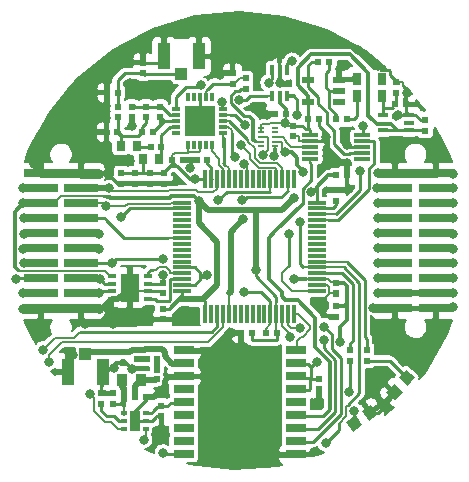
<source format=gtl>
G04 #@! TF.GenerationSoftware,KiCad,Pcbnew,no-vcs-found-d3b382c~59~ubuntu16.04.1*
G04 #@! TF.CreationDate,2017-07-25T02:02:09+01:00*
G04 #@! TF.ProjectId,m3radio,6D33726164696F2E6B696361645F7063,Rev 1*
G04 #@! TF.SameCoordinates,Original
G04 #@! TF.FileFunction,Copper,L1,Top,Signal*
G04 #@! TF.FilePolarity,Positive*
%FSLAX46Y46*%
G04 Gerber Fmt 4.6, Leading zero omitted, Abs format (unit mm)*
G04 Created by KiCad (PCBNEW no-vcs-found-d3b382c~59~ubuntu16.04.1) date Tue Jul 25 02:02:09 2017*
%MOMM*%
%LPD*%
G01*
G04 APERTURE LIST*
%ADD10R,0.300000X1.500000*%
%ADD11R,1.500000X0.300000*%
%ADD12R,0.400000X0.950000*%
%ADD13R,0.620000X0.620000*%
%ADD14R,1.000000X1.050000*%
%ADD15R,1.050000X2.200000*%
%ADD16R,2.920000X0.740000*%
%ADD17C,0.950000*%
%ADD18C,0.100000*%
%ADD19R,0.650000X0.350000*%
%ADD20R,0.800000X0.800000*%
%ADD21R,1.550000X2.400000*%
%ADD22R,0.750000X0.300000*%
%ADD23R,0.300000X0.750000*%
%ADD24R,1.100000X1.100000*%
%ADD25R,2.600000X2.600000*%
%ADD26R,0.750000X0.900000*%
%ADD27R,0.470000X0.400000*%
%ADD28R,0.500000X0.500000*%
%ADD29R,0.950000X1.700000*%
%ADD30R,0.520000X0.520000*%
%ADD31R,0.950000X1.000000*%
%ADD32R,0.950000X0.400000*%
%ADD33R,1.100000X0.600000*%
%ADD34R,1.450000X0.300000*%
%ADD35R,0.600000X0.200000*%
%ADD36R,1.800000X0.700000*%
%ADD37R,0.800000X1.000000*%
%ADD38C,0.800000*%
%ADD39C,0.280000*%
%ADD40C,0.350000*%
%ADD41C,0.200000*%
%ADD42C,0.500000*%
%ADD43C,0.700000*%
%ADD44C,0.740000*%
G04 APERTURE END LIST*
D10*
X97225000Y-106200000D03*
X97725000Y-106200000D03*
X98225000Y-106200000D03*
X98725000Y-106200000D03*
X99225000Y-106200000D03*
X99725000Y-106200000D03*
X100225000Y-106200000D03*
X100725000Y-106200000D03*
X101225000Y-106200000D03*
X101725000Y-106200000D03*
X102225000Y-106200000D03*
X102725000Y-106200000D03*
X103225000Y-106200000D03*
X103725000Y-106200000D03*
X104225000Y-106200000D03*
X104725000Y-106200000D03*
D11*
X106675000Y-104250000D03*
X106675000Y-103750000D03*
X106675000Y-103250000D03*
X106675000Y-102750000D03*
X106675000Y-102250000D03*
X106675000Y-101750000D03*
X106675000Y-101250000D03*
X106675000Y-100750000D03*
X106675000Y-100250000D03*
X106675000Y-99750000D03*
X106675000Y-99250000D03*
X106675000Y-98750000D03*
X106675000Y-98250000D03*
X106675000Y-97750000D03*
X106675000Y-97250000D03*
X106675000Y-96750000D03*
D10*
X104725000Y-94800000D03*
X104225000Y-94800000D03*
X103725000Y-94800000D03*
X103225000Y-94800000D03*
X102725000Y-94800000D03*
X102225000Y-94800000D03*
X101725000Y-94800000D03*
X101225000Y-94800000D03*
X100725000Y-94800000D03*
X100225000Y-94800000D03*
X99725000Y-94800000D03*
X99225000Y-94800000D03*
X98725000Y-94800000D03*
X98225000Y-94800000D03*
X97725000Y-94800000D03*
X97225000Y-94800000D03*
D11*
X95275000Y-96750000D03*
X95275000Y-97250000D03*
X95275000Y-97750000D03*
X95275000Y-98250000D03*
X95275000Y-98750000D03*
X95275000Y-99250000D03*
X95275000Y-99750000D03*
X95275000Y-100250000D03*
X95275000Y-100750000D03*
X95275000Y-101250000D03*
X95275000Y-101750000D03*
X95275000Y-102250000D03*
X95275000Y-102750000D03*
X95275000Y-103250000D03*
X95275000Y-103750000D03*
X95275000Y-104250000D03*
D12*
X104150000Y-85550000D03*
X103500000Y-85550000D03*
X102850000Y-85550000D03*
X102850000Y-87750000D03*
X103500000Y-87750000D03*
X104150000Y-87750000D03*
D13*
X89750000Y-90800000D03*
X88850000Y-90800000D03*
X113400000Y-86575000D03*
X113400000Y-87475000D03*
X92200000Y-113250000D03*
X91300000Y-113250000D03*
D14*
X87050000Y-109575000D03*
D15*
X88525000Y-111100000D03*
X85575000Y-111100000D03*
D13*
X108300000Y-96600000D03*
X108300000Y-95700000D03*
X106870000Y-111660000D03*
X106870000Y-112560000D03*
D16*
X83285000Y-94285000D03*
X86715000Y-94285000D03*
X83285000Y-95555000D03*
X86715000Y-95555000D03*
X83285000Y-96825000D03*
X86715000Y-96825000D03*
X83285000Y-98095000D03*
X86715000Y-98095000D03*
X83285000Y-99365000D03*
X86715000Y-99365000D03*
X83285000Y-100635000D03*
X86715000Y-100635000D03*
X83285000Y-101905000D03*
X86715000Y-101905000D03*
X83285000Y-103175000D03*
X86715000Y-103175000D03*
X83285000Y-104445000D03*
X86715000Y-104445000D03*
X83285000Y-105715000D03*
X86715000Y-105715000D03*
D13*
X108300000Y-106450000D03*
X108300000Y-105550000D03*
X109200000Y-94450000D03*
X108300000Y-94450000D03*
X93600000Y-106650000D03*
X93600000Y-105750000D03*
X100250000Y-107800000D03*
X101150000Y-107800000D03*
X108300000Y-104450000D03*
X108300000Y-103550000D03*
X102350000Y-107800000D03*
X103250000Y-107800000D03*
X93700000Y-95150000D03*
X93700000Y-94250000D03*
X97400000Y-93150000D03*
X96500000Y-93150000D03*
X93600000Y-103550000D03*
X93600000Y-104450000D03*
D17*
X113235770Y-112812836D03*
D18*
G36*
X113313468Y-113498101D02*
X112547424Y-112855313D01*
X113158072Y-112127571D01*
X113924116Y-112770359D01*
X113313468Y-113498101D01*
X113313468Y-113498101D01*
G37*
D17*
X114264230Y-111587164D03*
D18*
G36*
X114341928Y-112272429D02*
X113575884Y-111629641D01*
X114186532Y-110901899D01*
X114952576Y-111544687D01*
X114341928Y-112272429D01*
X114341928Y-112272429D01*
G37*
D17*
X111155322Y-114541139D03*
D18*
G36*
X111257631Y-113859114D02*
X111831207Y-114678266D01*
X111053013Y-115223164D01*
X110479437Y-114404012D01*
X111257631Y-113859114D01*
X111257631Y-113859114D01*
G37*
D17*
X109844678Y-115458861D03*
D18*
G36*
X109946987Y-114776836D02*
X110520563Y-115595988D01*
X109742369Y-116140886D01*
X109168793Y-115321734D01*
X109946987Y-114776836D01*
X109946987Y-114776836D01*
G37*
D19*
X92375000Y-104925000D03*
X92375000Y-104275000D03*
X92375000Y-103625000D03*
X92375000Y-102975000D03*
X89275000Y-102975000D03*
X89275000Y-103625000D03*
X89275000Y-104275000D03*
X89275000Y-104925000D03*
D20*
X90825000Y-104550000D03*
X90825000Y-103350000D03*
X90825000Y-104550000D03*
X90825000Y-103350000D03*
D21*
X90825000Y-103950000D03*
D22*
X94750000Y-88850000D03*
X94750000Y-89350000D03*
X94750000Y-89850000D03*
X94750000Y-90350000D03*
X94750000Y-90850000D03*
D23*
X95750000Y-91850000D03*
X96250000Y-91850000D03*
X96750000Y-91850000D03*
X97250000Y-91850000D03*
X97750000Y-91850000D03*
D22*
X98750000Y-90850000D03*
X98750000Y-90350000D03*
X98750000Y-89850000D03*
X98750000Y-89350000D03*
X98750000Y-88850000D03*
D23*
X97750000Y-87850000D03*
X97250000Y-87850000D03*
X96750000Y-87850000D03*
X96250000Y-87850000D03*
X95750000Y-87850000D03*
D24*
X96100000Y-89200000D03*
X96100000Y-90500000D03*
X97400000Y-89200000D03*
X97400000Y-90500000D03*
D25*
X96750000Y-89850000D03*
D16*
X113285000Y-94285000D03*
X116715000Y-94285000D03*
X113285000Y-95555000D03*
X116715000Y-95555000D03*
X113285000Y-96825000D03*
X116715000Y-96825000D03*
X113285000Y-98095000D03*
X116715000Y-98095000D03*
X113285000Y-99365000D03*
X116715000Y-99365000D03*
X113285000Y-100635000D03*
X116715000Y-100635000D03*
X113285000Y-101905000D03*
X116715000Y-101905000D03*
X113285000Y-103175000D03*
X116715000Y-103175000D03*
X113285000Y-104445000D03*
X116715000Y-104445000D03*
X113285000Y-105715000D03*
X116715000Y-105715000D03*
D13*
X110900000Y-109250000D03*
X110900000Y-110150000D03*
X109500000Y-109250000D03*
X109500000Y-110150000D03*
X94400000Y-93150000D03*
X95300000Y-93150000D03*
X91300000Y-94250000D03*
X91300000Y-95150000D03*
X91000000Y-88650000D03*
X91000000Y-89550000D03*
X93500000Y-92050000D03*
X92600000Y-92050000D03*
X92750000Y-90800000D03*
X91850000Y-90800000D03*
X89800000Y-87450000D03*
X88900000Y-87450000D03*
D26*
X91900000Y-93100000D03*
X93300000Y-93100000D03*
X91450000Y-92000000D03*
X90050000Y-92000000D03*
D13*
X93500000Y-113950000D03*
X93500000Y-114850000D03*
X89400000Y-112900000D03*
X89400000Y-113800000D03*
X113275000Y-88450000D03*
X114175000Y-88450000D03*
X108300000Y-89700000D03*
X109200000Y-89700000D03*
X90250000Y-109400000D03*
X90250000Y-110300000D03*
X91950000Y-85800000D03*
X91950000Y-84900000D03*
D27*
X90335000Y-114600000D03*
X90335000Y-115250000D03*
X90335000Y-115900000D03*
X92165000Y-115900000D03*
X92165000Y-115250000D03*
X92165000Y-114600000D03*
D28*
X91250000Y-114900000D03*
X91250000Y-115600000D03*
D29*
X91250000Y-115250000D03*
D30*
X91400000Y-110000000D03*
X91400000Y-109200000D03*
X93100000Y-110000000D03*
X92300000Y-110000000D03*
X93100000Y-111700000D03*
X93100000Y-110900000D03*
D31*
X90200000Y-111800000D03*
X91800000Y-111800000D03*
D13*
X88400000Y-112900000D03*
X88400000Y-113800000D03*
D14*
X95200000Y-85900000D03*
D15*
X93725000Y-84375000D03*
X96675000Y-84375000D03*
D13*
X115850000Y-89800000D03*
X115850000Y-90700000D03*
D32*
X114450000Y-90650000D03*
X114450000Y-90000000D03*
X114450000Y-89350000D03*
X112250000Y-89350000D03*
X112250000Y-90650000D03*
D13*
X104650000Y-90250000D03*
X104650000Y-91150000D03*
X104050000Y-89250000D03*
X103150000Y-89250000D03*
X106850000Y-89700000D03*
X105950000Y-89700000D03*
D33*
X108550000Y-88250000D03*
X108550000Y-87300000D03*
X108550000Y-86350000D03*
X105950000Y-86350000D03*
X105950000Y-88250000D03*
D34*
X106100000Y-91050000D03*
X106100000Y-91550000D03*
X106100000Y-92050000D03*
X106100000Y-92550000D03*
X106100000Y-93050000D03*
X110500000Y-93050000D03*
X110500000Y-92550000D03*
X110500000Y-92050000D03*
X110500000Y-91550000D03*
X110500000Y-91050000D03*
D35*
X103150000Y-92000000D03*
X103150000Y-91600000D03*
X103150000Y-91200000D03*
X103150000Y-90800000D03*
X103150000Y-90400000D03*
X101950000Y-90400000D03*
X101950000Y-90800000D03*
X101950000Y-91200000D03*
X101950000Y-91600000D03*
X101950000Y-92000000D03*
D36*
X104900000Y-118075000D03*
X104900000Y-116975000D03*
X104900000Y-115875000D03*
X104900000Y-114775000D03*
X104900000Y-113675000D03*
X104900000Y-112575000D03*
X104900000Y-111475000D03*
X104900000Y-110375000D03*
X104900000Y-109275000D03*
X95400000Y-109275000D03*
X95400000Y-110375000D03*
X95400000Y-111475000D03*
X95400000Y-112575000D03*
X95400000Y-113675000D03*
X95400000Y-114775000D03*
X95400000Y-115875000D03*
X95400000Y-116975000D03*
X95400000Y-118075000D03*
D13*
X107700000Y-84850000D03*
X106800000Y-84850000D03*
D37*
X112150000Y-86300000D03*
X112150000Y-87700000D03*
X110050000Y-86300000D03*
X110050000Y-87700000D03*
D13*
X92500000Y-94250000D03*
X92500000Y-95150000D03*
X93400000Y-89550000D03*
X93400000Y-88650000D03*
X92200000Y-89550000D03*
X92200000Y-88650000D03*
X89800000Y-88650000D03*
X89800000Y-89550000D03*
X100625000Y-87125000D03*
X100625000Y-86225000D03*
X99525000Y-85800000D03*
X99525000Y-86700000D03*
X90100000Y-94250000D03*
X90100000Y-95150000D03*
D38*
X93450000Y-116050000D03*
X114300000Y-87500000D03*
X89100000Y-93650000D03*
X93000000Y-87650000D03*
X91600000Y-87650000D03*
X94250000Y-87000000D03*
X90850000Y-86650000D03*
X86150000Y-89200000D03*
X88800000Y-89600000D03*
X88800000Y-88600000D03*
X87800000Y-87450000D03*
X88900000Y-86350000D03*
X89500000Y-85450000D03*
X90750000Y-84900000D03*
X90800000Y-93200000D03*
X88800000Y-92100000D03*
X87600000Y-90800000D03*
X91000000Y-90300000D03*
X94800000Y-94900000D03*
X95900000Y-93800000D03*
X101750000Y-85525000D03*
X102450000Y-89350000D03*
X92425000Y-105900000D03*
X93400000Y-112691998D03*
X118200000Y-94300000D03*
X118200000Y-105600000D03*
X112400000Y-114000000D03*
X106400000Y-117900000D03*
X106000000Y-83000000D03*
X103000000Y-83000000D03*
X100500000Y-82000000D03*
X100500000Y-84000000D03*
X98500000Y-85964989D03*
X98500000Y-84000000D03*
X98500000Y-82000000D03*
X95250000Y-82350000D03*
X82675000Y-93475000D03*
X112000000Y-111750000D03*
X94800000Y-106400000D03*
X107000000Y-105400000D03*
X112600000Y-108200000D03*
X89400000Y-107000000D03*
X113000000Y-92200000D03*
X109400000Y-95600000D03*
X107400000Y-91200000D03*
X107600000Y-93400000D03*
X109200000Y-93400000D03*
X109000000Y-85200000D03*
X113491821Y-89362202D03*
X110146231Y-83853769D03*
X111800000Y-85200000D03*
X96750000Y-82350000D03*
X93750000Y-82350000D03*
X92000000Y-83500000D03*
X99450000Y-107800000D03*
X103056697Y-92769982D03*
X109241360Y-91869795D03*
X103550000Y-86600000D03*
X102000000Y-118000000D03*
X100000000Y-118000000D03*
X98000000Y-118000000D03*
X98000000Y-116000000D03*
X100000000Y-116000000D03*
X102000000Y-116000000D03*
X102000000Y-114000000D03*
X100000000Y-114000000D03*
X98000000Y-114000000D03*
X98000000Y-112000000D03*
X100000000Y-112000000D03*
X102000000Y-112000000D03*
X102000000Y-110000000D03*
X100000000Y-110000000D03*
X98000000Y-110000000D03*
X83600000Y-92150000D03*
X86700000Y-92600000D03*
X85972381Y-109622381D03*
X91047937Y-110812383D03*
X89474560Y-110799119D03*
X100500000Y-104300000D03*
X117000000Y-92000000D03*
X97400000Y-102900000D03*
X87000000Y-107000000D03*
X83300000Y-107600000D03*
X115900000Y-109200000D03*
X106700000Y-113600000D03*
X96100000Y-89200000D03*
X96100000Y-90500000D03*
X97400000Y-89200000D03*
X97400000Y-90500000D03*
X111825000Y-94275000D03*
X111400000Y-105700000D03*
X88175000Y-94300000D03*
X81800000Y-105725000D03*
X88200000Y-105725000D03*
X101500000Y-102500000D03*
X105487205Y-94136688D03*
X108649759Y-108600000D03*
X106681770Y-110218230D03*
X106185010Y-95900000D03*
X104714990Y-96350000D03*
X104720019Y-103250000D03*
X96360000Y-94800000D03*
X96650000Y-96610011D03*
X103977680Y-92499068D03*
X103990000Y-90034134D03*
X81775000Y-96825000D03*
X93600000Y-101529989D03*
X93600000Y-102850000D03*
X89310000Y-101890000D03*
X109387024Y-112787024D03*
X109800000Y-114400000D03*
X100092918Y-88097736D03*
X98665653Y-88234347D03*
X89072776Y-95552224D03*
X88816399Y-97044061D03*
X90075000Y-97975000D03*
X88300000Y-103220000D03*
X88175000Y-104450000D03*
X81800000Y-95550000D03*
X81825000Y-98100000D03*
X81825000Y-99375000D03*
X88200000Y-99375000D03*
X81800000Y-100650000D03*
X88175000Y-100650000D03*
X81825000Y-101875000D03*
X81180000Y-103215008D03*
X81800000Y-104450000D03*
X111775000Y-95550000D03*
X118200000Y-95550000D03*
X118200000Y-96800000D03*
X111800000Y-96800000D03*
X111825000Y-98100000D03*
X118200000Y-98100000D03*
X111825000Y-99350000D03*
X118200000Y-99400000D03*
X111800000Y-100625000D03*
X118175000Y-100650000D03*
X111825000Y-101900000D03*
X118175000Y-101900000D03*
X111800000Y-103175000D03*
X118175000Y-103175000D03*
X111825000Y-104450000D03*
X118175000Y-104450000D03*
X107249748Y-108350252D03*
X104350000Y-108100000D03*
X107300000Y-107250000D03*
X105209009Y-107399489D03*
X87450000Y-112950000D03*
X83483299Y-109217635D03*
X92000000Y-116850000D03*
X83950000Y-110250000D03*
X110550000Y-90300000D03*
X110349990Y-94050000D03*
X100421453Y-98178547D03*
X102094960Y-92705570D03*
X93651851Y-117933332D03*
X107400000Y-117100000D03*
X105199235Y-98369551D03*
X104580212Y-84764825D03*
X102589997Y-86600000D03*
X100500000Y-93500000D03*
X104300000Y-99400000D03*
X105000000Y-89300000D03*
X100340014Y-96550011D03*
X99771112Y-92875239D03*
X100233109Y-91862611D03*
X100541482Y-90158518D03*
X96838961Y-86834655D03*
X98303467Y-96558536D03*
D39*
X91000000Y-89550000D02*
X91000000Y-90300000D01*
X93700000Y-95150000D02*
X94550000Y-95150000D01*
X94550000Y-95150000D02*
X94800000Y-94900000D01*
X96150000Y-93150000D02*
X95900000Y-93400000D01*
X95900000Y-93400000D02*
X95900000Y-93800000D01*
X96500000Y-93150000D02*
X96150000Y-93150000D01*
D40*
X95900000Y-93150000D02*
X95300000Y-93150000D01*
D39*
X89850000Y-95150000D02*
X89000000Y-94300000D01*
X89000000Y-94300000D02*
X88175000Y-94300000D01*
X90100000Y-95150000D02*
X89850000Y-95150000D01*
X100500000Y-84000000D02*
X100500000Y-84275000D01*
X100500000Y-84275000D02*
X101750000Y-85525000D01*
D40*
X100500000Y-84000000D02*
X98500000Y-84000000D01*
X88740685Y-94300000D02*
X88175000Y-94300000D01*
X88908354Y-94300000D02*
X88740685Y-94300000D01*
D39*
X92825000Y-95200000D02*
X92850000Y-95175000D01*
X91850000Y-95225000D02*
X91875000Y-95200000D01*
X92875000Y-95150000D02*
X92850000Y-95175000D01*
X102450000Y-89350000D02*
X102550000Y-89250000D01*
X102550000Y-89250000D02*
X103150000Y-89250000D01*
D41*
X113960001Y-86925000D02*
X113960001Y-86625001D01*
X113960001Y-86625001D02*
X113910000Y-86575000D01*
X113910000Y-86575000D02*
X113400000Y-86575000D01*
D39*
X114175000Y-87139999D02*
X113960001Y-86925000D01*
X114175000Y-88450000D02*
X114175000Y-87139999D01*
X113400000Y-86575000D02*
X113400000Y-86500000D01*
X112099999Y-85499999D02*
X111800000Y-85200000D01*
X113400000Y-86500000D02*
X112875000Y-85975000D01*
X112875000Y-85975000D02*
X112875000Y-85584998D01*
X112875000Y-85584998D02*
X112790001Y-85499999D01*
X112790001Y-85499999D02*
X112099999Y-85499999D01*
X114175000Y-88450000D02*
X114175000Y-89075000D01*
X114175000Y-89075000D02*
X114450000Y-89350000D01*
D42*
X89400000Y-107000000D02*
X91325000Y-107000000D01*
X91325000Y-107000000D02*
X92425000Y-105900000D01*
X93400000Y-112691998D02*
X93770001Y-112321997D01*
X92841998Y-113250000D02*
X93400000Y-112691998D01*
D39*
X88400000Y-112900000D02*
X89400000Y-112900000D01*
X88400000Y-112900000D02*
X88400000Y-111225000D01*
X88400000Y-111225000D02*
X88525000Y-111100000D01*
D40*
X91250000Y-115250000D02*
X91250000Y-114523002D01*
X91250000Y-114523002D02*
X92200000Y-113573002D01*
X92200000Y-113573002D02*
X92200000Y-113250000D01*
D43*
X116715000Y-94285000D02*
X118185000Y-94285000D01*
D42*
X118185000Y-94285000D02*
X118200000Y-94300000D01*
D39*
X116715000Y-105715000D02*
X118085000Y-105715000D01*
X118085000Y-105715000D02*
X118200000Y-105600000D01*
X111155322Y-114541139D02*
X111858861Y-114541139D01*
X111858861Y-114541139D02*
X112400000Y-114000000D01*
X104900000Y-118075000D02*
X106225000Y-118075000D01*
X106225000Y-118075000D02*
X106400000Y-117900000D01*
D41*
X103000000Y-83000000D02*
X106000000Y-83000000D01*
X100500000Y-84000000D02*
X100500000Y-82000000D01*
X98500000Y-82000000D02*
X98500000Y-84000000D01*
D39*
X102400000Y-104800000D02*
X102000000Y-104400000D01*
X102000000Y-104400000D02*
X101910000Y-104310000D01*
X100500000Y-104300000D02*
X101900000Y-104300000D01*
X101900000Y-104300000D02*
X102000000Y-104400000D01*
D40*
X110146231Y-83853769D02*
X109828034Y-83853769D01*
X109174265Y-83200000D02*
X108400000Y-83200000D01*
X109828034Y-83853769D02*
X109174265Y-83200000D01*
D42*
X83285000Y-94285000D02*
X83285000Y-94085000D01*
X83285000Y-94085000D02*
X82675000Y-93475000D01*
D39*
X113235770Y-112812836D02*
X113062836Y-112812836D01*
X113062836Y-112812836D02*
X112000000Y-111750000D01*
X111155322Y-114541139D02*
X111155322Y-114230322D01*
X92375000Y-104275000D02*
X93425000Y-104275000D01*
X93425000Y-104275000D02*
X93600000Y-104450000D01*
D41*
X93600000Y-106650000D02*
X94550000Y-106650000D01*
X94550000Y-106650000D02*
X94800000Y-106400000D01*
D40*
X88860000Y-94300000D02*
X88740685Y-94300000D01*
D41*
X107000000Y-105800000D02*
X107000000Y-105400000D01*
X107650000Y-106450000D02*
X107000000Y-105800000D01*
X108300000Y-106450000D02*
X107650000Y-106450000D01*
X107200000Y-105000000D02*
X107200000Y-105200000D01*
X107200000Y-105200000D02*
X107000000Y-105400000D01*
X107750000Y-104450000D02*
X107200000Y-105000000D01*
X107790000Y-104450000D02*
X107750000Y-104450000D01*
D42*
X115900000Y-109200000D02*
X113600000Y-109200000D01*
X113600000Y-109200000D02*
X112600000Y-108200000D01*
X87000000Y-107000000D02*
X89400000Y-107000000D01*
X106800000Y-83000000D02*
X108200000Y-83000000D01*
X108200000Y-83000000D02*
X108400000Y-83200000D01*
D40*
X108300000Y-95700000D02*
X109300000Y-95700000D01*
X109300000Y-95700000D02*
X109400000Y-95600000D01*
X107600000Y-93400000D02*
X107600000Y-91400000D01*
X107600000Y-91400000D02*
X107400000Y-91200000D01*
X109200000Y-94450000D02*
X109200000Y-93400000D01*
D41*
X108550000Y-86350000D02*
X108550000Y-85650000D01*
X108550000Y-85650000D02*
X109000000Y-85200000D01*
X114450000Y-89350000D02*
X113504023Y-89350000D01*
X113504023Y-89350000D02*
X113491821Y-89362202D01*
D42*
X95250000Y-82350000D02*
X96750000Y-82350000D01*
X93725000Y-84375000D02*
X93725000Y-82375000D01*
X93725000Y-82375000D02*
X93750000Y-82350000D01*
X91950000Y-84900000D02*
X91950000Y-83550000D01*
X91950000Y-83550000D02*
X92000000Y-83500000D01*
D41*
X104650000Y-91150000D02*
X105100000Y-91150000D01*
X105100000Y-91150000D02*
X105114999Y-91164999D01*
X105114999Y-91164999D02*
X105114999Y-91489999D01*
X105114999Y-91489999D02*
X105175000Y-91550000D01*
X105175000Y-91550000D02*
X106100000Y-91550000D01*
X100250000Y-107800000D02*
X99450000Y-107800000D01*
X102350000Y-107800000D02*
X102350000Y-107450000D01*
X102350000Y-107450000D02*
X102725000Y-107075000D01*
X102725000Y-107075000D02*
X102725000Y-106200000D01*
D39*
X100250000Y-107800000D02*
X100250000Y-109750000D01*
X100250000Y-109750000D02*
X100000000Y-110000000D01*
D41*
X103150000Y-92000000D02*
X103150000Y-92676679D01*
X103150000Y-92676679D02*
X103056697Y-92769982D01*
D39*
X91950000Y-84900000D02*
X93200000Y-84900000D01*
X93200000Y-84900000D02*
X93725000Y-84375000D01*
X107015002Y-91550000D02*
X107200000Y-91365002D01*
X107200000Y-91365002D02*
X107200000Y-90640000D01*
X107200000Y-90640000D02*
X106850000Y-90290000D01*
X110500000Y-92050000D02*
X109421565Y-92050000D01*
X109421565Y-92050000D02*
X109241360Y-91869795D01*
X103500000Y-85550000D02*
X103500000Y-86550000D01*
X103500000Y-86550000D02*
X103550000Y-86600000D01*
D41*
X106675000Y-103750000D02*
X107543002Y-103750000D01*
X107543002Y-103750000D02*
X107685001Y-103891999D01*
X107685001Y-103891999D02*
X107685001Y-104345001D01*
X107685001Y-104345001D02*
X107790000Y-104450000D01*
X107790000Y-104450000D02*
X108300000Y-104450000D01*
D42*
X104950000Y-118100000D02*
X102100000Y-118100000D01*
X102100000Y-118100000D02*
X102000000Y-118000000D01*
D39*
X106850000Y-89700000D02*
X106850000Y-90290000D01*
X108550000Y-86350000D02*
X110000000Y-86350000D01*
X110000000Y-86350000D02*
X110050000Y-86300000D01*
X114300000Y-89200000D02*
X114450000Y-89350000D01*
X114450000Y-89350000D02*
X115000000Y-89350000D01*
X115000000Y-89350000D02*
X115450000Y-89800000D01*
X115450000Y-89800000D02*
X115850000Y-89800000D01*
D40*
X108300000Y-95700000D02*
X108960000Y-95700000D01*
X108960000Y-95700000D02*
X109200000Y-95460000D01*
X109200000Y-95460000D02*
X109200000Y-94450000D01*
D39*
X107015002Y-91550000D02*
X106100000Y-91550000D01*
D41*
X98010000Y-109990000D02*
X98000000Y-110000000D01*
D42*
X100000000Y-118000000D02*
X102000000Y-118000000D01*
X98000000Y-116000000D02*
X98000000Y-118000000D01*
X102000000Y-116000000D02*
X100000000Y-116000000D01*
X100000000Y-114000000D02*
X102000000Y-114000000D01*
X98000000Y-112000000D02*
X98000000Y-114000000D01*
X102000000Y-112000000D02*
X100000000Y-112000000D01*
X100000000Y-110000000D02*
X102000000Y-110000000D01*
X95500000Y-109300000D02*
X97300000Y-109300000D01*
X97300000Y-109300000D02*
X98000000Y-110000000D01*
X92200000Y-113250000D02*
X92841998Y-113250000D01*
X93770001Y-111829999D02*
X94100000Y-111500000D01*
X93770001Y-112321997D02*
X93770001Y-111829999D01*
X94100000Y-111500000D02*
X95500000Y-111500000D01*
X95500000Y-111500000D02*
X94320000Y-111500000D01*
X83200001Y-92600001D02*
X83285000Y-92685000D01*
X83285000Y-92685000D02*
X83285000Y-94285000D01*
X83600000Y-92150000D02*
X83200001Y-92549999D01*
X83200001Y-92549999D02*
X83200001Y-92600001D01*
X86715000Y-94285000D02*
X86715000Y-92615000D01*
X86715000Y-92615000D02*
X86700000Y-92600000D01*
X85575000Y-111150000D02*
X85575000Y-110019762D01*
X85575000Y-110019762D02*
X85972381Y-109622381D01*
D40*
X90250000Y-110300000D02*
X90535554Y-110300000D01*
X90535554Y-110300000D02*
X91047937Y-110812383D01*
X89390000Y-110560000D02*
X89390000Y-110714559D01*
X89390000Y-110714559D02*
X89474560Y-110799119D01*
D42*
X117000000Y-92000000D02*
X116900000Y-92000000D01*
X116715000Y-94285000D02*
X116715000Y-92285000D01*
X116715000Y-92285000D02*
X117000000Y-92000000D01*
D39*
X96800000Y-103015143D02*
X96800000Y-102745000D01*
X96800000Y-103255000D02*
X96800000Y-103015143D01*
X96800000Y-103015143D02*
X97284857Y-103015143D01*
X97284857Y-103015143D02*
X97400000Y-102900000D01*
X83285000Y-105715000D02*
X83285000Y-107585000D01*
X83285000Y-107585000D02*
X83300000Y-107600000D01*
D42*
X116715000Y-108385000D02*
X115900000Y-109200000D01*
X116715000Y-105715000D02*
X116715000Y-108385000D01*
D39*
X96305000Y-102250000D02*
X95275000Y-102250000D01*
X96800000Y-102745000D02*
X96305000Y-102250000D01*
X95275000Y-103750000D02*
X96305000Y-103750000D01*
X96305000Y-103750000D02*
X96800000Y-103255000D01*
X106700000Y-112550000D02*
X106700000Y-113600000D01*
X102725000Y-106200000D02*
X102725000Y-105125000D01*
X102725000Y-105125000D02*
X102400000Y-104800000D01*
X96750000Y-87850000D02*
X96750000Y-89850000D01*
X93050000Y-114850000D02*
X93050000Y-114880000D01*
X93050000Y-114880000D02*
X92680000Y-115250000D01*
X92680000Y-115250000D02*
X92165000Y-115250000D01*
X93500000Y-114850000D02*
X93050000Y-114850000D01*
D40*
X90250000Y-110300000D02*
X89660000Y-110300000D01*
X89660000Y-110300000D02*
X89400000Y-110560000D01*
D39*
X89400000Y-110560000D02*
X89390000Y-110560000D01*
D40*
X89390000Y-110560000D02*
X88800000Y-111150000D01*
D39*
X88800000Y-111150000D02*
X88525000Y-111150000D01*
X91400000Y-115400000D02*
X91250000Y-115250000D01*
X92165000Y-115250000D02*
X91250000Y-115250000D01*
D41*
X92375000Y-104275000D02*
X91150000Y-104275000D01*
X91150000Y-104275000D02*
X90825000Y-103950000D01*
D39*
X96750000Y-89850000D02*
X96750000Y-89949942D01*
X96100000Y-89200000D02*
X96750000Y-89850000D01*
X96499941Y-90200001D02*
X96099942Y-90600000D01*
X96750000Y-89949942D02*
X96499941Y-90200001D01*
X96830000Y-90600000D02*
X96665627Y-90600000D01*
X96665627Y-90600000D02*
X96099942Y-90600000D01*
X97400000Y-89200000D02*
X97400000Y-90030000D01*
X97400000Y-90030000D02*
X96830000Y-90600000D01*
X96100000Y-89200000D02*
X96100000Y-90500000D01*
X96100000Y-90500000D02*
X97400000Y-90500000D01*
X97400000Y-90500000D02*
X97400000Y-89200000D01*
X96100000Y-89100000D02*
X96100000Y-89200000D01*
X96100000Y-89200000D02*
X96100000Y-90599942D01*
X96100000Y-90599942D02*
X96099942Y-90600000D01*
X97300000Y-90600000D02*
X97400000Y-90500000D01*
X96099942Y-90600000D02*
X97300000Y-90600000D01*
X97400000Y-89200000D02*
X96100000Y-89200000D01*
X97400000Y-89200000D02*
X96750000Y-89850000D01*
D42*
X89275000Y-104925000D02*
X89850000Y-104925000D01*
X89850000Y-104925000D02*
X90825000Y-103950000D01*
X88200000Y-105725000D02*
X88475000Y-105725000D01*
X88475000Y-105725000D02*
X89275000Y-104925000D01*
D44*
X113285000Y-94285000D02*
X111835000Y-94285000D01*
X111835000Y-94285000D02*
X111825000Y-94275000D01*
X113285000Y-105715000D02*
X111415000Y-105715000D01*
X111415000Y-105715000D02*
X111400000Y-105700000D01*
X113285000Y-94285000D02*
X116715000Y-94285000D01*
X86715000Y-94285000D02*
X83285000Y-94285000D01*
X88175000Y-94300000D02*
X86730000Y-94300000D01*
X86730000Y-94300000D02*
X86715000Y-94285000D01*
X86715000Y-105715000D02*
X88190000Y-105715000D01*
X88190000Y-105715000D02*
X88200000Y-105725000D01*
X83285000Y-105715000D02*
X86715000Y-105715000D01*
X81800000Y-105725000D02*
X83275000Y-105725000D01*
X83275000Y-105725000D02*
X83285000Y-105715000D01*
D42*
X83285000Y-105715000D02*
X81810000Y-105715000D01*
X81810000Y-105715000D02*
X81800000Y-105725000D01*
X88190000Y-105715000D02*
X88200000Y-105725000D01*
D41*
X88500000Y-96200000D02*
X88610011Y-96310011D01*
X88610011Y-96310011D02*
X88853761Y-96310011D01*
X88500000Y-96185001D02*
X84964999Y-96185001D01*
X88728751Y-96185001D02*
X88500000Y-96185001D01*
X88500000Y-96185001D02*
X88500000Y-96200000D01*
X88853761Y-96310011D02*
X88728751Y-96185001D01*
X84964999Y-96185001D02*
X84325000Y-96825000D01*
X84325000Y-96825000D02*
X83285000Y-96825000D01*
D39*
X94200000Y-93700000D02*
X94400000Y-93500000D01*
X93700000Y-94200000D02*
X94200000Y-93700000D01*
X95900000Y-94800000D02*
X94800000Y-93700000D01*
X94800000Y-93700000D02*
X94400000Y-93300000D01*
X94200000Y-93700000D02*
X94800000Y-93700000D01*
X94400000Y-93500000D02*
X94400000Y-93150000D01*
X93700000Y-94250000D02*
X93700000Y-94200000D01*
X94400000Y-93300000D02*
X94400000Y-93150000D01*
X96360000Y-94800000D02*
X95900000Y-94800000D01*
X92500000Y-94250000D02*
X91900000Y-94250000D01*
X91900000Y-94250000D02*
X91300000Y-94250000D01*
X91900000Y-93100000D02*
X91900000Y-94250000D01*
X91300000Y-94250000D02*
X90100000Y-94250000D01*
X93700000Y-94250000D02*
X92500000Y-94250000D01*
D41*
X101950000Y-90400000D02*
X101950000Y-90193200D01*
X101950000Y-90193200D02*
X102033199Y-90110001D01*
X102033199Y-90110001D02*
X102589999Y-90110001D01*
X102589999Y-90110001D02*
X102665866Y-90034134D01*
X102665866Y-90034134D02*
X103990000Y-90034134D01*
D40*
X88853761Y-96310011D02*
X89158798Y-96310011D01*
X94314998Y-96210012D02*
X96250001Y-96210012D01*
X89158798Y-96310011D02*
X89183798Y-96335011D01*
X89183798Y-96335011D02*
X94189999Y-96335011D01*
X94189999Y-96335011D02*
X94314998Y-96210012D01*
X96250001Y-96210012D02*
X96650000Y-96610011D01*
D41*
X96350000Y-96310011D02*
X96650000Y-96610011D01*
X81356099Y-102493901D02*
X81397199Y-102535001D01*
X81397199Y-102535001D02*
X88685001Y-102535001D01*
D40*
X81064999Y-102202801D02*
X81356099Y-102493901D01*
X81775000Y-96825000D02*
X81064999Y-97535001D01*
X81064999Y-97535001D02*
X81064999Y-102202801D01*
X81356099Y-102493901D02*
X81342205Y-102480007D01*
D39*
X103225000Y-105170000D02*
X103225000Y-104725000D01*
X103225000Y-104725000D02*
X101500000Y-103000000D01*
X101500000Y-103000000D02*
X101500000Y-102500000D01*
D42*
X101500000Y-102500000D02*
X101500000Y-97368537D01*
X97408526Y-97368537D02*
X101500000Y-97368537D01*
X101500000Y-97368537D02*
X103696453Y-97368537D01*
D41*
X94629999Y-92520001D02*
X95775001Y-92520001D01*
X95775001Y-92520001D02*
X95810001Y-92485001D01*
D42*
X103886758Y-97178232D02*
X104714990Y-96350000D01*
X96650000Y-96610011D02*
X97408526Y-97368537D01*
X103696453Y-97368537D02*
X103886758Y-97178232D01*
D40*
X103977680Y-92499068D02*
X104543365Y-92499068D01*
X104543365Y-92499068D02*
X104984084Y-92939787D01*
X104984084Y-92939787D02*
X104984084Y-93539711D01*
X104984084Y-93539711D02*
X105487205Y-94042832D01*
X105487205Y-94042832D02*
X105487205Y-94136688D01*
X108649759Y-108600000D02*
X108649759Y-107323243D01*
X108649759Y-107323243D02*
X109250000Y-106723002D01*
X109250000Y-106723002D02*
X109250000Y-105260000D01*
X106153094Y-110653094D02*
X106246906Y-110653094D01*
X106246906Y-110653094D02*
X106681770Y-110218230D01*
D39*
X106185010Y-95900000D02*
X106585009Y-95500001D01*
X106585009Y-95500001D02*
X106589999Y-95500001D01*
X106589999Y-95500001D02*
X106675000Y-95415000D01*
D40*
X105725000Y-103250000D02*
X104720019Y-103250000D01*
D41*
X106675000Y-103250000D02*
X105725000Y-103250000D01*
D42*
X96650000Y-98518763D02*
X96650000Y-96610011D01*
X98210001Y-101660001D02*
X98210001Y-100078764D01*
X98210001Y-100078764D02*
X96650000Y-98518763D01*
X97005000Y-104950000D02*
X98210001Y-103744999D01*
X98210001Y-103744999D02*
X98210001Y-101660001D01*
D41*
X95750000Y-91850000D02*
X95750000Y-92425000D01*
X95750000Y-92425000D02*
X95810001Y-92485001D01*
X95810001Y-92485001D02*
X96689999Y-92485001D01*
X96689999Y-92485001D02*
X96750000Y-92425000D01*
X96750000Y-92425000D02*
X96750000Y-91850000D01*
X94729999Y-92520001D02*
X94629999Y-92520001D01*
X94629999Y-92520001D02*
X94400000Y-92750000D01*
X94400000Y-92750000D02*
X94400000Y-93150000D01*
D39*
X101150000Y-107800000D02*
X101150000Y-108390000D01*
X101150000Y-108390000D02*
X101170001Y-108410001D01*
X101170001Y-108410001D02*
X103229999Y-108410001D01*
X103229999Y-108410001D02*
X103250000Y-108390000D01*
X103250000Y-108390000D02*
X103250000Y-107800000D01*
D41*
X103225000Y-106200000D02*
X103225000Y-107775000D01*
X103225000Y-107775000D02*
X103250000Y-107800000D01*
X103710001Y-91660001D02*
X103710001Y-92231389D01*
X103710001Y-92231389D02*
X103977680Y-92499068D01*
D39*
X105708084Y-90550000D02*
X105408084Y-90250000D01*
X105408084Y-90250000D02*
X104650000Y-90250000D01*
X95014750Y-104925250D02*
X95039500Y-104950000D01*
D42*
X95039500Y-104950000D02*
X97005000Y-104950000D01*
D39*
X97005000Y-104950000D02*
X97225000Y-105170000D01*
X97225000Y-105170000D02*
X97225000Y-106200000D01*
D40*
X94190000Y-105750000D02*
X95014750Y-104925250D01*
X95014750Y-104925250D02*
X95275000Y-104665000D01*
D39*
X93600000Y-105750000D02*
X94190000Y-105750000D01*
X95275000Y-104665000D02*
X95275000Y-104575000D01*
D41*
X104650000Y-90250000D02*
X104205866Y-90250000D01*
X104205866Y-90250000D02*
X103990000Y-90034134D01*
X103990000Y-90090000D02*
X103990000Y-90034134D01*
X103150000Y-91600000D02*
X103650000Y-91600000D01*
X103650000Y-91600000D02*
X103710001Y-91660001D01*
X103990000Y-89820000D02*
X103990000Y-90034134D01*
X107850000Y-103475000D02*
X108225000Y-103475000D01*
X108225000Y-103475000D02*
X108300000Y-103550000D01*
X106675000Y-103250000D02*
X107625000Y-103250000D01*
X107625000Y-103250000D02*
X107850000Y-103475000D01*
D40*
X109250000Y-105260000D02*
X109250000Y-103840000D01*
X109250000Y-103840000D02*
X108960000Y-103550000D01*
X108960000Y-103550000D02*
X108300000Y-103550000D01*
X108300000Y-105550000D02*
X108960000Y-105550000D01*
X108960000Y-105550000D02*
X109250000Y-105260000D01*
X109458001Y-84204999D02*
X111019332Y-85766330D01*
X111393001Y-89793001D02*
X111019332Y-89419332D01*
X111019332Y-89419332D02*
X111019332Y-85766330D01*
X111414999Y-89793001D02*
X111393001Y-89793001D01*
D39*
X114450000Y-90650000D02*
X113368570Y-90650000D01*
X113368570Y-90650000D02*
X112250000Y-90650000D01*
D40*
X105050000Y-85338236D02*
X106183237Y-84204999D01*
X105950000Y-88250000D02*
X105950000Y-87700000D01*
X105950000Y-87700000D02*
X105050000Y-86800000D01*
X105050000Y-86800000D02*
X105050000Y-85338236D01*
X106183237Y-84204999D02*
X109458001Y-84204999D01*
X111414999Y-89793001D02*
X111721998Y-90100000D01*
X111721998Y-90100000D02*
X112950000Y-90100000D01*
X112950000Y-90100000D02*
X113368570Y-90518570D01*
X113368570Y-90518570D02*
X113368570Y-90650000D01*
D41*
X104050000Y-89250000D02*
X104050000Y-89760000D01*
X104050000Y-89760000D02*
X103990000Y-89820000D01*
X101950000Y-90400000D02*
X101950000Y-90800000D01*
D40*
X104050000Y-89250000D02*
X104050000Y-88850000D01*
X104050000Y-88850000D02*
X103500000Y-88300000D01*
X103500000Y-88300000D02*
X103500000Y-87750000D01*
D39*
X97225000Y-94800000D02*
X96360000Y-94800000D01*
X105950000Y-89700000D02*
X105950000Y-90490000D01*
X105950000Y-90490000D02*
X105890000Y-90550000D01*
X105950000Y-89700000D02*
X105950000Y-88250000D01*
X114450000Y-90650000D02*
X115800000Y-90650000D01*
X115800000Y-90650000D02*
X115850000Y-90700000D01*
X106675000Y-96750000D02*
X106675000Y-95415000D01*
D40*
X106675000Y-95415000D02*
X107640000Y-94450000D01*
X107640000Y-94450000D02*
X108300000Y-94450000D01*
D39*
X105708084Y-90550000D02*
X106030000Y-90550000D01*
X105890000Y-90550000D02*
X105708084Y-90550000D01*
X106030000Y-90550000D02*
X106100000Y-90620000D01*
X106100000Y-90620000D02*
X106100000Y-91050000D01*
X106870000Y-111660000D02*
X106163094Y-111660000D01*
X106163094Y-111660000D02*
X106153094Y-111650000D01*
X106089999Y-111713095D02*
X106089999Y-111670001D01*
X106089999Y-111670001D02*
X106110000Y-111650000D01*
X105000000Y-112600000D02*
X106000000Y-112600000D01*
X106000000Y-112600000D02*
X106089999Y-112510001D01*
X106089999Y-112510001D02*
X106089999Y-111713095D01*
X106089999Y-111713095D02*
X106153094Y-111650000D01*
X106153094Y-111650000D02*
X105150000Y-111650000D01*
X105900000Y-110400000D02*
X106153094Y-110653094D01*
X106153094Y-110653094D02*
X106153094Y-111650000D01*
X105000000Y-110400000D02*
X105900000Y-110400000D01*
X105150000Y-111650000D02*
X105000000Y-111500000D01*
D41*
X88685001Y-102535001D02*
X89125000Y-102975000D01*
X89125000Y-102975000D02*
X89275000Y-102975000D01*
X83285000Y-96825000D02*
X83285000Y-96985000D01*
X103225000Y-106200000D02*
X103225000Y-105170000D01*
D39*
X95275000Y-104250000D02*
X95275000Y-104575000D01*
X105050000Y-112550000D02*
X105000000Y-112600000D01*
D41*
X83285000Y-96825000D02*
X84375000Y-96825000D01*
D39*
X83285000Y-96825000D02*
X81775000Y-96825000D01*
X97400000Y-93500000D02*
X97675001Y-93775001D01*
X97675001Y-94750001D02*
X97725000Y-94800000D01*
X97675001Y-93775001D02*
X97675001Y-94750001D01*
X97400000Y-93150000D02*
X97400000Y-93500000D01*
X97742000Y-94783000D02*
X97725000Y-94800000D01*
X108300000Y-97000000D02*
X108050000Y-97250000D01*
X108050000Y-97250000D02*
X106675000Y-97250000D01*
X108300000Y-96600000D02*
X108300000Y-97000000D01*
X92375000Y-103625000D02*
X93525000Y-103625000D01*
X93525000Y-103625000D02*
X93600000Y-103550000D01*
X89650000Y-101550000D02*
X93579989Y-101550000D01*
X93579989Y-101550000D02*
X93600000Y-101529989D01*
X89650000Y-101550000D02*
X89310000Y-101890000D01*
X93600000Y-103550000D02*
X93600000Y-102850000D01*
X88763172Y-101905000D02*
X89295000Y-101905000D01*
X89295000Y-101905000D02*
X89310000Y-101890000D01*
X86715000Y-101905000D02*
X88763172Y-101905000D01*
X112827066Y-110150000D02*
X114264230Y-111587164D01*
X110900000Y-110150000D02*
X112827066Y-110150000D01*
X109500000Y-110150000D02*
X109500000Y-112674048D01*
X109500000Y-112674048D02*
X109387024Y-112787024D01*
X109844678Y-115458861D02*
X109844678Y-114444678D01*
X109844678Y-114444678D02*
X109800000Y-114400000D01*
D41*
X106675000Y-101750000D02*
X109172268Y-101750000D01*
D39*
X109172268Y-101750000D02*
X110699999Y-103277731D01*
X110699999Y-103277731D02*
X110699999Y-108099999D01*
X110699999Y-108099999D02*
X110900000Y-108300000D01*
X110900000Y-108300000D02*
X110900000Y-109250000D01*
X109725010Y-103750000D02*
X109725010Y-108434990D01*
X106675000Y-102750000D02*
X108831765Y-102750000D01*
X108831765Y-102750000D02*
X109725010Y-103643245D01*
X109725010Y-103643245D02*
X109725010Y-103750000D01*
X109500000Y-108660000D02*
X109725010Y-108434990D01*
X109500000Y-109250000D02*
X109500000Y-108660000D01*
X100092918Y-88097736D02*
X100658603Y-88097736D01*
X100658603Y-88097736D02*
X101006339Y-87750000D01*
X101006339Y-87750000D02*
X102284998Y-87750000D01*
X102284998Y-87750000D02*
X102435075Y-87750000D01*
D41*
X102435075Y-87750000D02*
X102850000Y-87750000D01*
X98750000Y-88850000D02*
X98750000Y-88318694D01*
X98750000Y-88318694D02*
X98665653Y-88234347D01*
X94100000Y-95800000D02*
X89320552Y-95800000D01*
X89320552Y-95800000D02*
X89072776Y-95552224D01*
X94200000Y-95700000D02*
X94100000Y-95800000D01*
X96400000Y-95700000D02*
X94200000Y-95700000D01*
X96600000Y-95900000D02*
X96400000Y-95700000D01*
X97900000Y-95900000D02*
X96600000Y-95900000D01*
X98225000Y-95575000D02*
X97900000Y-95900000D01*
X98225000Y-94800000D02*
X98225000Y-95575000D01*
D39*
X89152224Y-95552224D02*
X89072776Y-95552224D01*
D42*
X86715000Y-95555000D02*
X89070000Y-95555000D01*
D41*
X89070000Y-95555000D02*
X89072776Y-95552224D01*
X88816399Y-97044061D02*
X90440240Y-97044061D01*
X90440240Y-97044061D02*
X90644302Y-96839999D01*
X90644302Y-96839999D02*
X94235001Y-96839999D01*
X94235001Y-96839999D02*
X94325000Y-96750000D01*
X94325000Y-96750000D02*
X95275000Y-96750000D01*
X86715000Y-96825000D02*
X88597338Y-96825000D01*
X88597338Y-96825000D02*
X88816399Y-97044061D01*
X95200000Y-96825000D02*
X95275000Y-96750000D01*
D39*
X90815685Y-97250000D02*
X90800000Y-97250000D01*
X90800000Y-97250000D02*
X90075000Y-97975000D01*
X90815685Y-97250000D02*
X94367268Y-97250000D01*
D41*
X94367268Y-97250000D02*
X95275000Y-97250000D01*
D39*
X90340036Y-99750000D02*
X94050000Y-99750000D01*
D41*
X94050000Y-99750000D02*
X95275000Y-99750000D01*
D39*
X88815018Y-98224982D02*
X90340036Y-99750000D01*
X86715000Y-98095000D02*
X88685036Y-98095000D01*
X88685036Y-98095000D02*
X88815018Y-98224982D01*
D41*
X94260001Y-102533199D02*
X94260001Y-102685001D01*
X94260001Y-102685001D02*
X94325000Y-102750000D01*
X94325000Y-102750000D02*
X95275000Y-102750000D01*
X92828458Y-102450000D02*
X93023198Y-102450000D01*
X93916801Y-102189999D02*
X94260001Y-102533199D01*
X93023198Y-102450000D02*
X93283199Y-102189999D01*
X93283199Y-102189999D02*
X93916801Y-102189999D01*
D39*
X92828458Y-102450000D02*
X92600000Y-102450000D01*
X92600000Y-102450000D02*
X92375000Y-102675000D01*
X92375000Y-102675000D02*
X92375000Y-102975000D01*
X95255001Y-102730001D02*
X95275000Y-102750000D01*
X92375000Y-102975000D02*
X92525000Y-102975000D01*
X95275000Y-103250000D02*
X94245000Y-103250000D01*
X94245000Y-103250000D02*
X94224999Y-103270001D01*
X94224999Y-103270001D02*
X94224999Y-104985003D01*
X93115001Y-105060001D02*
X92980000Y-104925000D01*
X94224999Y-104985003D02*
X94150001Y-105060001D01*
X92980000Y-104925000D02*
X92375000Y-104925000D01*
X94150001Y-105060001D02*
X93115001Y-105060001D01*
X88625000Y-103625000D02*
X88625000Y-103545000D01*
X88625000Y-103545000D02*
X88300000Y-103220000D01*
X86715000Y-103175000D02*
X88255000Y-103175000D01*
D41*
X88255000Y-103175000D02*
X88300000Y-103220000D01*
D39*
X88625000Y-103625000D02*
X89275000Y-103625000D01*
X88400000Y-104450000D02*
X88575000Y-104275000D01*
X88575000Y-104275000D02*
X89275000Y-104275000D01*
X88175000Y-104450000D02*
X88400000Y-104450000D01*
X86715000Y-104445000D02*
X88170000Y-104445000D01*
X88170000Y-104445000D02*
X88175000Y-104450000D01*
X83285000Y-95555000D02*
X81805000Y-95555000D01*
X81805000Y-95555000D02*
X81800000Y-95550000D01*
X83285000Y-98095000D02*
X81830000Y-98095000D01*
X81830000Y-98095000D02*
X81825000Y-98100000D01*
X83285000Y-99365000D02*
X81835000Y-99365000D01*
X81835000Y-99365000D02*
X81825000Y-99375000D01*
X86715000Y-99365000D02*
X88190000Y-99365000D01*
X88190000Y-99365000D02*
X88200000Y-99375000D01*
X83285000Y-100635000D02*
X81815000Y-100635000D01*
X81815000Y-100635000D02*
X81800000Y-100650000D01*
X86715000Y-100635000D02*
X88160000Y-100635000D01*
X88160000Y-100635000D02*
X88175000Y-100650000D01*
D40*
X83285000Y-101905000D02*
X81855000Y-101905000D01*
X81855000Y-101905000D02*
X81825000Y-101875000D01*
D39*
X81800000Y-103175000D02*
X81220008Y-103175000D01*
X81220008Y-103175000D02*
X81180000Y-103215008D01*
X83285000Y-103175000D02*
X81800000Y-103175000D01*
X83285000Y-104445000D02*
X81805000Y-104445000D01*
X81805000Y-104445000D02*
X81800000Y-104450000D01*
D42*
X113285000Y-95555000D02*
X111780000Y-95555000D01*
X111780000Y-95555000D02*
X111775000Y-95550000D01*
X118200000Y-95550000D02*
X116720000Y-95550000D01*
X116720000Y-95550000D02*
X116715000Y-95555000D01*
X118200000Y-96800000D02*
X116740000Y-96800000D01*
X116740000Y-96800000D02*
X116715000Y-96825000D01*
D39*
X113285000Y-96825000D02*
X111825000Y-96825000D01*
X111825000Y-96825000D02*
X111800000Y-96800000D01*
D42*
X113285000Y-98095000D02*
X111830000Y-98095000D01*
X111830000Y-98095000D02*
X111825000Y-98100000D01*
X116715000Y-98095000D02*
X118195000Y-98095000D01*
X118195000Y-98095000D02*
X118200000Y-98100000D01*
X111825000Y-99350000D02*
X113270000Y-99350000D01*
X113270000Y-99350000D02*
X113285000Y-99365000D01*
D39*
X118200000Y-99400000D02*
X116750000Y-99400000D01*
X116750000Y-99400000D02*
X116715000Y-99365000D01*
D42*
X113285000Y-100635000D02*
X111810000Y-100635000D01*
X111810000Y-100635000D02*
X111800000Y-100625000D01*
X116715000Y-100635000D02*
X118160000Y-100635000D01*
X118160000Y-100635000D02*
X118175000Y-100650000D01*
X113285000Y-101905000D02*
X111830000Y-101905000D01*
X111830000Y-101905000D02*
X111825000Y-101900000D01*
X116715000Y-101905000D02*
X118170000Y-101905000D01*
X118170000Y-101905000D02*
X118175000Y-101900000D01*
X113285000Y-103175000D02*
X111800000Y-103175000D01*
X116715000Y-103175000D02*
X118175000Y-103175000D01*
X113285000Y-104445000D02*
X116715000Y-104445000D01*
X113285000Y-104445000D02*
X111830000Y-104445000D01*
X111830000Y-104445000D02*
X111825000Y-104450000D01*
X116715000Y-104445000D02*
X118170000Y-104445000D01*
X118170000Y-104445000D02*
X118175000Y-104450000D01*
D39*
X92200000Y-88650000D02*
X91000000Y-88650000D01*
X93400000Y-88650000D02*
X92200000Y-88650000D01*
X94250000Y-89350000D02*
X93550000Y-88650000D01*
X93550000Y-88650000D02*
X93400000Y-88650000D01*
X94750000Y-89350000D02*
X94250000Y-89350000D01*
X91150000Y-88500000D02*
X91000000Y-88650000D01*
X93400000Y-90150000D02*
X93700000Y-89850000D01*
X93400000Y-89550000D02*
X93400000Y-90150000D01*
X93400000Y-90150000D02*
X92750000Y-90800000D01*
X94750000Y-89850000D02*
X93700000Y-89850000D01*
X93700000Y-89850000D02*
X93400000Y-89550000D01*
X93500000Y-92050000D02*
X93500000Y-92900000D01*
X93500000Y-92900000D02*
X93300000Y-93100000D01*
X94200000Y-90350000D02*
X93500000Y-91050000D01*
X93500000Y-91050000D02*
X93500000Y-92050000D01*
X94750000Y-90350000D02*
X94200000Y-90350000D01*
X92600000Y-92050000D02*
X91500000Y-92050000D01*
X91500000Y-92050000D02*
X91450000Y-92000000D01*
X89800000Y-89550000D02*
X89800000Y-90750000D01*
X89800000Y-90750000D02*
X89750000Y-90800000D01*
X89750000Y-90800000D02*
X89750000Y-90650000D01*
X90200000Y-91100000D02*
X91550000Y-91100000D01*
X91550000Y-91100000D02*
X91850000Y-90800000D01*
X89900000Y-90800000D02*
X90200000Y-91100000D01*
X89750000Y-90800000D02*
X89900000Y-90800000D01*
X90050000Y-92000000D02*
X90050000Y-91100000D01*
X90050000Y-91100000D02*
X89750000Y-90800000D01*
X91850000Y-90800000D02*
X91850000Y-90377732D01*
X91850000Y-90377732D02*
X91887733Y-90339999D01*
X91887733Y-90339999D02*
X92200000Y-90027732D01*
X92200000Y-90027732D02*
X92200000Y-89650000D01*
X95200000Y-85900000D02*
X92050000Y-85900000D01*
X92050000Y-85900000D02*
X91950000Y-85800000D01*
X89800000Y-86400000D02*
X90400000Y-85800000D01*
X90400000Y-85800000D02*
X91950000Y-85800000D01*
X89800000Y-87450000D02*
X89800000Y-86400000D01*
X89800000Y-88650000D02*
X89800000Y-87450000D01*
X92100000Y-85950000D02*
X91950000Y-85800000D01*
D42*
X91300000Y-113250000D02*
X91300000Y-112300000D01*
X91300000Y-112300000D02*
X91800000Y-111800000D01*
X91800000Y-111800000D02*
X93000000Y-111800000D01*
D39*
X93000000Y-111800000D02*
X93100000Y-111700000D01*
X93100000Y-114050000D02*
X93400000Y-114050000D01*
X93400000Y-114050000D02*
X93500000Y-113950000D01*
X92760000Y-114390000D02*
X93100000Y-114050000D01*
X92760000Y-114450000D02*
X92760000Y-114390000D01*
X94100000Y-113950000D02*
X94100000Y-113920000D01*
X94100000Y-113920000D02*
X94320000Y-113700000D01*
X94320000Y-113700000D02*
X95500000Y-113700000D01*
X93500000Y-113950000D02*
X94100000Y-113950000D01*
X92600000Y-114610000D02*
X92175000Y-114610000D01*
X92175000Y-114610000D02*
X92165000Y-114600000D01*
X92760000Y-114450000D02*
X92600000Y-114610000D01*
X89400000Y-113800000D02*
X89990000Y-113800000D01*
X89990000Y-113800000D02*
X90174982Y-113615018D01*
X90174982Y-113615018D02*
X90335000Y-113615018D01*
D41*
X90335000Y-114600000D02*
X90335000Y-114000000D01*
D40*
X90335000Y-114000000D02*
X90335000Y-113615018D01*
D41*
X90335000Y-113615018D02*
X90309991Y-113590009D01*
D42*
X90200000Y-111800000D02*
X90200000Y-112361210D01*
X90200000Y-112361210D02*
X90309991Y-112471201D01*
X90309991Y-112471201D02*
X90309991Y-113590009D01*
D39*
X90285000Y-114650000D02*
X90335000Y-114600000D01*
X107700000Y-84850000D02*
X107700000Y-85500000D01*
X107700000Y-85500000D02*
X107400000Y-85800000D01*
X107400000Y-86980000D02*
X107699999Y-87279999D01*
X107400000Y-85800000D02*
X107400000Y-86980000D01*
X108300000Y-89700000D02*
X108300000Y-89300000D01*
X108300000Y-89300000D02*
X107699999Y-88699999D01*
X107699999Y-88699999D02*
X107699999Y-87279999D01*
X107720000Y-87300000D02*
X108550000Y-87300000D01*
X107699999Y-87279999D02*
X107720000Y-87300000D01*
X108200000Y-89600000D02*
X108300000Y-89700000D01*
X110050000Y-89440000D02*
X110050000Y-87700000D01*
X109200000Y-89700000D02*
X109790000Y-89700000D01*
X109790000Y-89700000D02*
X110050000Y-89440000D01*
D42*
X90250000Y-109400000D02*
X87275000Y-109400000D01*
X87275000Y-109400000D02*
X87050000Y-109625000D01*
X92695501Y-109190009D02*
X93566011Y-109190009D01*
X93566011Y-109190009D02*
X93780001Y-109403999D01*
X93780001Y-109403999D02*
X93780001Y-109780001D01*
X93780001Y-109780001D02*
X94400000Y-110400000D01*
X94400000Y-110400000D02*
X95500000Y-110400000D01*
X93548011Y-109190009D02*
X92695501Y-109190009D01*
X92695501Y-109190009D02*
X92100000Y-109190009D01*
X90800000Y-109400000D02*
X90250000Y-109400000D01*
X91000000Y-109200000D02*
X90800000Y-109400000D01*
X91400000Y-109200000D02*
X91000000Y-109200000D01*
X91400000Y-109200000D02*
X92090009Y-109200000D01*
D40*
X92090009Y-109200000D02*
X92100000Y-109190009D01*
D39*
X89500000Y-114850000D02*
X89900000Y-115250000D01*
X89900000Y-115250000D02*
X90335000Y-115250000D01*
X88860000Y-114850000D02*
X89500000Y-114850000D01*
X88400000Y-113800000D02*
X88400000Y-114390000D01*
X88400000Y-114390000D02*
X88860000Y-114850000D01*
D41*
X90130837Y-115250000D02*
X90335000Y-115250000D01*
D39*
X105000000Y-115900000D02*
X106771765Y-115900000D01*
X108225010Y-114446755D02*
X108225010Y-110050243D01*
X106771765Y-115900000D02*
X108225010Y-114446755D01*
X108225010Y-110050243D02*
X107249748Y-109074982D01*
X107249748Y-109074982D02*
X107249748Y-108350252D01*
D41*
X103725000Y-106200000D02*
X103725000Y-107229999D01*
X104350000Y-107854999D02*
X104350000Y-108100000D01*
X103725000Y-107229999D02*
X104350000Y-107854999D01*
D39*
X107300000Y-107250000D02*
X107949749Y-107899749D01*
X107949749Y-107899749D02*
X107949749Y-109149749D01*
X107949749Y-109149749D02*
X108450000Y-109650000D01*
X108450000Y-109650000D02*
X108450000Y-109652965D01*
X108450000Y-109652965D02*
X108678398Y-109881363D01*
X108678398Y-109881363D02*
X108678398Y-114621602D01*
X108678398Y-114621602D02*
X106300000Y-117000000D01*
X106300000Y-117000000D02*
X105000000Y-117000000D01*
D41*
X104225000Y-106200000D02*
X104225000Y-107150000D01*
X104225000Y-107150000D02*
X104474489Y-107399489D01*
X104474489Y-107399489D02*
X105209009Y-107399489D01*
X105300000Y-108100000D02*
X104950000Y-108450000D01*
X104950000Y-108450000D02*
X104950000Y-109300000D01*
X105485300Y-108100000D02*
X105300000Y-108100000D01*
X104725000Y-106200000D02*
X105075000Y-106200000D01*
X105075000Y-106200000D02*
X106100000Y-107225000D01*
X106100000Y-107225000D02*
X106100000Y-107485300D01*
X106100000Y-107485300D02*
X105485300Y-108100000D01*
D42*
X92300000Y-110000000D02*
X91400000Y-110000000D01*
X93100000Y-110900000D02*
X93100000Y-110000000D01*
D39*
X113400000Y-87475000D02*
X113400000Y-88325000D01*
X113400000Y-88325000D02*
X113275000Y-88450000D01*
X112250000Y-89350000D02*
X112250000Y-88753028D01*
X112250000Y-88753028D02*
X112250000Y-87800000D01*
X113146972Y-88753028D02*
X112250000Y-88753028D01*
X112250000Y-87800000D02*
X112150000Y-87700000D01*
D41*
X87829999Y-113870868D02*
X87829999Y-113329999D01*
X87829999Y-113329999D02*
X87450000Y-112950000D01*
X90335000Y-115900000D02*
X89833382Y-115900000D01*
X89833382Y-115900000D02*
X89233382Y-115300000D01*
X89233382Y-115300000D02*
X88744301Y-115300000D01*
X88744301Y-115300000D02*
X87829999Y-114385698D01*
X87829999Y-114385698D02*
X87829999Y-113870868D01*
X86068351Y-108231650D02*
X84469284Y-108231650D01*
X84469284Y-108231650D02*
X83483299Y-109217635D01*
D39*
X98225000Y-107230000D02*
X98225000Y-106200000D01*
X97754999Y-107700001D02*
X98225000Y-107230000D01*
X86600000Y-107700001D02*
X97754999Y-107700001D01*
D41*
X86068351Y-108231650D02*
X86600000Y-107700001D01*
X92165000Y-115900000D02*
X92165000Y-116685000D01*
X92165000Y-116685000D02*
X92000000Y-116850000D01*
X83950000Y-110250000D02*
X83950000Y-109684315D01*
X83950000Y-109684315D02*
X85042655Y-108591660D01*
X85042655Y-108591660D02*
X97429038Y-108591660D01*
X97429038Y-108591660D02*
X98725000Y-107295698D01*
X98725000Y-107295698D02*
X98725000Y-107150000D01*
X98725000Y-107150000D02*
X98725000Y-106200000D01*
D39*
X110500000Y-92550000D02*
X109495000Y-92550000D01*
X109495000Y-92550000D02*
X109395000Y-92650000D01*
X109395000Y-92650000D02*
X108985563Y-92650000D01*
X106800001Y-88422269D02*
X106800001Y-87780001D01*
X108985563Y-92650000D02*
X108150000Y-91814437D01*
X108139998Y-90700000D02*
X107500000Y-90060002D01*
X108150000Y-91814437D02*
X108150000Y-90700000D01*
X107500000Y-89122268D02*
X106800001Y-88422269D01*
X108150000Y-90700000D02*
X108139998Y-90700000D01*
X107500000Y-90060002D02*
X107500000Y-89122268D01*
X106800001Y-87780001D02*
X105950000Y-86930000D01*
X105950000Y-86930000D02*
X105950000Y-86350000D01*
X105950000Y-86350000D02*
X105950000Y-85110000D01*
X105950000Y-85110000D02*
X106210000Y-84850000D01*
X106210000Y-84850000D02*
X106800000Y-84850000D01*
D41*
X103150000Y-91200000D02*
X103759131Y-91200000D01*
X103759131Y-91200000D02*
X104079999Y-91520868D01*
X104079999Y-91520868D02*
X104079999Y-91668001D01*
X104079999Y-91668001D02*
X104461998Y-92050000D01*
X104461998Y-92050000D02*
X105175000Y-92050000D01*
X105175000Y-92050000D02*
X106100000Y-92050000D01*
D39*
X107200000Y-114800000D02*
X107750000Y-114250000D01*
D40*
X107750000Y-114250000D02*
X107750000Y-110246998D01*
X107750000Y-110246998D02*
X106514747Y-109011745D01*
X106514747Y-109011745D02*
X106514747Y-107997451D01*
X103700010Y-104300010D02*
X102600000Y-103200000D01*
X106514747Y-107997451D02*
X106535010Y-107977188D01*
X103700010Y-104700010D02*
X103700010Y-104300010D01*
X106535010Y-107977188D02*
X106535010Y-106507008D01*
X105028002Y-105000000D02*
X104000000Y-105000000D01*
X102600000Y-103200000D02*
X102600000Y-99750000D01*
X106535010Y-106507008D02*
X105028002Y-105000000D01*
X104000000Y-105000000D02*
X103700010Y-104700010D01*
X102600000Y-99750000D02*
X103150995Y-99199005D01*
X103150995Y-99199005D02*
X105450000Y-96900000D01*
D39*
X105450000Y-96900000D02*
X105450000Y-95599008D01*
X105450000Y-95599008D02*
X106187206Y-94861802D01*
X106187206Y-94861802D02*
X106187206Y-93487206D01*
X106187206Y-93487206D02*
X106100000Y-93400000D01*
D41*
X106100000Y-93400000D02*
X106100000Y-93050000D01*
D39*
X106130000Y-114800000D02*
X107200000Y-114800000D01*
X104950000Y-114800000D02*
X106130000Y-114800000D01*
X107625000Y-98250000D02*
X108432270Y-98250000D01*
X108432270Y-98250000D02*
X111050000Y-95632270D01*
X111050000Y-95632270D02*
X111050000Y-93915002D01*
D41*
X106675000Y-98250000D02*
X107625000Y-98250000D01*
D39*
X111525001Y-93440001D02*
X111525001Y-91570001D01*
X111505000Y-91550000D02*
X110500000Y-91550000D01*
X111050000Y-93915002D02*
X111525001Y-93440001D01*
X111525001Y-91570001D02*
X111505000Y-91550000D01*
X110550000Y-90300000D02*
X110550000Y-91000000D01*
X110550000Y-91000000D02*
X110500000Y-91050000D01*
D41*
X106675000Y-97750000D02*
X108310002Y-97750000D01*
D39*
X108310002Y-97750000D02*
X110349990Y-95710012D01*
X110349990Y-95710012D02*
X110349990Y-94050000D01*
D42*
X100421453Y-98178547D02*
X99380021Y-99219979D01*
X99380021Y-104297308D02*
X99225000Y-104452329D01*
X99380021Y-99219979D02*
X99380021Y-104297308D01*
D41*
X99225000Y-106200000D02*
X99225000Y-105061998D01*
X99225000Y-105061998D02*
X99225000Y-104452329D01*
X102450000Y-91200000D02*
X102510001Y-91260001D01*
X102510001Y-91260001D02*
X102510001Y-92290529D01*
X102510001Y-92290529D02*
X102094960Y-92705570D01*
X101950000Y-91200000D02*
X102450000Y-91200000D01*
D39*
X109300000Y-113863998D02*
X110259989Y-112904009D01*
X110259989Y-112904009D02*
X110259989Y-103555956D01*
X110259989Y-103555956D02*
X108954033Y-102250000D01*
X93818519Y-118100000D02*
X93843519Y-118075000D01*
X93843519Y-118075000D02*
X95400000Y-118075000D01*
X93651851Y-117933332D02*
X93818519Y-118100000D01*
X108500000Y-115500000D02*
X108500000Y-116000000D01*
X108500000Y-116000000D02*
X107400000Y-117100000D01*
D41*
X109139999Y-114860001D02*
X108500000Y-115500000D01*
X109300000Y-113863998D02*
X109139999Y-114023999D01*
X109139999Y-114023999D02*
X109139999Y-114860001D01*
X105500000Y-102250000D02*
X106675000Y-102250000D01*
D39*
X105199235Y-101949235D02*
X105500000Y-102250000D01*
X105199235Y-98369551D02*
X105199235Y-101949235D01*
X104150000Y-84900000D02*
X104285175Y-84764825D01*
X104285175Y-84764825D02*
X104580212Y-84764825D01*
X104150000Y-85550000D02*
X104150000Y-84900000D01*
D41*
X108954033Y-102250000D02*
X107705000Y-102250000D01*
X107705000Y-102250000D02*
X106675000Y-102250000D01*
D39*
X102850000Y-86250000D02*
X102850000Y-85550000D01*
X102589997Y-86510003D02*
X102850000Y-86250000D01*
X102589997Y-86600000D02*
X102589997Y-86510003D01*
D41*
X100725000Y-94800000D02*
X100725000Y-93725000D01*
X100725000Y-93725000D02*
X100500000Y-93500000D01*
X102850000Y-85550000D02*
X102850000Y-85825000D01*
X106675000Y-104250000D02*
X104550000Y-104250000D01*
X104550000Y-104250000D02*
X103700000Y-103400000D01*
X103700000Y-103400000D02*
X103700000Y-102700000D01*
X103700000Y-102700000D02*
X104300000Y-102100000D01*
D39*
X104300000Y-99965685D02*
X104300000Y-102100000D01*
X104300000Y-99400000D02*
X104300000Y-99965685D01*
X105000000Y-88050000D02*
X105000000Y-89300000D01*
X104700000Y-87750000D02*
X105000000Y-88050000D01*
D40*
X104150000Y-87750000D02*
X104700000Y-87750000D01*
D39*
X100075001Y-87310001D02*
X100260002Y-87125000D01*
X100260002Y-87125000D02*
X100625000Y-87125000D01*
X99764999Y-87310001D02*
X100075001Y-87310001D01*
X100075001Y-87310001D02*
X100150000Y-87235002D01*
X99365654Y-88360422D02*
X99365654Y-87709346D01*
X99365654Y-87709346D02*
X99764999Y-87310001D01*
X99365654Y-88360422D02*
X100463749Y-89458517D01*
X100463749Y-89458517D02*
X100929283Y-89458517D01*
X100929283Y-89458517D02*
X101276483Y-89805717D01*
D40*
X101400000Y-91550000D02*
X101276483Y-91426483D01*
X101276483Y-91426483D02*
X101276483Y-89805717D01*
D41*
X101950000Y-91600000D02*
X101400000Y-91600000D01*
D39*
X103835431Y-96108068D02*
X103685390Y-96258109D01*
X100759989Y-96290011D02*
X103653488Y-96290011D01*
X103653488Y-96290011D02*
X103685390Y-96258109D01*
X100340014Y-96550011D02*
X100499989Y-96550011D01*
X100499989Y-96550011D02*
X100759989Y-96290011D01*
X100420971Y-96630968D02*
X100340014Y-96550011D01*
X99450000Y-90850000D02*
X99450000Y-92554127D01*
X99450000Y-92554127D02*
X99771112Y-92875239D01*
D41*
X99450000Y-90622696D02*
X99450000Y-90850000D01*
X99177304Y-90350000D02*
X99450000Y-90622696D01*
X104200000Y-95743499D02*
X104200000Y-94825000D01*
D39*
X103835431Y-96108068D02*
X104200000Y-95743499D01*
D41*
X104200000Y-94825000D02*
X104225000Y-94800000D01*
X99177304Y-90350000D02*
X98750000Y-90350000D01*
X104225000Y-94800000D02*
X104225000Y-94175000D01*
X104225000Y-94175000D02*
X104200000Y-94150000D01*
X103725000Y-94800000D02*
X103725000Y-93821093D01*
X103725000Y-93821093D02*
X103705224Y-93821093D01*
X103705224Y-93821093D02*
X103314120Y-93429989D01*
X103314120Y-93429989D02*
X101879989Y-93429989D01*
X101389999Y-92939999D02*
X101389999Y-92155195D01*
X101879989Y-93429989D02*
X101389999Y-92939999D01*
X101389999Y-92155195D02*
X100841474Y-91606670D01*
X100841474Y-91606670D02*
X100841474Y-91448472D01*
X100841474Y-91448472D02*
X100750000Y-91356998D01*
D39*
X100750000Y-91356998D02*
X100703144Y-91310142D01*
X99243002Y-89850000D02*
X100703144Y-91310142D01*
D41*
X98750000Y-89850000D02*
X99243002Y-89850000D01*
X101029989Y-93089120D02*
X101029989Y-92659491D01*
X101029989Y-92659491D02*
X100233109Y-91862611D01*
X103164999Y-93789999D02*
X101730868Y-93789999D01*
X101730868Y-93789999D02*
X101029989Y-93089120D01*
X103164999Y-93789999D02*
X103225000Y-93850000D01*
X103225000Y-93850000D02*
X103225000Y-94800000D01*
D39*
X100541482Y-90158518D02*
X99732964Y-89350000D01*
X99732964Y-89350000D02*
X99325000Y-89350000D01*
D41*
X98750000Y-89350000D02*
X99325000Y-89350000D01*
X103225000Y-94800000D02*
X103225000Y-94175000D01*
X103225000Y-94175000D02*
X103200000Y-94150000D01*
D39*
X95591754Y-86943244D02*
X96730372Y-86943244D01*
X96730372Y-86943244D02*
X96838961Y-86834655D01*
X101029915Y-95850001D02*
X99012002Y-95850001D01*
X99012002Y-95850001D02*
X98303467Y-96558536D01*
X101252816Y-95850001D02*
X102704999Y-95850001D01*
X101252816Y-95850001D02*
X101029915Y-95850001D01*
X102704999Y-95850001D02*
X102725000Y-95830000D01*
D41*
X102725000Y-95830000D02*
X102725000Y-94800000D01*
D39*
X94750000Y-88850000D02*
X94750000Y-87784998D01*
X94750000Y-87784998D02*
X95591754Y-86943244D01*
D41*
X98750000Y-92008680D02*
X98750000Y-91288405D01*
D39*
X98750000Y-93375000D02*
X98759999Y-93365001D01*
D41*
X98750000Y-91288405D02*
X98750000Y-90850000D01*
D39*
X98759999Y-93365001D02*
X98759999Y-91298404D01*
X98759999Y-91298404D02*
X98750000Y-91288405D01*
X98925000Y-93550000D02*
X98750000Y-93375000D01*
D41*
X99225000Y-94800000D02*
X99225000Y-93850000D01*
X99225000Y-93850000D02*
X98925000Y-93550000D01*
X97750000Y-91850000D02*
X97750000Y-92425000D01*
X97750000Y-92425000D02*
X98349992Y-93024992D01*
X98349992Y-93024992D02*
X98349992Y-93556990D01*
X98349992Y-93556990D02*
X98725000Y-93931998D01*
X98725000Y-93931998D02*
X98725000Y-94800000D01*
D39*
X97481998Y-87125000D02*
X97906998Y-86700000D01*
X97906998Y-86700000D02*
X99525000Y-86700000D01*
D41*
X97250000Y-87850000D02*
X97250000Y-87356998D01*
X97250000Y-87356998D02*
X97481998Y-87125000D01*
X100625000Y-86225000D02*
X100115000Y-86225000D01*
X100115000Y-86225000D02*
X99640000Y-86700000D01*
X99640000Y-86700000D02*
X99525000Y-86700000D01*
G36*
X99332000Y-107430117D02*
X99332000Y-107494000D01*
X99484000Y-107646000D01*
X100096000Y-107646000D01*
X100096000Y-107626000D01*
X100404000Y-107626000D01*
X100404000Y-107646000D01*
X100424000Y-107646000D01*
X100424000Y-107954000D01*
X100404000Y-107954000D01*
X100404000Y-108566000D01*
X100556000Y-108718000D01*
X100619883Y-108718000D01*
X100709478Y-108700179D01*
X100731698Y-108727423D01*
X100762868Y-108766469D01*
X100766771Y-108770428D01*
X100766832Y-108770502D01*
X100766901Y-108770559D01*
X100768162Y-108771838D01*
X100788164Y-108791839D01*
X100826722Y-108823511D01*
X100864919Y-108855562D01*
X100867406Y-108856929D01*
X100869602Y-108858733D01*
X100913580Y-108882314D01*
X100957272Y-108906334D01*
X100959978Y-108907192D01*
X100962482Y-108908535D01*
X101010170Y-108923114D01*
X101057729Y-108938201D01*
X101060554Y-108938518D01*
X101063266Y-108939347D01*
X101112843Y-108944383D01*
X101162461Y-108949948D01*
X101168018Y-108949987D01*
X101168116Y-108949997D01*
X101168207Y-108949988D01*
X101170001Y-108950001D01*
X103229999Y-108950001D01*
X103279675Y-108945130D01*
X103329333Y-108940786D01*
X103332058Y-108939994D01*
X103334886Y-108939717D01*
X103382638Y-108925300D01*
X103430537Y-108911384D01*
X103433059Y-108910076D01*
X103435777Y-108909256D01*
X103479774Y-108885862D01*
X103524105Y-108862883D01*
X103526328Y-108861108D01*
X103528830Y-108859778D01*
X103567422Y-108828303D01*
X103606468Y-108797133D01*
X103610427Y-108793230D01*
X103610501Y-108793169D01*
X103610558Y-108793100D01*
X103611837Y-108791839D01*
X103626993Y-108776683D01*
X103605788Y-108846586D01*
X103598065Y-108925000D01*
X103598065Y-109625000D01*
X103605788Y-109703414D01*
X103628660Y-109778814D01*
X103653347Y-109825000D01*
X103628660Y-109871186D01*
X103605788Y-109946586D01*
X103598065Y-110025000D01*
X103598065Y-110725000D01*
X103605788Y-110803414D01*
X103628660Y-110878814D01*
X103653347Y-110925000D01*
X103628660Y-110971186D01*
X103605788Y-111046586D01*
X103598065Y-111125000D01*
X103598065Y-111825000D01*
X103605788Y-111903414D01*
X103628660Y-111978814D01*
X103653347Y-112025000D01*
X103628660Y-112071186D01*
X103605788Y-112146586D01*
X103598065Y-112225000D01*
X103598065Y-112925000D01*
X103605788Y-113003414D01*
X103628660Y-113078814D01*
X103653347Y-113125000D01*
X103628660Y-113171186D01*
X103605788Y-113246586D01*
X103598065Y-113325000D01*
X103598065Y-114025000D01*
X103605788Y-114103414D01*
X103628660Y-114178814D01*
X103653347Y-114225000D01*
X103628660Y-114271186D01*
X103605788Y-114346586D01*
X103598065Y-114425000D01*
X103598065Y-115125000D01*
X103605788Y-115203414D01*
X103628660Y-115278814D01*
X103653347Y-115325000D01*
X103628660Y-115371186D01*
X103605788Y-115446586D01*
X103598065Y-115525000D01*
X103598065Y-116225000D01*
X103605788Y-116303414D01*
X103628660Y-116378814D01*
X103653347Y-116425000D01*
X103628660Y-116471186D01*
X103605788Y-116546586D01*
X103598065Y-116625000D01*
X103598065Y-117267093D01*
X103527735Y-117337423D01*
X103461197Y-117437004D01*
X103415365Y-117547653D01*
X103392000Y-117665117D01*
X103392000Y-117769000D01*
X103544000Y-117921000D01*
X104746000Y-117921000D01*
X104746000Y-117901000D01*
X105054000Y-117901000D01*
X105054000Y-117921000D01*
X106256000Y-117921000D01*
X106408000Y-117769000D01*
X106408000Y-117665117D01*
X106384635Y-117547653D01*
X106378406Y-117532616D01*
X106399334Y-117530785D01*
X106402059Y-117529993D01*
X106404887Y-117529716D01*
X106452639Y-117515299D01*
X106500538Y-117501383D01*
X106503060Y-117500075D01*
X106505778Y-117499255D01*
X106549775Y-117475861D01*
X106594106Y-117452882D01*
X106596329Y-117451107D01*
X106598831Y-117449777D01*
X106637423Y-117418302D01*
X106658807Y-117401231D01*
X106685024Y-117467448D01*
X106770012Y-117599323D01*
X106878995Y-117712179D01*
X107007824Y-117801717D01*
X107151590Y-117864527D01*
X107279169Y-117892577D01*
X106995627Y-118035804D01*
X106266406Y-118239406D01*
X106256000Y-118229000D01*
X105054000Y-118229000D01*
X105054000Y-118249000D01*
X104746000Y-118249000D01*
X104746000Y-118229000D01*
X103544000Y-118229000D01*
X103392000Y-118381000D01*
X103392000Y-118484883D01*
X103415365Y-118602347D01*
X103461197Y-118712996D01*
X103527735Y-118812577D01*
X103612422Y-118897264D01*
X103700187Y-118955907D01*
X103359224Y-119051106D01*
X99594869Y-119340757D01*
X95845945Y-118893725D01*
X95640386Y-118826935D01*
X96300000Y-118826935D01*
X96378414Y-118819212D01*
X96453814Y-118796340D01*
X96523303Y-118759197D01*
X96584211Y-118709211D01*
X96634197Y-118648303D01*
X96671340Y-118578814D01*
X96694212Y-118503414D01*
X96701935Y-118425000D01*
X96701935Y-117725000D01*
X96694212Y-117646586D01*
X96671340Y-117571186D01*
X96646653Y-117525000D01*
X96671340Y-117478814D01*
X96694212Y-117403414D01*
X96701935Y-117325000D01*
X96701935Y-116625000D01*
X96694212Y-116546586D01*
X96671340Y-116471186D01*
X96646653Y-116425000D01*
X96671340Y-116378814D01*
X96694212Y-116303414D01*
X96701935Y-116225000D01*
X96701935Y-115525000D01*
X96694212Y-115446586D01*
X96671340Y-115371186D01*
X96646653Y-115325000D01*
X96671340Y-115278814D01*
X96694212Y-115203414D01*
X96701935Y-115125000D01*
X96701935Y-114425000D01*
X96694212Y-114346586D01*
X96671340Y-114271186D01*
X96646653Y-114225000D01*
X96671340Y-114178814D01*
X96694212Y-114103414D01*
X96701935Y-114025000D01*
X96701935Y-113325000D01*
X96694212Y-113246586D01*
X96671340Y-113171186D01*
X96646653Y-113125000D01*
X96671340Y-113078814D01*
X96694212Y-113003414D01*
X96701935Y-112925000D01*
X96701935Y-112282907D01*
X96772265Y-112212577D01*
X96838803Y-112112996D01*
X96884635Y-112002347D01*
X96908000Y-111884883D01*
X96908000Y-111781000D01*
X96756000Y-111629000D01*
X95554000Y-111629000D01*
X95554000Y-111649000D01*
X95246000Y-111649000D01*
X95246000Y-111629000D01*
X94044000Y-111629000D01*
X93892000Y-111781000D01*
X93892000Y-111884883D01*
X93915365Y-112002347D01*
X93961197Y-112112996D01*
X94027735Y-112212577D01*
X94098065Y-112282907D01*
X94098065Y-112925000D01*
X94105788Y-113003414D01*
X94128660Y-113078814D01*
X94153347Y-113125000D01*
X94128660Y-113171186D01*
X94120424Y-113198338D01*
X94119462Y-113198617D01*
X94116940Y-113199925D01*
X94114222Y-113200745D01*
X94070205Y-113224150D01*
X94025895Y-113247118D01*
X94023674Y-113248891D01*
X94021169Y-113250223D01*
X93984805Y-113279880D01*
X93963814Y-113268660D01*
X93888414Y-113245788D01*
X93810000Y-113238065D01*
X93190000Y-113238065D01*
X93118000Y-113245156D01*
X93118000Y-113095998D01*
X92966002Y-113095998D01*
X93118000Y-112944000D01*
X93118000Y-112880117D01*
X93094635Y-112762653D01*
X93048803Y-112652004D01*
X92982265Y-112552423D01*
X92897578Y-112467736D01*
X92871034Y-112450000D01*
X93000000Y-112450000D01*
X93126252Y-112437621D01*
X93247696Y-112400955D01*
X93321082Y-112361935D01*
X93360000Y-112361935D01*
X93438414Y-112354212D01*
X93513814Y-112331340D01*
X93583303Y-112294197D01*
X93644211Y-112244211D01*
X93694197Y-112183303D01*
X93731340Y-112113814D01*
X93754212Y-112038414D01*
X93761935Y-111960000D01*
X93761935Y-111440000D01*
X93754212Y-111361586D01*
X93735530Y-111300000D01*
X93754212Y-111238414D01*
X93761935Y-111160000D01*
X93761935Y-110681173D01*
X93940381Y-110859619D01*
X93948923Y-110866636D01*
X93915365Y-110947653D01*
X93892000Y-111065117D01*
X93892000Y-111169000D01*
X94044000Y-111321000D01*
X95246000Y-111321000D01*
X95246000Y-111301000D01*
X95554000Y-111301000D01*
X95554000Y-111321000D01*
X96756000Y-111321000D01*
X96908000Y-111169000D01*
X96908000Y-111065117D01*
X96884635Y-110947653D01*
X96838803Y-110837004D01*
X96772265Y-110737423D01*
X96701935Y-110667093D01*
X96701935Y-110082907D01*
X96772265Y-110012577D01*
X96838803Y-109912996D01*
X96884635Y-109802347D01*
X96908000Y-109684883D01*
X96908000Y-109581000D01*
X96756000Y-109429000D01*
X95554000Y-109429000D01*
X95554000Y-109449000D01*
X95246000Y-109449000D01*
X95246000Y-109429000D01*
X95226000Y-109429000D01*
X95226000Y-109121000D01*
X95246000Y-109121000D01*
X95246000Y-109101000D01*
X95554000Y-109101000D01*
X95554000Y-109121000D01*
X96756000Y-109121000D01*
X96785340Y-109091660D01*
X97429038Y-109091660D01*
X97474982Y-109087155D01*
X97521014Y-109083128D01*
X97523539Y-109082395D01*
X97526155Y-109082138D01*
X97570361Y-109068791D01*
X97614722Y-109055903D01*
X97617057Y-109054693D01*
X97619573Y-109053933D01*
X97660323Y-109032266D01*
X97701358Y-109010996D01*
X97703414Y-109009354D01*
X97705734Y-109008121D01*
X97741523Y-108978932D01*
X97777620Y-108950115D01*
X97781278Y-108946508D01*
X97781355Y-108946445D01*
X97781414Y-108946374D01*
X97782591Y-108945213D01*
X98621804Y-108106000D01*
X99332000Y-108106000D01*
X99332000Y-108169883D01*
X99355365Y-108287347D01*
X99401197Y-108397996D01*
X99467735Y-108497577D01*
X99552422Y-108582264D01*
X99652004Y-108648803D01*
X99762653Y-108694635D01*
X99880117Y-108718000D01*
X99944000Y-108718000D01*
X100096000Y-108566000D01*
X100096000Y-107954000D01*
X99484000Y-107954000D01*
X99332000Y-108106000D01*
X98621804Y-108106000D01*
X99078553Y-107649251D01*
X99107844Y-107613592D01*
X99137557Y-107578182D01*
X99138825Y-107575875D01*
X99140492Y-107573846D01*
X99162299Y-107533177D01*
X99184568Y-107492669D01*
X99185363Y-107490162D01*
X99186605Y-107487846D01*
X99200107Y-107443683D01*
X99214074Y-107399654D01*
X99214367Y-107397043D01*
X99215136Y-107394527D01*
X99219462Y-107351935D01*
X99347551Y-107351935D01*
X99332000Y-107430117D01*
X99332000Y-107430117D01*
G37*
X99332000Y-107430117D02*
X99332000Y-107494000D01*
X99484000Y-107646000D01*
X100096000Y-107646000D01*
X100096000Y-107626000D01*
X100404000Y-107626000D01*
X100404000Y-107646000D01*
X100424000Y-107646000D01*
X100424000Y-107954000D01*
X100404000Y-107954000D01*
X100404000Y-108566000D01*
X100556000Y-108718000D01*
X100619883Y-108718000D01*
X100709478Y-108700179D01*
X100731698Y-108727423D01*
X100762868Y-108766469D01*
X100766771Y-108770428D01*
X100766832Y-108770502D01*
X100766901Y-108770559D01*
X100768162Y-108771838D01*
X100788164Y-108791839D01*
X100826722Y-108823511D01*
X100864919Y-108855562D01*
X100867406Y-108856929D01*
X100869602Y-108858733D01*
X100913580Y-108882314D01*
X100957272Y-108906334D01*
X100959978Y-108907192D01*
X100962482Y-108908535D01*
X101010170Y-108923114D01*
X101057729Y-108938201D01*
X101060554Y-108938518D01*
X101063266Y-108939347D01*
X101112843Y-108944383D01*
X101162461Y-108949948D01*
X101168018Y-108949987D01*
X101168116Y-108949997D01*
X101168207Y-108949988D01*
X101170001Y-108950001D01*
X103229999Y-108950001D01*
X103279675Y-108945130D01*
X103329333Y-108940786D01*
X103332058Y-108939994D01*
X103334886Y-108939717D01*
X103382638Y-108925300D01*
X103430537Y-108911384D01*
X103433059Y-108910076D01*
X103435777Y-108909256D01*
X103479774Y-108885862D01*
X103524105Y-108862883D01*
X103526328Y-108861108D01*
X103528830Y-108859778D01*
X103567422Y-108828303D01*
X103606468Y-108797133D01*
X103610427Y-108793230D01*
X103610501Y-108793169D01*
X103610558Y-108793100D01*
X103611837Y-108791839D01*
X103626993Y-108776683D01*
X103605788Y-108846586D01*
X103598065Y-108925000D01*
X103598065Y-109625000D01*
X103605788Y-109703414D01*
X103628660Y-109778814D01*
X103653347Y-109825000D01*
X103628660Y-109871186D01*
X103605788Y-109946586D01*
X103598065Y-110025000D01*
X103598065Y-110725000D01*
X103605788Y-110803414D01*
X103628660Y-110878814D01*
X103653347Y-110925000D01*
X103628660Y-110971186D01*
X103605788Y-111046586D01*
X103598065Y-111125000D01*
X103598065Y-111825000D01*
X103605788Y-111903414D01*
X103628660Y-111978814D01*
X103653347Y-112025000D01*
X103628660Y-112071186D01*
X103605788Y-112146586D01*
X103598065Y-112225000D01*
X103598065Y-112925000D01*
X103605788Y-113003414D01*
X103628660Y-113078814D01*
X103653347Y-113125000D01*
X103628660Y-113171186D01*
X103605788Y-113246586D01*
X103598065Y-113325000D01*
X103598065Y-114025000D01*
X103605788Y-114103414D01*
X103628660Y-114178814D01*
X103653347Y-114225000D01*
X103628660Y-114271186D01*
X103605788Y-114346586D01*
X103598065Y-114425000D01*
X103598065Y-115125000D01*
X103605788Y-115203414D01*
X103628660Y-115278814D01*
X103653347Y-115325000D01*
X103628660Y-115371186D01*
X103605788Y-115446586D01*
X103598065Y-115525000D01*
X103598065Y-116225000D01*
X103605788Y-116303414D01*
X103628660Y-116378814D01*
X103653347Y-116425000D01*
X103628660Y-116471186D01*
X103605788Y-116546586D01*
X103598065Y-116625000D01*
X103598065Y-117267093D01*
X103527735Y-117337423D01*
X103461197Y-117437004D01*
X103415365Y-117547653D01*
X103392000Y-117665117D01*
X103392000Y-117769000D01*
X103544000Y-117921000D01*
X104746000Y-117921000D01*
X104746000Y-117901000D01*
X105054000Y-117901000D01*
X105054000Y-117921000D01*
X106256000Y-117921000D01*
X106408000Y-117769000D01*
X106408000Y-117665117D01*
X106384635Y-117547653D01*
X106378406Y-117532616D01*
X106399334Y-117530785D01*
X106402059Y-117529993D01*
X106404887Y-117529716D01*
X106452639Y-117515299D01*
X106500538Y-117501383D01*
X106503060Y-117500075D01*
X106505778Y-117499255D01*
X106549775Y-117475861D01*
X106594106Y-117452882D01*
X106596329Y-117451107D01*
X106598831Y-117449777D01*
X106637423Y-117418302D01*
X106658807Y-117401231D01*
X106685024Y-117467448D01*
X106770012Y-117599323D01*
X106878995Y-117712179D01*
X107007824Y-117801717D01*
X107151590Y-117864527D01*
X107279169Y-117892577D01*
X106995627Y-118035804D01*
X106266406Y-118239406D01*
X106256000Y-118229000D01*
X105054000Y-118229000D01*
X105054000Y-118249000D01*
X104746000Y-118249000D01*
X104746000Y-118229000D01*
X103544000Y-118229000D01*
X103392000Y-118381000D01*
X103392000Y-118484883D01*
X103415365Y-118602347D01*
X103461197Y-118712996D01*
X103527735Y-118812577D01*
X103612422Y-118897264D01*
X103700187Y-118955907D01*
X103359224Y-119051106D01*
X99594869Y-119340757D01*
X95845945Y-118893725D01*
X95640386Y-118826935D01*
X96300000Y-118826935D01*
X96378414Y-118819212D01*
X96453814Y-118796340D01*
X96523303Y-118759197D01*
X96584211Y-118709211D01*
X96634197Y-118648303D01*
X96671340Y-118578814D01*
X96694212Y-118503414D01*
X96701935Y-118425000D01*
X96701935Y-117725000D01*
X96694212Y-117646586D01*
X96671340Y-117571186D01*
X96646653Y-117525000D01*
X96671340Y-117478814D01*
X96694212Y-117403414D01*
X96701935Y-117325000D01*
X96701935Y-116625000D01*
X96694212Y-116546586D01*
X96671340Y-116471186D01*
X96646653Y-116425000D01*
X96671340Y-116378814D01*
X96694212Y-116303414D01*
X96701935Y-116225000D01*
X96701935Y-115525000D01*
X96694212Y-115446586D01*
X96671340Y-115371186D01*
X96646653Y-115325000D01*
X96671340Y-115278814D01*
X96694212Y-115203414D01*
X96701935Y-115125000D01*
X96701935Y-114425000D01*
X96694212Y-114346586D01*
X96671340Y-114271186D01*
X96646653Y-114225000D01*
X96671340Y-114178814D01*
X96694212Y-114103414D01*
X96701935Y-114025000D01*
X96701935Y-113325000D01*
X96694212Y-113246586D01*
X96671340Y-113171186D01*
X96646653Y-113125000D01*
X96671340Y-113078814D01*
X96694212Y-113003414D01*
X96701935Y-112925000D01*
X96701935Y-112282907D01*
X96772265Y-112212577D01*
X96838803Y-112112996D01*
X96884635Y-112002347D01*
X96908000Y-111884883D01*
X96908000Y-111781000D01*
X96756000Y-111629000D01*
X95554000Y-111629000D01*
X95554000Y-111649000D01*
X95246000Y-111649000D01*
X95246000Y-111629000D01*
X94044000Y-111629000D01*
X93892000Y-111781000D01*
X93892000Y-111884883D01*
X93915365Y-112002347D01*
X93961197Y-112112996D01*
X94027735Y-112212577D01*
X94098065Y-112282907D01*
X94098065Y-112925000D01*
X94105788Y-113003414D01*
X94128660Y-113078814D01*
X94153347Y-113125000D01*
X94128660Y-113171186D01*
X94120424Y-113198338D01*
X94119462Y-113198617D01*
X94116940Y-113199925D01*
X94114222Y-113200745D01*
X94070205Y-113224150D01*
X94025895Y-113247118D01*
X94023674Y-113248891D01*
X94021169Y-113250223D01*
X93984805Y-113279880D01*
X93963814Y-113268660D01*
X93888414Y-113245788D01*
X93810000Y-113238065D01*
X93190000Y-113238065D01*
X93118000Y-113245156D01*
X93118000Y-113095998D01*
X92966002Y-113095998D01*
X93118000Y-112944000D01*
X93118000Y-112880117D01*
X93094635Y-112762653D01*
X93048803Y-112652004D01*
X92982265Y-112552423D01*
X92897578Y-112467736D01*
X92871034Y-112450000D01*
X93000000Y-112450000D01*
X93126252Y-112437621D01*
X93247696Y-112400955D01*
X93321082Y-112361935D01*
X93360000Y-112361935D01*
X93438414Y-112354212D01*
X93513814Y-112331340D01*
X93583303Y-112294197D01*
X93644211Y-112244211D01*
X93694197Y-112183303D01*
X93731340Y-112113814D01*
X93754212Y-112038414D01*
X93761935Y-111960000D01*
X93761935Y-111440000D01*
X93754212Y-111361586D01*
X93735530Y-111300000D01*
X93754212Y-111238414D01*
X93761935Y-111160000D01*
X93761935Y-110681173D01*
X93940381Y-110859619D01*
X93948923Y-110866636D01*
X93915365Y-110947653D01*
X93892000Y-111065117D01*
X93892000Y-111169000D01*
X94044000Y-111321000D01*
X95246000Y-111321000D01*
X95246000Y-111301000D01*
X95554000Y-111301000D01*
X95554000Y-111321000D01*
X96756000Y-111321000D01*
X96908000Y-111169000D01*
X96908000Y-111065117D01*
X96884635Y-110947653D01*
X96838803Y-110837004D01*
X96772265Y-110737423D01*
X96701935Y-110667093D01*
X96701935Y-110082907D01*
X96772265Y-110012577D01*
X96838803Y-109912996D01*
X96884635Y-109802347D01*
X96908000Y-109684883D01*
X96908000Y-109581000D01*
X96756000Y-109429000D01*
X95554000Y-109429000D01*
X95554000Y-109449000D01*
X95246000Y-109449000D01*
X95246000Y-109429000D01*
X95226000Y-109429000D01*
X95226000Y-109121000D01*
X95246000Y-109121000D01*
X95246000Y-109101000D01*
X95554000Y-109101000D01*
X95554000Y-109121000D01*
X96756000Y-109121000D01*
X96785340Y-109091660D01*
X97429038Y-109091660D01*
X97474982Y-109087155D01*
X97521014Y-109083128D01*
X97523539Y-109082395D01*
X97526155Y-109082138D01*
X97570361Y-109068791D01*
X97614722Y-109055903D01*
X97617057Y-109054693D01*
X97619573Y-109053933D01*
X97660323Y-109032266D01*
X97701358Y-109010996D01*
X97703414Y-109009354D01*
X97705734Y-109008121D01*
X97741523Y-108978932D01*
X97777620Y-108950115D01*
X97781278Y-108946508D01*
X97781355Y-108946445D01*
X97781414Y-108946374D01*
X97782591Y-108945213D01*
X98621804Y-108106000D01*
X99332000Y-108106000D01*
X99332000Y-108169883D01*
X99355365Y-108287347D01*
X99401197Y-108397996D01*
X99467735Y-108497577D01*
X99552422Y-108582264D01*
X99652004Y-108648803D01*
X99762653Y-108694635D01*
X99880117Y-108718000D01*
X99944000Y-108718000D01*
X100096000Y-108566000D01*
X100096000Y-107954000D01*
X99484000Y-107954000D01*
X99332000Y-108106000D01*
X98621804Y-108106000D01*
X99078553Y-107649251D01*
X99107844Y-107613592D01*
X99137557Y-107578182D01*
X99138825Y-107575875D01*
X99140492Y-107573846D01*
X99162299Y-107533177D01*
X99184568Y-107492669D01*
X99185363Y-107490162D01*
X99186605Y-107487846D01*
X99200107Y-107443683D01*
X99214074Y-107399654D01*
X99214367Y-107397043D01*
X99215136Y-107394527D01*
X99219462Y-107351935D01*
X99347551Y-107351935D01*
X99332000Y-107430117D01*
G36*
X93654000Y-114696000D02*
X93674000Y-114696000D01*
X93674000Y-115004000D01*
X93654000Y-115004000D01*
X93654000Y-115616000D01*
X93806000Y-115768000D01*
X93869883Y-115768000D01*
X93987347Y-115744635D01*
X94097996Y-115698803D01*
X94098065Y-115698757D01*
X94098065Y-116225000D01*
X94105788Y-116303414D01*
X94128660Y-116378814D01*
X94153347Y-116425000D01*
X94128660Y-116471186D01*
X94105788Y-116546586D01*
X94098065Y-116625000D01*
X94098065Y-117269291D01*
X94034192Y-117226208D01*
X93889562Y-117165411D01*
X93735878Y-117133865D01*
X93578994Y-117132769D01*
X93424885Y-117162167D01*
X93279421Y-117220939D01*
X93148142Y-117306845D01*
X93036050Y-117416614D01*
X92947413Y-117546064D01*
X92885609Y-117690266D01*
X92852990Y-117843725D01*
X92851912Y-117920905D01*
X92255248Y-117727037D01*
X92106082Y-117643671D01*
X92216177Y-117624258D01*
X92362447Y-117567524D01*
X92494912Y-117483459D01*
X92608526Y-117375266D01*
X92698962Y-117247066D01*
X92762774Y-117103741D01*
X92797532Y-116950752D01*
X92800034Y-116771556D01*
X92769561Y-116617656D01*
X92709776Y-116472605D01*
X92665000Y-116405212D01*
X92665000Y-116399977D01*
X92684211Y-116384211D01*
X92734197Y-116323303D01*
X92771340Y-116253814D01*
X92794212Y-116178414D01*
X92801935Y-116100000D01*
X92801935Y-115907907D01*
X92872265Y-115837577D01*
X92938803Y-115737996D01*
X92947271Y-115717553D01*
X93012653Y-115744635D01*
X93130117Y-115768000D01*
X93194000Y-115768000D01*
X93346000Y-115616000D01*
X93346000Y-115004000D01*
X93326000Y-115004000D01*
X93326000Y-114696000D01*
X93346000Y-114696000D01*
X93346000Y-114676000D01*
X93654000Y-114676000D01*
X93654000Y-114696000D01*
X93654000Y-114696000D01*
G37*
X93654000Y-114696000D02*
X93674000Y-114696000D01*
X93674000Y-115004000D01*
X93654000Y-115004000D01*
X93654000Y-115616000D01*
X93806000Y-115768000D01*
X93869883Y-115768000D01*
X93987347Y-115744635D01*
X94097996Y-115698803D01*
X94098065Y-115698757D01*
X94098065Y-116225000D01*
X94105788Y-116303414D01*
X94128660Y-116378814D01*
X94153347Y-116425000D01*
X94128660Y-116471186D01*
X94105788Y-116546586D01*
X94098065Y-116625000D01*
X94098065Y-117269291D01*
X94034192Y-117226208D01*
X93889562Y-117165411D01*
X93735878Y-117133865D01*
X93578994Y-117132769D01*
X93424885Y-117162167D01*
X93279421Y-117220939D01*
X93148142Y-117306845D01*
X93036050Y-117416614D01*
X92947413Y-117546064D01*
X92885609Y-117690266D01*
X92852990Y-117843725D01*
X92851912Y-117920905D01*
X92255248Y-117727037D01*
X92106082Y-117643671D01*
X92216177Y-117624258D01*
X92362447Y-117567524D01*
X92494912Y-117483459D01*
X92608526Y-117375266D01*
X92698962Y-117247066D01*
X92762774Y-117103741D01*
X92797532Y-116950752D01*
X92800034Y-116771556D01*
X92769561Y-116617656D01*
X92709776Y-116472605D01*
X92665000Y-116405212D01*
X92665000Y-116399977D01*
X92684211Y-116384211D01*
X92734197Y-116323303D01*
X92771340Y-116253814D01*
X92794212Y-116178414D01*
X92801935Y-116100000D01*
X92801935Y-115907907D01*
X92872265Y-115837577D01*
X92938803Y-115737996D01*
X92947271Y-115717553D01*
X93012653Y-115744635D01*
X93130117Y-115768000D01*
X93194000Y-115768000D01*
X93346000Y-115616000D01*
X93346000Y-115004000D01*
X93326000Y-115004000D01*
X93326000Y-114696000D01*
X93346000Y-114696000D01*
X93346000Y-114676000D01*
X93654000Y-114676000D01*
X93654000Y-114696000D01*
G36*
X91375000Y-115424000D02*
X91125000Y-115424000D01*
X91125000Y-115076000D01*
X91375000Y-115076000D01*
X91375000Y-115424000D01*
X91375000Y-115424000D01*
G37*
X91375000Y-115424000D02*
X91125000Y-115424000D01*
X91125000Y-115076000D01*
X91375000Y-115076000D01*
X91375000Y-115424000D01*
G36*
X92339000Y-115298065D02*
X92108000Y-115298065D01*
X92108000Y-115290117D01*
X92100020Y-115250000D01*
X92108000Y-115209883D01*
X92108000Y-115201935D01*
X92339000Y-115201935D01*
X92339000Y-115298065D01*
X92339000Y-115298065D01*
G37*
X92339000Y-115298065D02*
X92108000Y-115298065D01*
X92108000Y-115290117D01*
X92100020Y-115250000D01*
X92108000Y-115209883D01*
X92108000Y-115201935D01*
X92339000Y-115201935D01*
X92339000Y-115298065D01*
G36*
X113275598Y-111362208D02*
X113267984Y-111371282D01*
X113223497Y-111436315D01*
X113192552Y-111508777D01*
X113190304Y-111519465D01*
X113164737Y-111516665D01*
X113045427Y-111527104D01*
X112930445Y-111560617D01*
X112824212Y-111615919D01*
X112730809Y-111690883D01*
X112583686Y-111866218D01*
X112602421Y-112080360D01*
X113216788Y-112595876D01*
X113229644Y-112580555D01*
X113465585Y-112778534D01*
X113452730Y-112793854D01*
X113468051Y-112806710D01*
X113270072Y-113042651D01*
X113254752Y-113029796D01*
X112755306Y-113625013D01*
X112774041Y-113839155D01*
X112876780Y-113925364D01*
X112968526Y-114002348D01*
X113073528Y-114059954D01*
X113187750Y-114095968D01*
X113224376Y-114099979D01*
X112440104Y-114712720D01*
X112437757Y-114605134D01*
X112411834Y-114488208D01*
X112363599Y-114378585D01*
X112294904Y-114280478D01*
X112217978Y-114170616D01*
X112006283Y-114133289D01*
X111369802Y-114578958D01*
X111381274Y-114595341D01*
X111128974Y-114772002D01*
X111117503Y-114755619D01*
X111101120Y-114767091D01*
X110924459Y-114514791D01*
X110940842Y-114503320D01*
X110480834Y-113846360D01*
X110355811Y-113824315D01*
X110312407Y-113780607D01*
X110213667Y-113714006D01*
X110257974Y-113669699D01*
X110733132Y-113669699D01*
X111193141Y-114326659D01*
X111829622Y-113880990D01*
X111866949Y-113669295D01*
X111790023Y-113559433D01*
X111721328Y-113461326D01*
X111634814Y-113378507D01*
X111533805Y-113314157D01*
X111422183Y-113270750D01*
X111304237Y-113249953D01*
X111184499Y-113252565D01*
X111067572Y-113278487D01*
X110957950Y-113326722D01*
X110770460Y-113458004D01*
X110733132Y-113669699D01*
X110257974Y-113669699D01*
X110641826Y-113285847D01*
X110673513Y-113247271D01*
X110705550Y-113209091D01*
X110706916Y-113206607D01*
X110708721Y-113204409D01*
X110732305Y-113160425D01*
X110756322Y-113116738D01*
X110757181Y-113114030D01*
X110758522Y-113111529D01*
X110773079Y-113063913D01*
X110788189Y-113016281D01*
X110788506Y-113013451D01*
X110789334Y-113010744D01*
X110794365Y-112961217D01*
X110799936Y-112911549D01*
X110799975Y-112905992D01*
X110799985Y-112905894D01*
X110799976Y-112905803D01*
X110799989Y-112904009D01*
X110799989Y-112848650D01*
X111936518Y-112848650D01*
X111946956Y-112967960D01*
X111980470Y-113082940D01*
X112035772Y-113189173D01*
X112110736Y-113282576D01*
X112202482Y-113359560D01*
X112305221Y-113445769D01*
X112519364Y-113427034D01*
X113018810Y-112831818D01*
X112404442Y-112316302D01*
X112190300Y-112335037D01*
X112043177Y-112510371D01*
X111985571Y-112615373D01*
X111949556Y-112729595D01*
X111936518Y-112848650D01*
X110799989Y-112848650D01*
X110799989Y-110861935D01*
X111210000Y-110861935D01*
X111288414Y-110854212D01*
X111363814Y-110831340D01*
X111433303Y-110794197D01*
X111494211Y-110744211D01*
X111538701Y-110690000D01*
X112603390Y-110690000D01*
X113275598Y-111362208D01*
X113275598Y-111362208D01*
G37*
X113275598Y-111362208D02*
X113267984Y-111371282D01*
X113223497Y-111436315D01*
X113192552Y-111508777D01*
X113190304Y-111519465D01*
X113164737Y-111516665D01*
X113045427Y-111527104D01*
X112930445Y-111560617D01*
X112824212Y-111615919D01*
X112730809Y-111690883D01*
X112583686Y-111866218D01*
X112602421Y-112080360D01*
X113216788Y-112595876D01*
X113229644Y-112580555D01*
X113465585Y-112778534D01*
X113452730Y-112793854D01*
X113468051Y-112806710D01*
X113270072Y-113042651D01*
X113254752Y-113029796D01*
X112755306Y-113625013D01*
X112774041Y-113839155D01*
X112876780Y-113925364D01*
X112968526Y-114002348D01*
X113073528Y-114059954D01*
X113187750Y-114095968D01*
X113224376Y-114099979D01*
X112440104Y-114712720D01*
X112437757Y-114605134D01*
X112411834Y-114488208D01*
X112363599Y-114378585D01*
X112294904Y-114280478D01*
X112217978Y-114170616D01*
X112006283Y-114133289D01*
X111369802Y-114578958D01*
X111381274Y-114595341D01*
X111128974Y-114772002D01*
X111117503Y-114755619D01*
X111101120Y-114767091D01*
X110924459Y-114514791D01*
X110940842Y-114503320D01*
X110480834Y-113846360D01*
X110355811Y-113824315D01*
X110312407Y-113780607D01*
X110213667Y-113714006D01*
X110257974Y-113669699D01*
X110733132Y-113669699D01*
X111193141Y-114326659D01*
X111829622Y-113880990D01*
X111866949Y-113669295D01*
X111790023Y-113559433D01*
X111721328Y-113461326D01*
X111634814Y-113378507D01*
X111533805Y-113314157D01*
X111422183Y-113270750D01*
X111304237Y-113249953D01*
X111184499Y-113252565D01*
X111067572Y-113278487D01*
X110957950Y-113326722D01*
X110770460Y-113458004D01*
X110733132Y-113669699D01*
X110257974Y-113669699D01*
X110641826Y-113285847D01*
X110673513Y-113247271D01*
X110705550Y-113209091D01*
X110706916Y-113206607D01*
X110708721Y-113204409D01*
X110732305Y-113160425D01*
X110756322Y-113116738D01*
X110757181Y-113114030D01*
X110758522Y-113111529D01*
X110773079Y-113063913D01*
X110788189Y-113016281D01*
X110788506Y-113013451D01*
X110789334Y-113010744D01*
X110794365Y-112961217D01*
X110799936Y-112911549D01*
X110799975Y-112905992D01*
X110799985Y-112905894D01*
X110799976Y-112905803D01*
X110799989Y-112904009D01*
X110799989Y-112848650D01*
X111936518Y-112848650D01*
X111946956Y-112967960D01*
X111980470Y-113082940D01*
X112035772Y-113189173D01*
X112110736Y-113282576D01*
X112202482Y-113359560D01*
X112305221Y-113445769D01*
X112519364Y-113427034D01*
X113018810Y-112831818D01*
X112404442Y-112316302D01*
X112190300Y-112335037D01*
X112043177Y-112510371D01*
X111985571Y-112615373D01*
X111949556Y-112729595D01*
X111936518Y-112848650D01*
X110799989Y-112848650D01*
X110799989Y-110861935D01*
X111210000Y-110861935D01*
X111288414Y-110854212D01*
X111363814Y-110831340D01*
X111433303Y-110794197D01*
X111494211Y-110744211D01*
X111538701Y-110690000D01*
X112603390Y-110690000D01*
X113275598Y-111362208D01*
G36*
X107024000Y-112406000D02*
X107044000Y-112406000D01*
X107044000Y-112714000D01*
X107024000Y-112714000D01*
X107024000Y-113326000D01*
X107175000Y-113477000D01*
X107175000Y-114061325D01*
X106976324Y-114260000D01*
X106165361Y-114260000D01*
X106146653Y-114225000D01*
X106171340Y-114178814D01*
X106194212Y-114103414D01*
X106201935Y-114025000D01*
X106201935Y-113361984D01*
X106272004Y-113408803D01*
X106382653Y-113454635D01*
X106500117Y-113478000D01*
X106564000Y-113478000D01*
X106716000Y-113326000D01*
X106716000Y-112714000D01*
X106696000Y-112714000D01*
X106696000Y-112406000D01*
X106716000Y-112406000D01*
X106716000Y-112386000D01*
X107024000Y-112386000D01*
X107024000Y-112406000D01*
X107024000Y-112406000D01*
G37*
X107024000Y-112406000D02*
X107044000Y-112406000D01*
X107044000Y-112714000D01*
X107024000Y-112714000D01*
X107024000Y-113326000D01*
X107175000Y-113477000D01*
X107175000Y-114061325D01*
X106976324Y-114260000D01*
X106165361Y-114260000D01*
X106146653Y-114225000D01*
X106171340Y-114178814D01*
X106194212Y-114103414D01*
X106201935Y-114025000D01*
X106201935Y-113361984D01*
X106272004Y-113408803D01*
X106382653Y-113454635D01*
X106500117Y-113478000D01*
X106564000Y-113478000D01*
X106716000Y-113326000D01*
X106716000Y-112714000D01*
X106696000Y-112714000D01*
X106696000Y-112406000D01*
X106716000Y-112406000D01*
X106716000Y-112386000D01*
X107024000Y-112386000D01*
X107024000Y-112406000D01*
G36*
X92354000Y-113096000D02*
X92374000Y-113096000D01*
X92374000Y-113404000D01*
X92354000Y-113404000D01*
X92354000Y-113424000D01*
X92046000Y-113424000D01*
X92046000Y-113404000D01*
X92026000Y-113404000D01*
X92026000Y-113096000D01*
X92046000Y-113096000D01*
X92046000Y-113076000D01*
X92354000Y-113076000D01*
X92354000Y-113096000D01*
X92354000Y-113096000D01*
G37*
X92354000Y-113096000D02*
X92374000Y-113096000D01*
X92374000Y-113404000D01*
X92354000Y-113404000D01*
X92354000Y-113424000D01*
X92046000Y-113424000D01*
X92046000Y-113404000D01*
X92026000Y-113404000D01*
X92026000Y-113096000D01*
X92046000Y-113096000D01*
X92046000Y-113076000D01*
X92354000Y-113076000D01*
X92354000Y-113096000D01*
G36*
X88679000Y-110946000D02*
X88699000Y-110946000D01*
X88699000Y-111254000D01*
X88679000Y-111254000D01*
X88679000Y-112009000D01*
X88554000Y-112134000D01*
X88554000Y-112297809D01*
X88551197Y-112302004D01*
X88505365Y-112412653D01*
X88482000Y-112530117D01*
X88482000Y-112594000D01*
X88554000Y-112666000D01*
X88554000Y-112746000D01*
X88769000Y-112746000D01*
X88831000Y-112808000D01*
X89109883Y-112808000D01*
X89227347Y-112784635D01*
X89337996Y-112738803D01*
X89357157Y-112726000D01*
X89554000Y-112726000D01*
X89554000Y-112746000D01*
X89574000Y-112746000D01*
X89574000Y-113054000D01*
X89554000Y-113054000D01*
X89554000Y-113074000D01*
X89246000Y-113074000D01*
X89246000Y-113054000D01*
X88554000Y-113054000D01*
X88554000Y-113074000D01*
X88257794Y-113074000D01*
X88249335Y-113057680D01*
X88247695Y-113055625D01*
X88246805Y-113053952D01*
X88247532Y-113050752D01*
X88250034Y-112871556D01*
X88234400Y-112792600D01*
X88371000Y-112656000D01*
X88371000Y-111254000D01*
X88351000Y-111254000D01*
X88351000Y-110946000D01*
X88371000Y-110946000D01*
X88371000Y-110926000D01*
X88679000Y-110926000D01*
X88679000Y-110946000D01*
X88679000Y-110946000D01*
G37*
X88679000Y-110946000D02*
X88699000Y-110946000D01*
X88699000Y-111254000D01*
X88679000Y-111254000D01*
X88679000Y-112009000D01*
X88554000Y-112134000D01*
X88554000Y-112297809D01*
X88551197Y-112302004D01*
X88505365Y-112412653D01*
X88482000Y-112530117D01*
X88482000Y-112594000D01*
X88554000Y-112666000D01*
X88554000Y-112746000D01*
X88769000Y-112746000D01*
X88831000Y-112808000D01*
X89109883Y-112808000D01*
X89227347Y-112784635D01*
X89337996Y-112738803D01*
X89357157Y-112726000D01*
X89554000Y-112726000D01*
X89554000Y-112746000D01*
X89574000Y-112746000D01*
X89574000Y-113054000D01*
X89554000Y-113054000D01*
X89554000Y-113074000D01*
X89246000Y-113074000D01*
X89246000Y-113054000D01*
X88554000Y-113054000D01*
X88554000Y-113074000D01*
X88257794Y-113074000D01*
X88249335Y-113057680D01*
X88247695Y-113055625D01*
X88246805Y-113053952D01*
X88247532Y-113050752D01*
X88250034Y-112871556D01*
X88234400Y-112792600D01*
X88371000Y-112656000D01*
X88371000Y-111254000D01*
X88351000Y-111254000D01*
X88351000Y-110946000D01*
X88371000Y-110946000D01*
X88371000Y-110926000D01*
X88679000Y-110926000D01*
X88679000Y-110946000D01*
G36*
X113439000Y-105561000D02*
X116561000Y-105561000D01*
X116561000Y-105541000D01*
X116869000Y-105541000D01*
X116869000Y-105561000D01*
X116889000Y-105561000D01*
X116889000Y-105869000D01*
X116869000Y-105869000D01*
X116869000Y-106541000D01*
X117021000Y-106693000D01*
X118063514Y-106693000D01*
X117672537Y-107868320D01*
X115807668Y-111151083D01*
X115308801Y-111729026D01*
X115335908Y-111665551D01*
X115352122Y-111588445D01*
X115352982Y-111509656D01*
X115338454Y-111432214D01*
X115309097Y-111359094D01*
X115266039Y-111293107D01*
X115210935Y-111236787D01*
X114444891Y-110593999D01*
X114379858Y-110549512D01*
X114307396Y-110518567D01*
X114230289Y-110502353D01*
X114151501Y-110501493D01*
X114074059Y-110516021D01*
X114000939Y-110545378D01*
X113991971Y-110551229D01*
X113208904Y-109768162D01*
X113170320Y-109736469D01*
X113132148Y-109704439D01*
X113129661Y-109703072D01*
X113127465Y-109701268D01*
X113083468Y-109677677D01*
X113039795Y-109653667D01*
X113037091Y-109652809D01*
X113034586Y-109651466D01*
X112986883Y-109636882D01*
X112939338Y-109621800D01*
X112936513Y-109621483D01*
X112933801Y-109620654D01*
X112884224Y-109615618D01*
X112834606Y-109610053D01*
X112829049Y-109610014D01*
X112828951Y-109610004D01*
X112828860Y-109610013D01*
X112827066Y-109610000D01*
X111607010Y-109610000D01*
X111611935Y-109560000D01*
X111611935Y-108940000D01*
X111604212Y-108861586D01*
X111581340Y-108786186D01*
X111544197Y-108716697D01*
X111494211Y-108655789D01*
X111440000Y-108611299D01*
X111440000Y-108300000D01*
X111435129Y-108250324D01*
X111430785Y-108200666D01*
X111429993Y-108197941D01*
X111429716Y-108195113D01*
X111415285Y-108147315D01*
X111401382Y-108099462D01*
X111400077Y-108096944D01*
X111399255Y-108094222D01*
X111375842Y-108050190D01*
X111352882Y-108005894D01*
X111351107Y-108003671D01*
X111349777Y-108001169D01*
X111318302Y-107962577D01*
X111287132Y-107923531D01*
X111283229Y-107919572D01*
X111283168Y-107919498D01*
X111283099Y-107919441D01*
X111281838Y-107918162D01*
X111239999Y-107876323D01*
X111239999Y-106260507D01*
X111240365Y-106262347D01*
X111286197Y-106372996D01*
X111352736Y-106472578D01*
X111437423Y-106557265D01*
X111537004Y-106623803D01*
X111647653Y-106669635D01*
X111765117Y-106693000D01*
X112979000Y-106693000D01*
X113131000Y-106541000D01*
X113131000Y-105869000D01*
X113439000Y-105869000D01*
X113439000Y-106541000D01*
X113591000Y-106693000D01*
X114207038Y-106693000D01*
X114119453Y-106820915D01*
X114042197Y-107001167D01*
X114001423Y-107192992D01*
X113998685Y-107389083D01*
X114034087Y-107581971D01*
X114106280Y-107764310D01*
X114212514Y-107929154D01*
X114348744Y-108070223D01*
X114509780Y-108182146D01*
X114689488Y-108260659D01*
X114881023Y-108302770D01*
X115077090Y-108306877D01*
X115270221Y-108272823D01*
X115453059Y-108201905D01*
X115618641Y-108096824D01*
X115760658Y-107961583D01*
X115873702Y-107801332D01*
X115953468Y-107622176D01*
X115996916Y-107430940D01*
X116000043Y-107206945D01*
X115961952Y-107014570D01*
X115887220Y-106833257D01*
X115794034Y-106693000D01*
X116409000Y-106693000D01*
X116561000Y-106541000D01*
X116561000Y-105869000D01*
X113439000Y-105869000D01*
X113131000Y-105869000D01*
X113111000Y-105869000D01*
X113111000Y-105561000D01*
X113131000Y-105561000D01*
X113131000Y-105541000D01*
X113439000Y-105541000D01*
X113439000Y-105561000D01*
X113439000Y-105561000D01*
G37*
X113439000Y-105561000D02*
X116561000Y-105561000D01*
X116561000Y-105541000D01*
X116869000Y-105541000D01*
X116869000Y-105561000D01*
X116889000Y-105561000D01*
X116889000Y-105869000D01*
X116869000Y-105869000D01*
X116869000Y-106541000D01*
X117021000Y-106693000D01*
X118063514Y-106693000D01*
X117672537Y-107868320D01*
X115807668Y-111151083D01*
X115308801Y-111729026D01*
X115335908Y-111665551D01*
X115352122Y-111588445D01*
X115352982Y-111509656D01*
X115338454Y-111432214D01*
X115309097Y-111359094D01*
X115266039Y-111293107D01*
X115210935Y-111236787D01*
X114444891Y-110593999D01*
X114379858Y-110549512D01*
X114307396Y-110518567D01*
X114230289Y-110502353D01*
X114151501Y-110501493D01*
X114074059Y-110516021D01*
X114000939Y-110545378D01*
X113991971Y-110551229D01*
X113208904Y-109768162D01*
X113170320Y-109736469D01*
X113132148Y-109704439D01*
X113129661Y-109703072D01*
X113127465Y-109701268D01*
X113083468Y-109677677D01*
X113039795Y-109653667D01*
X113037091Y-109652809D01*
X113034586Y-109651466D01*
X112986883Y-109636882D01*
X112939338Y-109621800D01*
X112936513Y-109621483D01*
X112933801Y-109620654D01*
X112884224Y-109615618D01*
X112834606Y-109610053D01*
X112829049Y-109610014D01*
X112828951Y-109610004D01*
X112828860Y-109610013D01*
X112827066Y-109610000D01*
X111607010Y-109610000D01*
X111611935Y-109560000D01*
X111611935Y-108940000D01*
X111604212Y-108861586D01*
X111581340Y-108786186D01*
X111544197Y-108716697D01*
X111494211Y-108655789D01*
X111440000Y-108611299D01*
X111440000Y-108300000D01*
X111435129Y-108250324D01*
X111430785Y-108200666D01*
X111429993Y-108197941D01*
X111429716Y-108195113D01*
X111415285Y-108147315D01*
X111401382Y-108099462D01*
X111400077Y-108096944D01*
X111399255Y-108094222D01*
X111375842Y-108050190D01*
X111352882Y-108005894D01*
X111351107Y-108003671D01*
X111349777Y-108001169D01*
X111318302Y-107962577D01*
X111287132Y-107923531D01*
X111283229Y-107919572D01*
X111283168Y-107919498D01*
X111283099Y-107919441D01*
X111281838Y-107918162D01*
X111239999Y-107876323D01*
X111239999Y-106260507D01*
X111240365Y-106262347D01*
X111286197Y-106372996D01*
X111352736Y-106472578D01*
X111437423Y-106557265D01*
X111537004Y-106623803D01*
X111647653Y-106669635D01*
X111765117Y-106693000D01*
X112979000Y-106693000D01*
X113131000Y-106541000D01*
X113131000Y-105869000D01*
X113439000Y-105869000D01*
X113439000Y-106541000D01*
X113591000Y-106693000D01*
X114207038Y-106693000D01*
X114119453Y-106820915D01*
X114042197Y-107001167D01*
X114001423Y-107192992D01*
X113998685Y-107389083D01*
X114034087Y-107581971D01*
X114106280Y-107764310D01*
X114212514Y-107929154D01*
X114348744Y-108070223D01*
X114509780Y-108182146D01*
X114689488Y-108260659D01*
X114881023Y-108302770D01*
X115077090Y-108306877D01*
X115270221Y-108272823D01*
X115453059Y-108201905D01*
X115618641Y-108096824D01*
X115760658Y-107961583D01*
X115873702Y-107801332D01*
X115953468Y-107622176D01*
X115996916Y-107430940D01*
X116000043Y-107206945D01*
X115961952Y-107014570D01*
X115887220Y-106833257D01*
X115794034Y-106693000D01*
X116409000Y-106693000D01*
X116561000Y-106541000D01*
X116561000Y-105869000D01*
X113439000Y-105869000D01*
X113131000Y-105869000D01*
X113111000Y-105869000D01*
X113111000Y-105561000D01*
X113131000Y-105561000D01*
X113131000Y-105541000D01*
X113439000Y-105541000D01*
X113439000Y-105561000D01*
G36*
X86148065Y-109392000D02*
X85881000Y-109392000D01*
X85729000Y-109544000D01*
X85729000Y-110946000D01*
X85749000Y-110946000D01*
X85749000Y-111254000D01*
X85729000Y-111254000D01*
X85729000Y-111274000D01*
X85421000Y-111274000D01*
X85421000Y-111254000D01*
X84594000Y-111254000D01*
X84459682Y-111388318D01*
X84169967Y-111022788D01*
X84312447Y-110967524D01*
X84444912Y-110883459D01*
X84489243Y-110841243D01*
X84594000Y-110946000D01*
X85421000Y-110946000D01*
X85421000Y-109544000D01*
X85269000Y-109392000D01*
X84990117Y-109392000D01*
X84939317Y-109402105D01*
X85249762Y-109091660D01*
X86148065Y-109091660D01*
X86148065Y-109392000D01*
X86148065Y-109392000D01*
G37*
X86148065Y-109392000D02*
X85881000Y-109392000D01*
X85729000Y-109544000D01*
X85729000Y-110946000D01*
X85749000Y-110946000D01*
X85749000Y-111254000D01*
X85729000Y-111254000D01*
X85729000Y-111274000D01*
X85421000Y-111274000D01*
X85421000Y-111254000D01*
X84594000Y-111254000D01*
X84459682Y-111388318D01*
X84169967Y-111022788D01*
X84312447Y-110967524D01*
X84444912Y-110883459D01*
X84489243Y-110841243D01*
X84594000Y-110946000D01*
X85421000Y-110946000D01*
X85421000Y-109544000D01*
X85269000Y-109392000D01*
X84990117Y-109392000D01*
X84939317Y-109402105D01*
X85249762Y-109091660D01*
X86148065Y-109091660D01*
X86148065Y-109392000D01*
G36*
X91961586Y-110654212D02*
X92040000Y-110661935D01*
X92438065Y-110661935D01*
X92438065Y-110933605D01*
X92428814Y-110928660D01*
X92353414Y-110905788D01*
X92275000Y-110898065D01*
X91325000Y-110898065D01*
X91246586Y-110905788D01*
X91171186Y-110928660D01*
X91101697Y-110965803D01*
X91040789Y-111015789D01*
X91000000Y-111065490D01*
X90983931Y-111045911D01*
X91032264Y-110997578D01*
X91098803Y-110897996D01*
X91144635Y-110787347D01*
X91168000Y-110669883D01*
X91168000Y-110661935D01*
X91660000Y-110661935D01*
X91738414Y-110654212D01*
X91752299Y-110650000D01*
X91947701Y-110650000D01*
X91961586Y-110654212D01*
X91961586Y-110654212D01*
G37*
X91961586Y-110654212D02*
X92040000Y-110661935D01*
X92438065Y-110661935D01*
X92438065Y-110933605D01*
X92428814Y-110928660D01*
X92353414Y-110905788D01*
X92275000Y-110898065D01*
X91325000Y-110898065D01*
X91246586Y-110905788D01*
X91171186Y-110928660D01*
X91101697Y-110965803D01*
X91040789Y-111015789D01*
X91000000Y-111065490D01*
X90983931Y-111045911D01*
X91032264Y-110997578D01*
X91098803Y-110897996D01*
X91144635Y-110787347D01*
X91168000Y-110669883D01*
X91168000Y-110661935D01*
X91660000Y-110661935D01*
X91738414Y-110654212D01*
X91752299Y-110650000D01*
X91947701Y-110650000D01*
X91961586Y-110654212D01*
G36*
X90404000Y-110146000D02*
X90424000Y-110146000D01*
X90424000Y-110454000D01*
X90404000Y-110454000D01*
X90404000Y-110474000D01*
X90096000Y-110474000D01*
X90096000Y-110454000D01*
X90076000Y-110454000D01*
X90076000Y-110146000D01*
X90096000Y-110146000D01*
X90096000Y-110126000D01*
X90404000Y-110126000D01*
X90404000Y-110146000D01*
X90404000Y-110146000D01*
G37*
X90404000Y-110146000D02*
X90424000Y-110146000D01*
X90424000Y-110454000D01*
X90404000Y-110454000D01*
X90404000Y-110474000D01*
X90096000Y-110474000D01*
X90096000Y-110454000D01*
X90076000Y-110454000D01*
X90076000Y-110146000D01*
X90096000Y-110146000D01*
X90096000Y-110126000D01*
X90404000Y-110126000D01*
X90404000Y-110146000D01*
G36*
X91998083Y-102288241D02*
X91987578Y-102277736D01*
X91887996Y-102211197D01*
X91777347Y-102165365D01*
X91659883Y-102142000D01*
X91131000Y-102142000D01*
X90979000Y-102294000D01*
X90979000Y-105606000D01*
X91131000Y-105758000D01*
X91659883Y-105758000D01*
X91777347Y-105734635D01*
X91887996Y-105688803D01*
X91987578Y-105622264D01*
X92072265Y-105537577D01*
X92096080Y-105501935D01*
X92700000Y-105501935D01*
X92778414Y-105494212D01*
X92791619Y-105490206D01*
X92809919Y-105505562D01*
X92812403Y-105506928D01*
X92814601Y-105508733D01*
X92858585Y-105532317D01*
X92888065Y-105548524D01*
X92888065Y-105882093D01*
X92817736Y-105952422D01*
X92751197Y-106052004D01*
X92705365Y-106162653D01*
X92682000Y-106280117D01*
X92682000Y-106344000D01*
X92834000Y-106496000D01*
X93446000Y-106496000D01*
X93446000Y-106476000D01*
X93754000Y-106476000D01*
X93754000Y-106496000D01*
X94366000Y-106496000D01*
X94518000Y-106344000D01*
X94518000Y-106280117D01*
X94507749Y-106228579D01*
X94590870Y-106162223D01*
X94596586Y-106156586D01*
X95153173Y-105600000D01*
X95800000Y-105600000D01*
X95807612Y-105638268D01*
X95829289Y-105670711D01*
X95861732Y-105692388D01*
X95900000Y-105700000D01*
X96673065Y-105700000D01*
X96673065Y-106950000D01*
X96680788Y-107028414D01*
X96703660Y-107103814D01*
X96733693Y-107160001D01*
X94485251Y-107160001D01*
X94494635Y-107137347D01*
X94518000Y-107019883D01*
X94518000Y-106956000D01*
X94366000Y-106804000D01*
X93754000Y-106804000D01*
X93754000Y-106824000D01*
X93446000Y-106824000D01*
X93446000Y-106804000D01*
X92834000Y-106804000D01*
X92682000Y-106956000D01*
X92682000Y-107019883D01*
X92705365Y-107137347D01*
X92714749Y-107160001D01*
X86600000Y-107160001D01*
X86495113Y-107170285D01*
X86394222Y-107200746D01*
X86301169Y-107250224D01*
X86219498Y-107316833D01*
X86152320Y-107398037D01*
X86102244Y-107490650D01*
X85939623Y-107653271D01*
X85953468Y-107622176D01*
X85996916Y-107430940D01*
X86000043Y-107206945D01*
X85961952Y-107014570D01*
X85887220Y-106833257D01*
X85794034Y-106693000D01*
X86409000Y-106693000D01*
X86561000Y-106541000D01*
X86561000Y-105869000D01*
X86869000Y-105869000D01*
X86869000Y-106541000D01*
X87021000Y-106693000D01*
X88234883Y-106693000D01*
X88352347Y-106669635D01*
X88462996Y-106623803D01*
X88562577Y-106557265D01*
X88647264Y-106472578D01*
X88713803Y-106372996D01*
X88759635Y-106262347D01*
X88783000Y-106144883D01*
X88783000Y-106021000D01*
X88631000Y-105869000D01*
X86869000Y-105869000D01*
X86561000Y-105869000D01*
X83439000Y-105869000D01*
X83439000Y-106541000D01*
X83591000Y-106693000D01*
X84207038Y-106693000D01*
X84119453Y-106820915D01*
X84042197Y-107001167D01*
X84001423Y-107192992D01*
X83998685Y-107389083D01*
X84034087Y-107581971D01*
X84106280Y-107764310D01*
X84157508Y-107843800D01*
X84156796Y-107844380D01*
X84120701Y-107873195D01*
X84117038Y-107876807D01*
X84116967Y-107876865D01*
X84116912Y-107876931D01*
X84115730Y-107878097D01*
X83574240Y-108419587D01*
X83567326Y-108418168D01*
X83410442Y-108417072D01*
X83256333Y-108446470D01*
X83110869Y-108505242D01*
X82979590Y-108591148D01*
X82867498Y-108700917D01*
X82843365Y-108736162D01*
X82013474Y-107121369D01*
X81890641Y-106693000D01*
X82979000Y-106693000D01*
X83131000Y-106541000D01*
X83131000Y-105869000D01*
X83111000Y-105869000D01*
X83111000Y-105561000D01*
X83131000Y-105561000D01*
X83131000Y-105541000D01*
X83439000Y-105541000D01*
X83439000Y-105561000D01*
X86561000Y-105561000D01*
X86561000Y-105541000D01*
X86869000Y-105541000D01*
X86869000Y-105561000D01*
X88551158Y-105561000D01*
X88562422Y-105572264D01*
X88662004Y-105638803D01*
X88772653Y-105684635D01*
X88890117Y-105708000D01*
X88969000Y-105708000D01*
X89121000Y-105556000D01*
X89121000Y-105012500D01*
X89101000Y-105012500D01*
X89101000Y-104851935D01*
X89442000Y-104851935D01*
X89442000Y-105012500D01*
X89429000Y-105012500D01*
X89429000Y-105556000D01*
X89581000Y-105708000D01*
X89659883Y-105708000D01*
X89760717Y-105687943D01*
X89762004Y-105688803D01*
X89872653Y-105734635D01*
X89990117Y-105758000D01*
X90519000Y-105758000D01*
X90671000Y-105606000D01*
X90671000Y-102294000D01*
X90519000Y-102142000D01*
X90073170Y-102142000D01*
X90084984Y-102090000D01*
X92196324Y-102090000D01*
X91998083Y-102288241D01*
X91998083Y-102288241D01*
G37*
X91998083Y-102288241D02*
X91987578Y-102277736D01*
X91887996Y-102211197D01*
X91777347Y-102165365D01*
X91659883Y-102142000D01*
X91131000Y-102142000D01*
X90979000Y-102294000D01*
X90979000Y-105606000D01*
X91131000Y-105758000D01*
X91659883Y-105758000D01*
X91777347Y-105734635D01*
X91887996Y-105688803D01*
X91987578Y-105622264D01*
X92072265Y-105537577D01*
X92096080Y-105501935D01*
X92700000Y-105501935D01*
X92778414Y-105494212D01*
X92791619Y-105490206D01*
X92809919Y-105505562D01*
X92812403Y-105506928D01*
X92814601Y-105508733D01*
X92858585Y-105532317D01*
X92888065Y-105548524D01*
X92888065Y-105882093D01*
X92817736Y-105952422D01*
X92751197Y-106052004D01*
X92705365Y-106162653D01*
X92682000Y-106280117D01*
X92682000Y-106344000D01*
X92834000Y-106496000D01*
X93446000Y-106496000D01*
X93446000Y-106476000D01*
X93754000Y-106476000D01*
X93754000Y-106496000D01*
X94366000Y-106496000D01*
X94518000Y-106344000D01*
X94518000Y-106280117D01*
X94507749Y-106228579D01*
X94590870Y-106162223D01*
X94596586Y-106156586D01*
X95153173Y-105600000D01*
X95800000Y-105600000D01*
X95807612Y-105638268D01*
X95829289Y-105670711D01*
X95861732Y-105692388D01*
X95900000Y-105700000D01*
X96673065Y-105700000D01*
X96673065Y-106950000D01*
X96680788Y-107028414D01*
X96703660Y-107103814D01*
X96733693Y-107160001D01*
X94485251Y-107160001D01*
X94494635Y-107137347D01*
X94518000Y-107019883D01*
X94518000Y-106956000D01*
X94366000Y-106804000D01*
X93754000Y-106804000D01*
X93754000Y-106824000D01*
X93446000Y-106824000D01*
X93446000Y-106804000D01*
X92834000Y-106804000D01*
X92682000Y-106956000D01*
X92682000Y-107019883D01*
X92705365Y-107137347D01*
X92714749Y-107160001D01*
X86600000Y-107160001D01*
X86495113Y-107170285D01*
X86394222Y-107200746D01*
X86301169Y-107250224D01*
X86219498Y-107316833D01*
X86152320Y-107398037D01*
X86102244Y-107490650D01*
X85939623Y-107653271D01*
X85953468Y-107622176D01*
X85996916Y-107430940D01*
X86000043Y-107206945D01*
X85961952Y-107014570D01*
X85887220Y-106833257D01*
X85794034Y-106693000D01*
X86409000Y-106693000D01*
X86561000Y-106541000D01*
X86561000Y-105869000D01*
X86869000Y-105869000D01*
X86869000Y-106541000D01*
X87021000Y-106693000D01*
X88234883Y-106693000D01*
X88352347Y-106669635D01*
X88462996Y-106623803D01*
X88562577Y-106557265D01*
X88647264Y-106472578D01*
X88713803Y-106372996D01*
X88759635Y-106262347D01*
X88783000Y-106144883D01*
X88783000Y-106021000D01*
X88631000Y-105869000D01*
X86869000Y-105869000D01*
X86561000Y-105869000D01*
X83439000Y-105869000D01*
X83439000Y-106541000D01*
X83591000Y-106693000D01*
X84207038Y-106693000D01*
X84119453Y-106820915D01*
X84042197Y-107001167D01*
X84001423Y-107192992D01*
X83998685Y-107389083D01*
X84034087Y-107581971D01*
X84106280Y-107764310D01*
X84157508Y-107843800D01*
X84156796Y-107844380D01*
X84120701Y-107873195D01*
X84117038Y-107876807D01*
X84116967Y-107876865D01*
X84116912Y-107876931D01*
X84115730Y-107878097D01*
X83574240Y-108419587D01*
X83567326Y-108418168D01*
X83410442Y-108417072D01*
X83256333Y-108446470D01*
X83110869Y-108505242D01*
X82979590Y-108591148D01*
X82867498Y-108700917D01*
X82843365Y-108736162D01*
X82013474Y-107121369D01*
X81890641Y-106693000D01*
X82979000Y-106693000D01*
X83131000Y-106541000D01*
X83131000Y-105869000D01*
X83111000Y-105869000D01*
X83111000Y-105561000D01*
X83131000Y-105561000D01*
X83131000Y-105541000D01*
X83439000Y-105541000D01*
X83439000Y-105561000D01*
X86561000Y-105561000D01*
X86561000Y-105541000D01*
X86869000Y-105541000D01*
X86869000Y-105561000D01*
X88551158Y-105561000D01*
X88562422Y-105572264D01*
X88662004Y-105638803D01*
X88772653Y-105684635D01*
X88890117Y-105708000D01*
X88969000Y-105708000D01*
X89121000Y-105556000D01*
X89121000Y-105012500D01*
X89101000Y-105012500D01*
X89101000Y-104851935D01*
X89442000Y-104851935D01*
X89442000Y-105012500D01*
X89429000Y-105012500D01*
X89429000Y-105556000D01*
X89581000Y-105708000D01*
X89659883Y-105708000D01*
X89760717Y-105687943D01*
X89762004Y-105688803D01*
X89872653Y-105734635D01*
X89990117Y-105758000D01*
X90519000Y-105758000D01*
X90671000Y-105606000D01*
X90671000Y-102294000D01*
X90519000Y-102142000D01*
X90073170Y-102142000D01*
X90084984Y-102090000D01*
X92196324Y-102090000D01*
X91998083Y-102288241D01*
G36*
X102504000Y-107646000D02*
X102524000Y-107646000D01*
X102524000Y-107870001D01*
X102176000Y-107870001D01*
X102176000Y-107646000D01*
X102196000Y-107646000D01*
X102196000Y-107626000D01*
X102504000Y-107626000D01*
X102504000Y-107646000D01*
X102504000Y-107646000D01*
G37*
X102504000Y-107646000D02*
X102524000Y-107646000D01*
X102524000Y-107870001D01*
X102176000Y-107870001D01*
X102176000Y-107646000D01*
X102196000Y-107646000D01*
X102196000Y-107626000D01*
X102504000Y-107626000D01*
X102504000Y-107646000D01*
G36*
X107382000Y-104819883D02*
X107405365Y-104937347D01*
X107451197Y-105047996D01*
X107517736Y-105147578D01*
X107590046Y-105219888D01*
X107588065Y-105240000D01*
X107588065Y-105682093D01*
X107517736Y-105752422D01*
X107451197Y-105852004D01*
X107405365Y-105962653D01*
X107382000Y-106080117D01*
X107382000Y-106144000D01*
X107534000Y-106296000D01*
X108146000Y-106296000D01*
X108146000Y-106276000D01*
X108454000Y-106276000D01*
X108454000Y-106296000D01*
X108474000Y-106296000D01*
X108474000Y-106604000D01*
X108454000Y-106604000D01*
X108454000Y-106624000D01*
X108146000Y-106624000D01*
X108146000Y-106604000D01*
X107772961Y-106604000D01*
X107682341Y-106542876D01*
X107537711Y-106482079D01*
X107384027Y-106450533D01*
X107227143Y-106449437D01*
X107106619Y-106472428D01*
X107104826Y-106454141D01*
X107100198Y-106401236D01*
X107099354Y-106398331D01*
X107099059Y-106395323D01*
X107083720Y-106344518D01*
X107068890Y-106293472D01*
X107067497Y-106290785D01*
X107066624Y-106287893D01*
X107041690Y-106240999D01*
X107017245Y-106193840D01*
X107015360Y-106191479D01*
X107013940Y-106188808D01*
X106980347Y-106147619D01*
X106947233Y-106106138D01*
X106943084Y-106101930D01*
X106943013Y-106101843D01*
X106942932Y-106101776D01*
X106941596Y-106100421D01*
X106200000Y-105358825D01*
X106200000Y-104801935D01*
X107382000Y-104801935D01*
X107382000Y-104819883D01*
X107382000Y-104819883D01*
G37*
X107382000Y-104819883D02*
X107405365Y-104937347D01*
X107451197Y-105047996D01*
X107517736Y-105147578D01*
X107590046Y-105219888D01*
X107588065Y-105240000D01*
X107588065Y-105682093D01*
X107517736Y-105752422D01*
X107451197Y-105852004D01*
X107405365Y-105962653D01*
X107382000Y-106080117D01*
X107382000Y-106144000D01*
X107534000Y-106296000D01*
X108146000Y-106296000D01*
X108146000Y-106276000D01*
X108454000Y-106276000D01*
X108454000Y-106296000D01*
X108474000Y-106296000D01*
X108474000Y-106604000D01*
X108454000Y-106604000D01*
X108454000Y-106624000D01*
X108146000Y-106624000D01*
X108146000Y-106604000D01*
X107772961Y-106604000D01*
X107682341Y-106542876D01*
X107537711Y-106482079D01*
X107384027Y-106450533D01*
X107227143Y-106449437D01*
X107106619Y-106472428D01*
X107104826Y-106454141D01*
X107100198Y-106401236D01*
X107099354Y-106398331D01*
X107099059Y-106395323D01*
X107083720Y-106344518D01*
X107068890Y-106293472D01*
X107067497Y-106290785D01*
X107066624Y-106287893D01*
X107041690Y-106240999D01*
X107017245Y-106193840D01*
X107015360Y-106191479D01*
X107013940Y-106188808D01*
X106980347Y-106147619D01*
X106947233Y-106106138D01*
X106943084Y-106101930D01*
X106943013Y-106101843D01*
X106942932Y-106101776D01*
X106941596Y-106100421D01*
X106200000Y-105358825D01*
X106200000Y-104801935D01*
X107382000Y-104801935D01*
X107382000Y-104819883D01*
G36*
X108454000Y-104296000D02*
X108474000Y-104296000D01*
X108474000Y-104604000D01*
X108454000Y-104604000D01*
X108454000Y-104624000D01*
X108146000Y-104624000D01*
X108146000Y-104604000D01*
X108126000Y-104604000D01*
X108126000Y-104296000D01*
X108146000Y-104296000D01*
X108146000Y-104276000D01*
X108454000Y-104276000D01*
X108454000Y-104296000D01*
X108454000Y-104296000D01*
G37*
X108454000Y-104296000D02*
X108474000Y-104296000D01*
X108474000Y-104604000D01*
X108454000Y-104604000D01*
X108454000Y-104624000D01*
X108146000Y-104624000D01*
X108146000Y-104604000D01*
X108126000Y-104604000D01*
X108126000Y-104296000D01*
X108146000Y-104296000D01*
X108146000Y-104276000D01*
X108454000Y-104276000D01*
X108454000Y-104296000D01*
G36*
X93684999Y-104520001D02*
X93426000Y-104520001D01*
X93426000Y-104296000D01*
X93446000Y-104296000D01*
X93446000Y-104276000D01*
X93684999Y-104276000D01*
X93684999Y-104520001D01*
X93684999Y-104520001D01*
G37*
X93684999Y-104520001D02*
X93426000Y-104520001D01*
X93426000Y-104296000D01*
X93446000Y-104296000D01*
X93446000Y-104276000D01*
X93684999Y-104276000D01*
X93684999Y-104520001D01*
G36*
X92549000Y-104348065D02*
X92208000Y-104348065D01*
X92208000Y-104256000D01*
X92201000Y-104249000D01*
X92201000Y-104201935D01*
X92549000Y-104201935D01*
X92549000Y-104348065D01*
X92549000Y-104348065D01*
G37*
X92549000Y-104348065D02*
X92208000Y-104348065D01*
X92208000Y-104256000D01*
X92201000Y-104249000D01*
X92201000Y-104201935D01*
X92549000Y-104201935D01*
X92549000Y-104348065D01*
G36*
X109506000Y-95368000D02*
X109569883Y-95368000D01*
X109687347Y-95344635D01*
X109797996Y-95298803D01*
X109809990Y-95290789D01*
X109809990Y-95486337D01*
X109215903Y-96080423D01*
X109218000Y-96069883D01*
X109218000Y-96006000D01*
X109066000Y-95854000D01*
X108454000Y-95854000D01*
X108454000Y-95874000D01*
X108146000Y-95874000D01*
X108146000Y-95854000D01*
X107534000Y-95854000D01*
X107382000Y-96006000D01*
X107382000Y-96069883D01*
X107405365Y-96187347D01*
X107409805Y-96198065D01*
X107215000Y-96198065D01*
X107215000Y-95688172D01*
X107445586Y-95457586D01*
X107534000Y-95546000D01*
X108146000Y-95546000D01*
X108146000Y-95526000D01*
X108454000Y-95526000D01*
X108454000Y-95546000D01*
X109066000Y-95546000D01*
X109218000Y-95394000D01*
X109218000Y-95368000D01*
X109354002Y-95368000D01*
X109354002Y-95216002D01*
X109506000Y-95368000D01*
X109506000Y-95368000D01*
G37*
X109506000Y-95368000D02*
X109569883Y-95368000D01*
X109687347Y-95344635D01*
X109797996Y-95298803D01*
X109809990Y-95290789D01*
X109809990Y-95486337D01*
X109215903Y-96080423D01*
X109218000Y-96069883D01*
X109218000Y-96006000D01*
X109066000Y-95854000D01*
X108454000Y-95854000D01*
X108454000Y-95874000D01*
X108146000Y-95874000D01*
X108146000Y-95854000D01*
X107534000Y-95854000D01*
X107382000Y-96006000D01*
X107382000Y-96069883D01*
X107405365Y-96187347D01*
X107409805Y-96198065D01*
X107215000Y-96198065D01*
X107215000Y-95688172D01*
X107445586Y-95457586D01*
X107534000Y-95546000D01*
X108146000Y-95546000D01*
X108146000Y-95526000D01*
X108454000Y-95526000D01*
X108454000Y-95546000D01*
X109066000Y-95546000D01*
X109218000Y-95394000D01*
X109218000Y-95368000D01*
X109354002Y-95368000D01*
X109354002Y-95216002D01*
X109506000Y-95368000D01*
G36*
X95518162Y-95181838D02*
X95540273Y-95200000D01*
X94200000Y-95200000D01*
X94154011Y-95204509D01*
X94108024Y-95208532D01*
X94105499Y-95209265D01*
X94102883Y-95209522D01*
X94058677Y-95222869D01*
X94014316Y-95235757D01*
X94011981Y-95236967D01*
X94009465Y-95237727D01*
X93968675Y-95259415D01*
X93927680Y-95280665D01*
X93925627Y-95282304D01*
X93923304Y-95283539D01*
X93903121Y-95300000D01*
X89926000Y-95300000D01*
X89926000Y-94996000D01*
X89946000Y-94996000D01*
X89946000Y-94976000D01*
X90254000Y-94976000D01*
X90254000Y-94996000D01*
X91146000Y-94996000D01*
X91146000Y-94976000D01*
X91454000Y-94976000D01*
X91454000Y-94996000D01*
X92346000Y-94996000D01*
X92346000Y-94976000D01*
X92654000Y-94976000D01*
X92654000Y-94996000D01*
X93546000Y-94996000D01*
X93546000Y-94976000D01*
X93854000Y-94976000D01*
X93854000Y-94996000D01*
X94466000Y-94996000D01*
X94618000Y-94844000D01*
X94618000Y-94780117D01*
X94594635Y-94662653D01*
X94548803Y-94552004D01*
X94482264Y-94452422D01*
X94411935Y-94382093D01*
X94411935Y-94251741D01*
X94423676Y-94240000D01*
X94576324Y-94240000D01*
X95518162Y-95181838D01*
X95518162Y-95181838D01*
G37*
X95518162Y-95181838D02*
X95540273Y-95200000D01*
X94200000Y-95200000D01*
X94154011Y-95204509D01*
X94108024Y-95208532D01*
X94105499Y-95209265D01*
X94102883Y-95209522D01*
X94058677Y-95222869D01*
X94014316Y-95235757D01*
X94011981Y-95236967D01*
X94009465Y-95237727D01*
X93968675Y-95259415D01*
X93927680Y-95280665D01*
X93925627Y-95282304D01*
X93923304Y-95283539D01*
X93903121Y-95300000D01*
X89926000Y-95300000D01*
X89926000Y-94996000D01*
X89946000Y-94996000D01*
X89946000Y-94976000D01*
X90254000Y-94976000D01*
X90254000Y-94996000D01*
X91146000Y-94996000D01*
X91146000Y-94976000D01*
X91454000Y-94976000D01*
X91454000Y-94996000D01*
X92346000Y-94996000D01*
X92346000Y-94976000D01*
X92654000Y-94976000D01*
X92654000Y-94996000D01*
X93546000Y-94996000D01*
X93546000Y-94976000D01*
X93854000Y-94976000D01*
X93854000Y-94996000D01*
X94466000Y-94996000D01*
X94618000Y-94844000D01*
X94618000Y-94780117D01*
X94594635Y-94662653D01*
X94548803Y-94552004D01*
X94482264Y-94452422D01*
X94411935Y-94382093D01*
X94411935Y-94251741D01*
X94423676Y-94240000D01*
X94576324Y-94240000D01*
X95518162Y-95181838D01*
G36*
X103889852Y-81050117D02*
X107496489Y-82166557D01*
X110817587Y-83962268D01*
X112553595Y-85398419D01*
X112550000Y-85398065D01*
X111750000Y-85398065D01*
X111671586Y-85405788D01*
X111596186Y-85428660D01*
X111526697Y-85465803D01*
X111513664Y-85476499D01*
X111501567Y-85453162D01*
X111499682Y-85450801D01*
X111498262Y-85448130D01*
X111464669Y-85406941D01*
X111431555Y-85365460D01*
X111427406Y-85361252D01*
X111427335Y-85361165D01*
X111427254Y-85361098D01*
X111425918Y-85359743D01*
X109864587Y-83798413D01*
X109823553Y-83764707D01*
X109782857Y-83730559D01*
X109780208Y-83729103D01*
X109777871Y-83727183D01*
X109731062Y-83702084D01*
X109684518Y-83676496D01*
X109681635Y-83675582D01*
X109678971Y-83674153D01*
X109628181Y-83658625D01*
X109577550Y-83642564D01*
X109574545Y-83642227D01*
X109571654Y-83641343D01*
X109518792Y-83635973D01*
X109466029Y-83630055D01*
X109460124Y-83630014D01*
X109460008Y-83630002D01*
X109459900Y-83630012D01*
X109458001Y-83629999D01*
X106183237Y-83629999D01*
X106130370Y-83635183D01*
X106077465Y-83639811D01*
X106074560Y-83640655D01*
X106071552Y-83640950D01*
X106020747Y-83656289D01*
X105969701Y-83671119D01*
X105967014Y-83672512D01*
X105964122Y-83673385D01*
X105917228Y-83698319D01*
X105870069Y-83722764D01*
X105867708Y-83724649D01*
X105865037Y-83726069D01*
X105823848Y-83759662D01*
X105782367Y-83792776D01*
X105778164Y-83796921D01*
X105778072Y-83796996D01*
X105778002Y-83797081D01*
X105776651Y-83798413D01*
X105249130Y-84325934D01*
X105203167Y-84256755D01*
X105092619Y-84145432D01*
X104962553Y-84057701D01*
X104817923Y-83996904D01*
X104664239Y-83965358D01*
X104507355Y-83964262D01*
X104353246Y-83993660D01*
X104207782Y-84052432D01*
X104076503Y-84138338D01*
X103964411Y-84248107D01*
X103875774Y-84377557D01*
X103851027Y-84435298D01*
X103809462Y-84476862D01*
X103759883Y-84467000D01*
X103752000Y-84467000D01*
X103600000Y-84619000D01*
X103600000Y-84881262D01*
X103578660Y-84921186D01*
X103555788Y-84996586D01*
X103548065Y-85075000D01*
X103548065Y-86025000D01*
X103555788Y-86103414D01*
X103578660Y-86178814D01*
X103600000Y-86218738D01*
X103600000Y-86481000D01*
X103752000Y-86633000D01*
X103759883Y-86633000D01*
X103877347Y-86609635D01*
X103987996Y-86563803D01*
X104087577Y-86497265D01*
X104157907Y-86426935D01*
X104350000Y-86426935D01*
X104428414Y-86419212D01*
X104475000Y-86405081D01*
X104475000Y-86800000D01*
X104480184Y-86852867D01*
X104484104Y-86897681D01*
X104428414Y-86880788D01*
X104350000Y-86873065D01*
X103950000Y-86873065D01*
X103871586Y-86880788D01*
X103825000Y-86894919D01*
X103778414Y-86880788D01*
X103700000Y-86873065D01*
X103344167Y-86873065D01*
X103352771Y-86853741D01*
X103387529Y-86700752D01*
X103390031Y-86521556D01*
X103384976Y-86496024D01*
X103400000Y-86481000D01*
X103400000Y-86218738D01*
X103421340Y-86178814D01*
X103444212Y-86103414D01*
X103451935Y-86025000D01*
X103451935Y-85075000D01*
X103444212Y-84996586D01*
X103421340Y-84921186D01*
X103400000Y-84881262D01*
X103400000Y-84619000D01*
X103248000Y-84467000D01*
X103240117Y-84467000D01*
X103122653Y-84490365D01*
X103012004Y-84536197D01*
X102912423Y-84602735D01*
X102842093Y-84673065D01*
X102650000Y-84673065D01*
X102571586Y-84680788D01*
X102496186Y-84703660D01*
X102426697Y-84740803D01*
X102365789Y-84790789D01*
X102315803Y-84851697D01*
X102278660Y-84921186D01*
X102255788Y-84996586D01*
X102248065Y-85075000D01*
X102248065Y-85875285D01*
X102217567Y-85887607D01*
X102086288Y-85973513D01*
X101974196Y-86083282D01*
X101885559Y-86212732D01*
X101823755Y-86356934D01*
X101791136Y-86510393D01*
X101788945Y-86667266D01*
X101817267Y-86821577D01*
X101875021Y-86967448D01*
X101960009Y-87099323D01*
X102066888Y-87210000D01*
X101336935Y-87210000D01*
X101336935Y-86815000D01*
X101329212Y-86736586D01*
X101310530Y-86675000D01*
X101329212Y-86613414D01*
X101336935Y-86535000D01*
X101336935Y-85915000D01*
X101329212Y-85836586D01*
X101306340Y-85761186D01*
X101269197Y-85691697D01*
X101219211Y-85630789D01*
X101158303Y-85580803D01*
X101088814Y-85543660D01*
X101013414Y-85520788D01*
X100935000Y-85513065D01*
X100423935Y-85513065D01*
X100443000Y-85494000D01*
X100443000Y-85430117D01*
X100419635Y-85312653D01*
X100373803Y-85202004D01*
X100307264Y-85102422D01*
X100222577Y-85017735D01*
X100122996Y-84951197D01*
X100012347Y-84905365D01*
X99894883Y-84882000D01*
X99831000Y-84882000D01*
X99679000Y-85034000D01*
X99679000Y-85646000D01*
X99699000Y-85646000D01*
X99699000Y-85933893D01*
X99658893Y-85974000D01*
X99371000Y-85974000D01*
X99371000Y-85954000D01*
X98759000Y-85954000D01*
X98607000Y-86106000D01*
X98607000Y-86160000D01*
X97906998Y-86160000D01*
X97857318Y-86164871D01*
X97807665Y-86169215D01*
X97804940Y-86170007D01*
X97802111Y-86170284D01*
X97754347Y-86184705D01*
X97706460Y-86198617D01*
X97703938Y-86199925D01*
X97701220Y-86200745D01*
X97657203Y-86224150D01*
X97612893Y-86247118D01*
X97610672Y-86248891D01*
X97608167Y-86250223D01*
X97569528Y-86281736D01*
X97530530Y-86312868D01*
X97526576Y-86316767D01*
X97526496Y-86316832D01*
X97526435Y-86316906D01*
X97525161Y-86318162D01*
X97483800Y-86359523D01*
X97461916Y-86326585D01*
X97351368Y-86215262D01*
X97221302Y-86127531D01*
X97115367Y-86083000D01*
X97259883Y-86083000D01*
X97377347Y-86059635D01*
X97487996Y-86013803D01*
X97587578Y-85947264D01*
X97672265Y-85862577D01*
X97738803Y-85762996D01*
X97784635Y-85652347D01*
X97808000Y-85534883D01*
X97808000Y-85430117D01*
X98607000Y-85430117D01*
X98607000Y-85494000D01*
X98759000Y-85646000D01*
X99371000Y-85646000D01*
X99371000Y-85034000D01*
X99219000Y-84882000D01*
X99155117Y-84882000D01*
X99037653Y-84905365D01*
X98927004Y-84951197D01*
X98827423Y-85017735D01*
X98742736Y-85102422D01*
X98676197Y-85202004D01*
X98630365Y-85312653D01*
X98607000Y-85430117D01*
X97808000Y-85430117D01*
X97808000Y-84681000D01*
X97656000Y-84529000D01*
X96829000Y-84529000D01*
X96829000Y-84549000D01*
X96521000Y-84549000D01*
X96521000Y-84529000D01*
X96501000Y-84529000D01*
X96501000Y-84221000D01*
X96521000Y-84221000D01*
X96521000Y-82819000D01*
X96829000Y-82819000D01*
X96829000Y-84221000D01*
X97656000Y-84221000D01*
X97808000Y-84069000D01*
X97808000Y-83215117D01*
X97784635Y-83097653D01*
X97738803Y-82987004D01*
X97672265Y-82887423D01*
X97587578Y-82802736D01*
X97487996Y-82736197D01*
X97377347Y-82690365D01*
X97259883Y-82667000D01*
X96981000Y-82667000D01*
X96829000Y-82819000D01*
X96521000Y-82819000D01*
X96369000Y-82667000D01*
X96090117Y-82667000D01*
X95972653Y-82690365D01*
X95862004Y-82736197D01*
X95762422Y-82802736D01*
X95715158Y-82850000D01*
X94684842Y-82850000D01*
X94637578Y-82802736D01*
X94537996Y-82736197D01*
X94427347Y-82690365D01*
X94309883Y-82667000D01*
X94031000Y-82667000D01*
X93879000Y-82819000D01*
X93879000Y-84221000D01*
X93899000Y-84221000D01*
X93899000Y-84529000D01*
X93879000Y-84529000D01*
X93879000Y-84549000D01*
X93571000Y-84549000D01*
X93571000Y-84529000D01*
X93551000Y-84529000D01*
X93551000Y-84221000D01*
X93571000Y-84221000D01*
X93571000Y-82819000D01*
X93419000Y-82667000D01*
X93140117Y-82667000D01*
X93022653Y-82690365D01*
X92912004Y-82736197D01*
X92812422Y-82802736D01*
X92727735Y-82887423D01*
X92661197Y-82987004D01*
X92615365Y-83097653D01*
X92592000Y-83215117D01*
X92592000Y-84069000D01*
X92626957Y-84103957D01*
X92547996Y-84051197D01*
X92437347Y-84005365D01*
X92319883Y-83982000D01*
X92256000Y-83982000D01*
X92104000Y-84134000D01*
X92104000Y-84746000D01*
X92124000Y-84746000D01*
X92124000Y-85054000D01*
X92104000Y-85054000D01*
X92104000Y-85074000D01*
X91796000Y-85074000D01*
X91796000Y-85054000D01*
X91184000Y-85054000D01*
X91032000Y-85206000D01*
X91032000Y-85260000D01*
X90400000Y-85260000D01*
X90350324Y-85264871D01*
X90300666Y-85269215D01*
X90297941Y-85270007D01*
X90295113Y-85270284D01*
X90247315Y-85284715D01*
X90199462Y-85298618D01*
X90196944Y-85299923D01*
X90194222Y-85300745D01*
X90150190Y-85324158D01*
X90105894Y-85347118D01*
X90103671Y-85348893D01*
X90101169Y-85350223D01*
X90062577Y-85381698D01*
X90023531Y-85412868D01*
X90019572Y-85416771D01*
X90019498Y-85416832D01*
X90019441Y-85416901D01*
X90018162Y-85418162D01*
X89418162Y-86018162D01*
X89386469Y-86056746D01*
X89354439Y-86094918D01*
X89353072Y-86097405D01*
X89351268Y-86099601D01*
X89327677Y-86143598D01*
X89303667Y-86187271D01*
X89302809Y-86189975D01*
X89301466Y-86192480D01*
X89286882Y-86240183D01*
X89271800Y-86287728D01*
X89271483Y-86290553D01*
X89270654Y-86293265D01*
X89265618Y-86342842D01*
X89260053Y-86392460D01*
X89260014Y-86398017D01*
X89260004Y-86398115D01*
X89260013Y-86398206D01*
X89260000Y-86400000D01*
X89260000Y-86532000D01*
X89206000Y-86532000D01*
X89054000Y-86684000D01*
X89054000Y-87296000D01*
X89074000Y-87296000D01*
X89074000Y-87604000D01*
X89054000Y-87604000D01*
X89054000Y-88216000D01*
X89096672Y-88258672D01*
X89095788Y-88261586D01*
X89088065Y-88340000D01*
X89088065Y-88960000D01*
X89095788Y-89038414D01*
X89114470Y-89100000D01*
X89095788Y-89161586D01*
X89088065Y-89240000D01*
X89088065Y-89860000D01*
X89095788Y-89938414D01*
X89096672Y-89941328D01*
X89004000Y-90034000D01*
X89004000Y-90646000D01*
X89024000Y-90646000D01*
X89024000Y-90954000D01*
X89004000Y-90954000D01*
X89004000Y-91566000D01*
X89156000Y-91718000D01*
X89219883Y-91718000D01*
X89273065Y-91707421D01*
X89273065Y-92450000D01*
X89280788Y-92528414D01*
X89303660Y-92603814D01*
X89340803Y-92673303D01*
X89390789Y-92734211D01*
X89451697Y-92784197D01*
X89521186Y-92821340D01*
X89596586Y-92844212D01*
X89675000Y-92851935D01*
X90425000Y-92851935D01*
X90503414Y-92844212D01*
X90578814Y-92821340D01*
X90648303Y-92784197D01*
X90709211Y-92734211D01*
X90750000Y-92684510D01*
X90790789Y-92734211D01*
X90851697Y-92784197D01*
X90921186Y-92821340D01*
X90996586Y-92844212D01*
X91075000Y-92851935D01*
X91123065Y-92851935D01*
X91123065Y-93538065D01*
X90990000Y-93538065D01*
X90911586Y-93545788D01*
X90836186Y-93568660D01*
X90766697Y-93605803D01*
X90705789Y-93655789D01*
X90700000Y-93662843D01*
X90694211Y-93655789D01*
X90633303Y-93605803D01*
X90563814Y-93568660D01*
X90488414Y-93545788D01*
X90410000Y-93538065D01*
X89790000Y-93538065D01*
X89711586Y-93545788D01*
X89636186Y-93568660D01*
X89566697Y-93605803D01*
X89505789Y-93655789D01*
X89455803Y-93716697D01*
X89418660Y-93786186D01*
X89395788Y-93861586D01*
X89388065Y-93940000D01*
X89388065Y-94382093D01*
X89317736Y-94452422D01*
X89251197Y-94552004D01*
X89205365Y-94662653D01*
X89186240Y-94758799D01*
X89156803Y-94752757D01*
X88999919Y-94751661D01*
X88845810Y-94781059D01*
X88763198Y-94814437D01*
X88783000Y-94714883D01*
X88783000Y-94591000D01*
X88631000Y-94439000D01*
X86869000Y-94439000D01*
X86869000Y-94459000D01*
X86561000Y-94459000D01*
X86561000Y-94439000D01*
X83439000Y-94439000D01*
X83439000Y-94459000D01*
X83131000Y-94459000D01*
X83131000Y-94439000D01*
X83111000Y-94439000D01*
X83111000Y-94131000D01*
X83131000Y-94131000D01*
X83131000Y-93459000D01*
X83439000Y-93459000D01*
X83439000Y-94131000D01*
X86561000Y-94131000D01*
X86561000Y-93459000D01*
X86869000Y-93459000D01*
X86869000Y-94131000D01*
X88631000Y-94131000D01*
X88783000Y-93979000D01*
X88783000Y-93855117D01*
X88759635Y-93737653D01*
X88713803Y-93627004D01*
X88647264Y-93527422D01*
X88562577Y-93442735D01*
X88462996Y-93376197D01*
X88352347Y-93330365D01*
X88234883Y-93307000D01*
X87021000Y-93307000D01*
X86869000Y-93459000D01*
X86561000Y-93459000D01*
X86409000Y-93307000D01*
X85792108Y-93307000D01*
X85873702Y-93191332D01*
X85953468Y-93012176D01*
X85996916Y-92820940D01*
X86000043Y-92596945D01*
X85961952Y-92404570D01*
X85887220Y-92223257D01*
X85778694Y-92059912D01*
X85640508Y-91920758D01*
X85477926Y-91811095D01*
X85297139Y-91735099D01*
X85105034Y-91695666D01*
X84908929Y-91694297D01*
X84716292Y-91731044D01*
X84534462Y-91804508D01*
X84370364Y-91911891D01*
X84230249Y-92049102D01*
X84119453Y-92210915D01*
X84042197Y-92391167D01*
X84001423Y-92582992D01*
X83998685Y-92779083D01*
X84034087Y-92971971D01*
X84106280Y-93154310D01*
X84204681Y-93307000D01*
X83591000Y-93307000D01*
X83439000Y-93459000D01*
X83131000Y-93459000D01*
X82979000Y-93307000D01*
X81925010Y-93307000D01*
X82219327Y-92379194D01*
X82919271Y-91106000D01*
X87932000Y-91106000D01*
X87932000Y-91169883D01*
X87955365Y-91287347D01*
X88001197Y-91397996D01*
X88067735Y-91497577D01*
X88152422Y-91582264D01*
X88252004Y-91648803D01*
X88362653Y-91694635D01*
X88480117Y-91718000D01*
X88544000Y-91718000D01*
X88696000Y-91566000D01*
X88696000Y-90954000D01*
X88084000Y-90954000D01*
X87932000Y-91106000D01*
X82919271Y-91106000D01*
X83290840Y-90430117D01*
X87932000Y-90430117D01*
X87932000Y-90494000D01*
X88084000Y-90646000D01*
X88696000Y-90646000D01*
X88696000Y-90034000D01*
X88544000Y-89882000D01*
X88480117Y-89882000D01*
X88362653Y-89905365D01*
X88252004Y-89951197D01*
X88152422Y-90017736D01*
X88067735Y-90102423D01*
X88001197Y-90202004D01*
X87955365Y-90312653D01*
X87932000Y-90430117D01*
X83290840Y-90430117D01*
X84038179Y-89070713D01*
X85141354Y-87756000D01*
X87982000Y-87756000D01*
X87982000Y-87819883D01*
X88005365Y-87937347D01*
X88051197Y-88047996D01*
X88117735Y-88147577D01*
X88202422Y-88232264D01*
X88302004Y-88298803D01*
X88412653Y-88344635D01*
X88530117Y-88368000D01*
X88594000Y-88368000D01*
X88746000Y-88216000D01*
X88746000Y-87604000D01*
X88134000Y-87604000D01*
X87982000Y-87756000D01*
X85141354Y-87756000D01*
X85708487Y-87080117D01*
X87982000Y-87080117D01*
X87982000Y-87144000D01*
X88134000Y-87296000D01*
X88746000Y-87296000D01*
X88746000Y-86684000D01*
X88594000Y-86532000D01*
X88530117Y-86532000D01*
X88412653Y-86555365D01*
X88302004Y-86601197D01*
X88202422Y-86667736D01*
X88117735Y-86752423D01*
X88051197Y-86852004D01*
X88005365Y-86962653D01*
X87982000Y-87080117D01*
X85708487Y-87080117D01*
X86465013Y-86178526D01*
X88515219Y-84530117D01*
X91032000Y-84530117D01*
X91032000Y-84594000D01*
X91184000Y-84746000D01*
X91796000Y-84746000D01*
X91796000Y-84134000D01*
X91644000Y-83982000D01*
X91580117Y-83982000D01*
X91462653Y-84005365D01*
X91352004Y-84051197D01*
X91252423Y-84117735D01*
X91167736Y-84202422D01*
X91101197Y-84302004D01*
X91055365Y-84412653D01*
X91032000Y-84530117D01*
X88515219Y-84530117D01*
X89407389Y-83812794D01*
X92753235Y-82063628D01*
X96375108Y-80997653D01*
X100135052Y-80655471D01*
X103889852Y-81050117D01*
X103889852Y-81050117D01*
G37*
X103889852Y-81050117D02*
X107496489Y-82166557D01*
X110817587Y-83962268D01*
X112553595Y-85398419D01*
X112550000Y-85398065D01*
X111750000Y-85398065D01*
X111671586Y-85405788D01*
X111596186Y-85428660D01*
X111526697Y-85465803D01*
X111513664Y-85476499D01*
X111501567Y-85453162D01*
X111499682Y-85450801D01*
X111498262Y-85448130D01*
X111464669Y-85406941D01*
X111431555Y-85365460D01*
X111427406Y-85361252D01*
X111427335Y-85361165D01*
X111427254Y-85361098D01*
X111425918Y-85359743D01*
X109864587Y-83798413D01*
X109823553Y-83764707D01*
X109782857Y-83730559D01*
X109780208Y-83729103D01*
X109777871Y-83727183D01*
X109731062Y-83702084D01*
X109684518Y-83676496D01*
X109681635Y-83675582D01*
X109678971Y-83674153D01*
X109628181Y-83658625D01*
X109577550Y-83642564D01*
X109574545Y-83642227D01*
X109571654Y-83641343D01*
X109518792Y-83635973D01*
X109466029Y-83630055D01*
X109460124Y-83630014D01*
X109460008Y-83630002D01*
X109459900Y-83630012D01*
X109458001Y-83629999D01*
X106183237Y-83629999D01*
X106130370Y-83635183D01*
X106077465Y-83639811D01*
X106074560Y-83640655D01*
X106071552Y-83640950D01*
X106020747Y-83656289D01*
X105969701Y-83671119D01*
X105967014Y-83672512D01*
X105964122Y-83673385D01*
X105917228Y-83698319D01*
X105870069Y-83722764D01*
X105867708Y-83724649D01*
X105865037Y-83726069D01*
X105823848Y-83759662D01*
X105782367Y-83792776D01*
X105778164Y-83796921D01*
X105778072Y-83796996D01*
X105778002Y-83797081D01*
X105776651Y-83798413D01*
X105249130Y-84325934D01*
X105203167Y-84256755D01*
X105092619Y-84145432D01*
X104962553Y-84057701D01*
X104817923Y-83996904D01*
X104664239Y-83965358D01*
X104507355Y-83964262D01*
X104353246Y-83993660D01*
X104207782Y-84052432D01*
X104076503Y-84138338D01*
X103964411Y-84248107D01*
X103875774Y-84377557D01*
X103851027Y-84435298D01*
X103809462Y-84476862D01*
X103759883Y-84467000D01*
X103752000Y-84467000D01*
X103600000Y-84619000D01*
X103600000Y-84881262D01*
X103578660Y-84921186D01*
X103555788Y-84996586D01*
X103548065Y-85075000D01*
X103548065Y-86025000D01*
X103555788Y-86103414D01*
X103578660Y-86178814D01*
X103600000Y-86218738D01*
X103600000Y-86481000D01*
X103752000Y-86633000D01*
X103759883Y-86633000D01*
X103877347Y-86609635D01*
X103987996Y-86563803D01*
X104087577Y-86497265D01*
X104157907Y-86426935D01*
X104350000Y-86426935D01*
X104428414Y-86419212D01*
X104475000Y-86405081D01*
X104475000Y-86800000D01*
X104480184Y-86852867D01*
X104484104Y-86897681D01*
X104428414Y-86880788D01*
X104350000Y-86873065D01*
X103950000Y-86873065D01*
X103871586Y-86880788D01*
X103825000Y-86894919D01*
X103778414Y-86880788D01*
X103700000Y-86873065D01*
X103344167Y-86873065D01*
X103352771Y-86853741D01*
X103387529Y-86700752D01*
X103390031Y-86521556D01*
X103384976Y-86496024D01*
X103400000Y-86481000D01*
X103400000Y-86218738D01*
X103421340Y-86178814D01*
X103444212Y-86103414D01*
X103451935Y-86025000D01*
X103451935Y-85075000D01*
X103444212Y-84996586D01*
X103421340Y-84921186D01*
X103400000Y-84881262D01*
X103400000Y-84619000D01*
X103248000Y-84467000D01*
X103240117Y-84467000D01*
X103122653Y-84490365D01*
X103012004Y-84536197D01*
X102912423Y-84602735D01*
X102842093Y-84673065D01*
X102650000Y-84673065D01*
X102571586Y-84680788D01*
X102496186Y-84703660D01*
X102426697Y-84740803D01*
X102365789Y-84790789D01*
X102315803Y-84851697D01*
X102278660Y-84921186D01*
X102255788Y-84996586D01*
X102248065Y-85075000D01*
X102248065Y-85875285D01*
X102217567Y-85887607D01*
X102086288Y-85973513D01*
X101974196Y-86083282D01*
X101885559Y-86212732D01*
X101823755Y-86356934D01*
X101791136Y-86510393D01*
X101788945Y-86667266D01*
X101817267Y-86821577D01*
X101875021Y-86967448D01*
X101960009Y-87099323D01*
X102066888Y-87210000D01*
X101336935Y-87210000D01*
X101336935Y-86815000D01*
X101329212Y-86736586D01*
X101310530Y-86675000D01*
X101329212Y-86613414D01*
X101336935Y-86535000D01*
X101336935Y-85915000D01*
X101329212Y-85836586D01*
X101306340Y-85761186D01*
X101269197Y-85691697D01*
X101219211Y-85630789D01*
X101158303Y-85580803D01*
X101088814Y-85543660D01*
X101013414Y-85520788D01*
X100935000Y-85513065D01*
X100423935Y-85513065D01*
X100443000Y-85494000D01*
X100443000Y-85430117D01*
X100419635Y-85312653D01*
X100373803Y-85202004D01*
X100307264Y-85102422D01*
X100222577Y-85017735D01*
X100122996Y-84951197D01*
X100012347Y-84905365D01*
X99894883Y-84882000D01*
X99831000Y-84882000D01*
X99679000Y-85034000D01*
X99679000Y-85646000D01*
X99699000Y-85646000D01*
X99699000Y-85933893D01*
X99658893Y-85974000D01*
X99371000Y-85974000D01*
X99371000Y-85954000D01*
X98759000Y-85954000D01*
X98607000Y-86106000D01*
X98607000Y-86160000D01*
X97906998Y-86160000D01*
X97857318Y-86164871D01*
X97807665Y-86169215D01*
X97804940Y-86170007D01*
X97802111Y-86170284D01*
X97754347Y-86184705D01*
X97706460Y-86198617D01*
X97703938Y-86199925D01*
X97701220Y-86200745D01*
X97657203Y-86224150D01*
X97612893Y-86247118D01*
X97610672Y-86248891D01*
X97608167Y-86250223D01*
X97569528Y-86281736D01*
X97530530Y-86312868D01*
X97526576Y-86316767D01*
X97526496Y-86316832D01*
X97526435Y-86316906D01*
X97525161Y-86318162D01*
X97483800Y-86359523D01*
X97461916Y-86326585D01*
X97351368Y-86215262D01*
X97221302Y-86127531D01*
X97115367Y-86083000D01*
X97259883Y-86083000D01*
X97377347Y-86059635D01*
X97487996Y-86013803D01*
X97587578Y-85947264D01*
X97672265Y-85862577D01*
X97738803Y-85762996D01*
X97784635Y-85652347D01*
X97808000Y-85534883D01*
X97808000Y-85430117D01*
X98607000Y-85430117D01*
X98607000Y-85494000D01*
X98759000Y-85646000D01*
X99371000Y-85646000D01*
X99371000Y-85034000D01*
X99219000Y-84882000D01*
X99155117Y-84882000D01*
X99037653Y-84905365D01*
X98927004Y-84951197D01*
X98827423Y-85017735D01*
X98742736Y-85102422D01*
X98676197Y-85202004D01*
X98630365Y-85312653D01*
X98607000Y-85430117D01*
X97808000Y-85430117D01*
X97808000Y-84681000D01*
X97656000Y-84529000D01*
X96829000Y-84529000D01*
X96829000Y-84549000D01*
X96521000Y-84549000D01*
X96521000Y-84529000D01*
X96501000Y-84529000D01*
X96501000Y-84221000D01*
X96521000Y-84221000D01*
X96521000Y-82819000D01*
X96829000Y-82819000D01*
X96829000Y-84221000D01*
X97656000Y-84221000D01*
X97808000Y-84069000D01*
X97808000Y-83215117D01*
X97784635Y-83097653D01*
X97738803Y-82987004D01*
X97672265Y-82887423D01*
X97587578Y-82802736D01*
X97487996Y-82736197D01*
X97377347Y-82690365D01*
X97259883Y-82667000D01*
X96981000Y-82667000D01*
X96829000Y-82819000D01*
X96521000Y-82819000D01*
X96369000Y-82667000D01*
X96090117Y-82667000D01*
X95972653Y-82690365D01*
X95862004Y-82736197D01*
X95762422Y-82802736D01*
X95715158Y-82850000D01*
X94684842Y-82850000D01*
X94637578Y-82802736D01*
X94537996Y-82736197D01*
X94427347Y-82690365D01*
X94309883Y-82667000D01*
X94031000Y-82667000D01*
X93879000Y-82819000D01*
X93879000Y-84221000D01*
X93899000Y-84221000D01*
X93899000Y-84529000D01*
X93879000Y-84529000D01*
X93879000Y-84549000D01*
X93571000Y-84549000D01*
X93571000Y-84529000D01*
X93551000Y-84529000D01*
X93551000Y-84221000D01*
X93571000Y-84221000D01*
X93571000Y-82819000D01*
X93419000Y-82667000D01*
X93140117Y-82667000D01*
X93022653Y-82690365D01*
X92912004Y-82736197D01*
X92812422Y-82802736D01*
X92727735Y-82887423D01*
X92661197Y-82987004D01*
X92615365Y-83097653D01*
X92592000Y-83215117D01*
X92592000Y-84069000D01*
X92626957Y-84103957D01*
X92547996Y-84051197D01*
X92437347Y-84005365D01*
X92319883Y-83982000D01*
X92256000Y-83982000D01*
X92104000Y-84134000D01*
X92104000Y-84746000D01*
X92124000Y-84746000D01*
X92124000Y-85054000D01*
X92104000Y-85054000D01*
X92104000Y-85074000D01*
X91796000Y-85074000D01*
X91796000Y-85054000D01*
X91184000Y-85054000D01*
X91032000Y-85206000D01*
X91032000Y-85260000D01*
X90400000Y-85260000D01*
X90350324Y-85264871D01*
X90300666Y-85269215D01*
X90297941Y-85270007D01*
X90295113Y-85270284D01*
X90247315Y-85284715D01*
X90199462Y-85298618D01*
X90196944Y-85299923D01*
X90194222Y-85300745D01*
X90150190Y-85324158D01*
X90105894Y-85347118D01*
X90103671Y-85348893D01*
X90101169Y-85350223D01*
X90062577Y-85381698D01*
X90023531Y-85412868D01*
X90019572Y-85416771D01*
X90019498Y-85416832D01*
X90019441Y-85416901D01*
X90018162Y-85418162D01*
X89418162Y-86018162D01*
X89386469Y-86056746D01*
X89354439Y-86094918D01*
X89353072Y-86097405D01*
X89351268Y-86099601D01*
X89327677Y-86143598D01*
X89303667Y-86187271D01*
X89302809Y-86189975D01*
X89301466Y-86192480D01*
X89286882Y-86240183D01*
X89271800Y-86287728D01*
X89271483Y-86290553D01*
X89270654Y-86293265D01*
X89265618Y-86342842D01*
X89260053Y-86392460D01*
X89260014Y-86398017D01*
X89260004Y-86398115D01*
X89260013Y-86398206D01*
X89260000Y-86400000D01*
X89260000Y-86532000D01*
X89206000Y-86532000D01*
X89054000Y-86684000D01*
X89054000Y-87296000D01*
X89074000Y-87296000D01*
X89074000Y-87604000D01*
X89054000Y-87604000D01*
X89054000Y-88216000D01*
X89096672Y-88258672D01*
X89095788Y-88261586D01*
X89088065Y-88340000D01*
X89088065Y-88960000D01*
X89095788Y-89038414D01*
X89114470Y-89100000D01*
X89095788Y-89161586D01*
X89088065Y-89240000D01*
X89088065Y-89860000D01*
X89095788Y-89938414D01*
X89096672Y-89941328D01*
X89004000Y-90034000D01*
X89004000Y-90646000D01*
X89024000Y-90646000D01*
X89024000Y-90954000D01*
X89004000Y-90954000D01*
X89004000Y-91566000D01*
X89156000Y-91718000D01*
X89219883Y-91718000D01*
X89273065Y-91707421D01*
X89273065Y-92450000D01*
X89280788Y-92528414D01*
X89303660Y-92603814D01*
X89340803Y-92673303D01*
X89390789Y-92734211D01*
X89451697Y-92784197D01*
X89521186Y-92821340D01*
X89596586Y-92844212D01*
X89675000Y-92851935D01*
X90425000Y-92851935D01*
X90503414Y-92844212D01*
X90578814Y-92821340D01*
X90648303Y-92784197D01*
X90709211Y-92734211D01*
X90750000Y-92684510D01*
X90790789Y-92734211D01*
X90851697Y-92784197D01*
X90921186Y-92821340D01*
X90996586Y-92844212D01*
X91075000Y-92851935D01*
X91123065Y-92851935D01*
X91123065Y-93538065D01*
X90990000Y-93538065D01*
X90911586Y-93545788D01*
X90836186Y-93568660D01*
X90766697Y-93605803D01*
X90705789Y-93655789D01*
X90700000Y-93662843D01*
X90694211Y-93655789D01*
X90633303Y-93605803D01*
X90563814Y-93568660D01*
X90488414Y-93545788D01*
X90410000Y-93538065D01*
X89790000Y-93538065D01*
X89711586Y-93545788D01*
X89636186Y-93568660D01*
X89566697Y-93605803D01*
X89505789Y-93655789D01*
X89455803Y-93716697D01*
X89418660Y-93786186D01*
X89395788Y-93861586D01*
X89388065Y-93940000D01*
X89388065Y-94382093D01*
X89317736Y-94452422D01*
X89251197Y-94552004D01*
X89205365Y-94662653D01*
X89186240Y-94758799D01*
X89156803Y-94752757D01*
X88999919Y-94751661D01*
X88845810Y-94781059D01*
X88763198Y-94814437D01*
X88783000Y-94714883D01*
X88783000Y-94591000D01*
X88631000Y-94439000D01*
X86869000Y-94439000D01*
X86869000Y-94459000D01*
X86561000Y-94459000D01*
X86561000Y-94439000D01*
X83439000Y-94439000D01*
X83439000Y-94459000D01*
X83131000Y-94459000D01*
X83131000Y-94439000D01*
X83111000Y-94439000D01*
X83111000Y-94131000D01*
X83131000Y-94131000D01*
X83131000Y-93459000D01*
X83439000Y-93459000D01*
X83439000Y-94131000D01*
X86561000Y-94131000D01*
X86561000Y-93459000D01*
X86869000Y-93459000D01*
X86869000Y-94131000D01*
X88631000Y-94131000D01*
X88783000Y-93979000D01*
X88783000Y-93855117D01*
X88759635Y-93737653D01*
X88713803Y-93627004D01*
X88647264Y-93527422D01*
X88562577Y-93442735D01*
X88462996Y-93376197D01*
X88352347Y-93330365D01*
X88234883Y-93307000D01*
X87021000Y-93307000D01*
X86869000Y-93459000D01*
X86561000Y-93459000D01*
X86409000Y-93307000D01*
X85792108Y-93307000D01*
X85873702Y-93191332D01*
X85953468Y-93012176D01*
X85996916Y-92820940D01*
X86000043Y-92596945D01*
X85961952Y-92404570D01*
X85887220Y-92223257D01*
X85778694Y-92059912D01*
X85640508Y-91920758D01*
X85477926Y-91811095D01*
X85297139Y-91735099D01*
X85105034Y-91695666D01*
X84908929Y-91694297D01*
X84716292Y-91731044D01*
X84534462Y-91804508D01*
X84370364Y-91911891D01*
X84230249Y-92049102D01*
X84119453Y-92210915D01*
X84042197Y-92391167D01*
X84001423Y-92582992D01*
X83998685Y-92779083D01*
X84034087Y-92971971D01*
X84106280Y-93154310D01*
X84204681Y-93307000D01*
X83591000Y-93307000D01*
X83439000Y-93459000D01*
X83131000Y-93459000D01*
X82979000Y-93307000D01*
X81925010Y-93307000D01*
X82219327Y-92379194D01*
X82919271Y-91106000D01*
X87932000Y-91106000D01*
X87932000Y-91169883D01*
X87955365Y-91287347D01*
X88001197Y-91397996D01*
X88067735Y-91497577D01*
X88152422Y-91582264D01*
X88252004Y-91648803D01*
X88362653Y-91694635D01*
X88480117Y-91718000D01*
X88544000Y-91718000D01*
X88696000Y-91566000D01*
X88696000Y-90954000D01*
X88084000Y-90954000D01*
X87932000Y-91106000D01*
X82919271Y-91106000D01*
X83290840Y-90430117D01*
X87932000Y-90430117D01*
X87932000Y-90494000D01*
X88084000Y-90646000D01*
X88696000Y-90646000D01*
X88696000Y-90034000D01*
X88544000Y-89882000D01*
X88480117Y-89882000D01*
X88362653Y-89905365D01*
X88252004Y-89951197D01*
X88152422Y-90017736D01*
X88067735Y-90102423D01*
X88001197Y-90202004D01*
X87955365Y-90312653D01*
X87932000Y-90430117D01*
X83290840Y-90430117D01*
X84038179Y-89070713D01*
X85141354Y-87756000D01*
X87982000Y-87756000D01*
X87982000Y-87819883D01*
X88005365Y-87937347D01*
X88051197Y-88047996D01*
X88117735Y-88147577D01*
X88202422Y-88232264D01*
X88302004Y-88298803D01*
X88412653Y-88344635D01*
X88530117Y-88368000D01*
X88594000Y-88368000D01*
X88746000Y-88216000D01*
X88746000Y-87604000D01*
X88134000Y-87604000D01*
X87982000Y-87756000D01*
X85141354Y-87756000D01*
X85708487Y-87080117D01*
X87982000Y-87080117D01*
X87982000Y-87144000D01*
X88134000Y-87296000D01*
X88746000Y-87296000D01*
X88746000Y-86684000D01*
X88594000Y-86532000D01*
X88530117Y-86532000D01*
X88412653Y-86555365D01*
X88302004Y-86601197D01*
X88202422Y-86667736D01*
X88117735Y-86752423D01*
X88051197Y-86852004D01*
X88005365Y-86962653D01*
X87982000Y-87080117D01*
X85708487Y-87080117D01*
X86465013Y-86178526D01*
X88515219Y-84530117D01*
X91032000Y-84530117D01*
X91032000Y-84594000D01*
X91184000Y-84746000D01*
X91796000Y-84746000D01*
X91796000Y-84134000D01*
X91644000Y-83982000D01*
X91580117Y-83982000D01*
X91462653Y-84005365D01*
X91352004Y-84051197D01*
X91252423Y-84117735D01*
X91167736Y-84202422D01*
X91101197Y-84302004D01*
X91055365Y-84412653D01*
X91032000Y-84530117D01*
X88515219Y-84530117D01*
X89407389Y-83812794D01*
X92753235Y-82063628D01*
X96375108Y-80997653D01*
X100135052Y-80655471D01*
X103889852Y-81050117D01*
G36*
X107156000Y-90618000D02*
X107219883Y-90618000D01*
X107281972Y-90605650D01*
X107610000Y-90933678D01*
X107610000Y-91814437D01*
X107614871Y-91864113D01*
X107619215Y-91913771D01*
X107620007Y-91916496D01*
X107620284Y-91919324D01*
X107634701Y-91967076D01*
X107648617Y-92014975D01*
X107649925Y-92017497D01*
X107650745Y-92020215D01*
X107674139Y-92064212D01*
X107697118Y-92108543D01*
X107698893Y-92110766D01*
X107700223Y-92113268D01*
X107731698Y-92151860D01*
X107762868Y-92190906D01*
X107766771Y-92194865D01*
X107766832Y-92194939D01*
X107766901Y-92194996D01*
X107768162Y-92196275D01*
X108603726Y-93031838D01*
X108642284Y-93063510D01*
X108680481Y-93095561D01*
X108682968Y-93096928D01*
X108685164Y-93098732D01*
X108729142Y-93122313D01*
X108772834Y-93146333D01*
X108775540Y-93147191D01*
X108778044Y-93148534D01*
X108825732Y-93163113D01*
X108873291Y-93178200D01*
X108876116Y-93178517D01*
X108878828Y-93179346D01*
X108928449Y-93184387D01*
X108978023Y-93189947D01*
X108983570Y-93189986D01*
X108983678Y-93189997D01*
X108983779Y-93189987D01*
X108985563Y-93190000D01*
X109373065Y-93190000D01*
X109373065Y-93200000D01*
X109380788Y-93278414D01*
X109403660Y-93353814D01*
X109440803Y-93423303D01*
X109490789Y-93484211D01*
X109549020Y-93532000D01*
X109506000Y-93532000D01*
X109354000Y-93684000D01*
X109354000Y-94296000D01*
X109374000Y-94296000D01*
X109374000Y-94604000D01*
X109354000Y-94604000D01*
X109354000Y-94624000D01*
X109046000Y-94624000D01*
X109046000Y-94604000D01*
X109026000Y-94604000D01*
X109026000Y-94296000D01*
X109046000Y-94296000D01*
X109046000Y-93684000D01*
X108894000Y-93532000D01*
X108830117Y-93532000D01*
X108712653Y-93555365D01*
X108602004Y-93601197D01*
X108502422Y-93667736D01*
X108432093Y-93738065D01*
X107990000Y-93738065D01*
X107911586Y-93745788D01*
X107836186Y-93768660D01*
X107766697Y-93805803D01*
X107705789Y-93855789D01*
X107690023Y-93875000D01*
X107640000Y-93875000D01*
X107587133Y-93880184D01*
X107534228Y-93884812D01*
X107531323Y-93885656D01*
X107528315Y-93885951D01*
X107477510Y-93901290D01*
X107426464Y-93916120D01*
X107423777Y-93917513D01*
X107420885Y-93918386D01*
X107373991Y-93943320D01*
X107326832Y-93967765D01*
X107324471Y-93969650D01*
X107321800Y-93971070D01*
X107280611Y-94004663D01*
X107239130Y-94037777D01*
X107234927Y-94041922D01*
X107234835Y-94041997D01*
X107234765Y-94042082D01*
X107233414Y-94043414D01*
X106727206Y-94549622D01*
X106727206Y-93601935D01*
X106825000Y-93601935D01*
X106903414Y-93594212D01*
X106978814Y-93571340D01*
X107048303Y-93534197D01*
X107109211Y-93484211D01*
X107159197Y-93423303D01*
X107196340Y-93353814D01*
X107219212Y-93278414D01*
X107226935Y-93200000D01*
X107226935Y-92900000D01*
X107219212Y-92821586D01*
X107212664Y-92800000D01*
X107219212Y-92778414D01*
X107226935Y-92700000D01*
X107226935Y-92400000D01*
X107219212Y-92321586D01*
X107212664Y-92300000D01*
X107219212Y-92278414D01*
X107226935Y-92200000D01*
X107226935Y-92157907D01*
X107297265Y-92087577D01*
X107363803Y-91987996D01*
X107409635Y-91877347D01*
X107430160Y-91774160D01*
X107433000Y-91777000D01*
X107433000Y-91759883D01*
X107430160Y-91774160D01*
X107281000Y-91625000D01*
X107116770Y-91625000D01*
X107109211Y-91615789D01*
X107048303Y-91565803D01*
X107018738Y-91550000D01*
X107048303Y-91534197D01*
X107109211Y-91484211D01*
X107116770Y-91475000D01*
X107281000Y-91475000D01*
X107430160Y-91325840D01*
X107433000Y-91340117D01*
X107433000Y-91323000D01*
X107430160Y-91325840D01*
X107409635Y-91222653D01*
X107363803Y-91112004D01*
X107297265Y-91012423D01*
X107226935Y-90942093D01*
X107226935Y-90900000D01*
X107219212Y-90821586D01*
X107196340Y-90746186D01*
X107159197Y-90676697D01*
X107109211Y-90615789D01*
X107048303Y-90565803D01*
X107004002Y-90542123D01*
X107004002Y-90466002D01*
X107156000Y-90618000D01*
X107156000Y-90618000D01*
G37*
X107156000Y-90618000D02*
X107219883Y-90618000D01*
X107281972Y-90605650D01*
X107610000Y-90933678D01*
X107610000Y-91814437D01*
X107614871Y-91864113D01*
X107619215Y-91913771D01*
X107620007Y-91916496D01*
X107620284Y-91919324D01*
X107634701Y-91967076D01*
X107648617Y-92014975D01*
X107649925Y-92017497D01*
X107650745Y-92020215D01*
X107674139Y-92064212D01*
X107697118Y-92108543D01*
X107698893Y-92110766D01*
X107700223Y-92113268D01*
X107731698Y-92151860D01*
X107762868Y-92190906D01*
X107766771Y-92194865D01*
X107766832Y-92194939D01*
X107766901Y-92194996D01*
X107768162Y-92196275D01*
X108603726Y-93031838D01*
X108642284Y-93063510D01*
X108680481Y-93095561D01*
X108682968Y-93096928D01*
X108685164Y-93098732D01*
X108729142Y-93122313D01*
X108772834Y-93146333D01*
X108775540Y-93147191D01*
X108778044Y-93148534D01*
X108825732Y-93163113D01*
X108873291Y-93178200D01*
X108876116Y-93178517D01*
X108878828Y-93179346D01*
X108928449Y-93184387D01*
X108978023Y-93189947D01*
X108983570Y-93189986D01*
X108983678Y-93189997D01*
X108983779Y-93189987D01*
X108985563Y-93190000D01*
X109373065Y-93190000D01*
X109373065Y-93200000D01*
X109380788Y-93278414D01*
X109403660Y-93353814D01*
X109440803Y-93423303D01*
X109490789Y-93484211D01*
X109549020Y-93532000D01*
X109506000Y-93532000D01*
X109354000Y-93684000D01*
X109354000Y-94296000D01*
X109374000Y-94296000D01*
X109374000Y-94604000D01*
X109354000Y-94604000D01*
X109354000Y-94624000D01*
X109046000Y-94624000D01*
X109046000Y-94604000D01*
X109026000Y-94604000D01*
X109026000Y-94296000D01*
X109046000Y-94296000D01*
X109046000Y-93684000D01*
X108894000Y-93532000D01*
X108830117Y-93532000D01*
X108712653Y-93555365D01*
X108602004Y-93601197D01*
X108502422Y-93667736D01*
X108432093Y-93738065D01*
X107990000Y-93738065D01*
X107911586Y-93745788D01*
X107836186Y-93768660D01*
X107766697Y-93805803D01*
X107705789Y-93855789D01*
X107690023Y-93875000D01*
X107640000Y-93875000D01*
X107587133Y-93880184D01*
X107534228Y-93884812D01*
X107531323Y-93885656D01*
X107528315Y-93885951D01*
X107477510Y-93901290D01*
X107426464Y-93916120D01*
X107423777Y-93917513D01*
X107420885Y-93918386D01*
X107373991Y-93943320D01*
X107326832Y-93967765D01*
X107324471Y-93969650D01*
X107321800Y-93971070D01*
X107280611Y-94004663D01*
X107239130Y-94037777D01*
X107234927Y-94041922D01*
X107234835Y-94041997D01*
X107234765Y-94042082D01*
X107233414Y-94043414D01*
X106727206Y-94549622D01*
X106727206Y-93601935D01*
X106825000Y-93601935D01*
X106903414Y-93594212D01*
X106978814Y-93571340D01*
X107048303Y-93534197D01*
X107109211Y-93484211D01*
X107159197Y-93423303D01*
X107196340Y-93353814D01*
X107219212Y-93278414D01*
X107226935Y-93200000D01*
X107226935Y-92900000D01*
X107219212Y-92821586D01*
X107212664Y-92800000D01*
X107219212Y-92778414D01*
X107226935Y-92700000D01*
X107226935Y-92400000D01*
X107219212Y-92321586D01*
X107212664Y-92300000D01*
X107219212Y-92278414D01*
X107226935Y-92200000D01*
X107226935Y-92157907D01*
X107297265Y-92087577D01*
X107363803Y-91987996D01*
X107409635Y-91877347D01*
X107430160Y-91774160D01*
X107433000Y-91777000D01*
X107433000Y-91759883D01*
X107430160Y-91774160D01*
X107281000Y-91625000D01*
X107116770Y-91625000D01*
X107109211Y-91615789D01*
X107048303Y-91565803D01*
X107018738Y-91550000D01*
X107048303Y-91534197D01*
X107109211Y-91484211D01*
X107116770Y-91475000D01*
X107281000Y-91475000D01*
X107430160Y-91325840D01*
X107433000Y-91340117D01*
X107433000Y-91323000D01*
X107430160Y-91325840D01*
X107409635Y-91222653D01*
X107363803Y-91112004D01*
X107297265Y-91012423D01*
X107226935Y-90942093D01*
X107226935Y-90900000D01*
X107219212Y-90821586D01*
X107196340Y-90746186D01*
X107159197Y-90676697D01*
X107109211Y-90615789D01*
X107048303Y-90565803D01*
X107004002Y-90542123D01*
X107004002Y-90466002D01*
X107156000Y-90618000D01*
G36*
X117885343Y-92628194D02*
X118090287Y-93307000D01*
X117021000Y-93307000D01*
X116869000Y-93459000D01*
X116869000Y-94131000D01*
X116889000Y-94131000D01*
X116889000Y-94439000D01*
X116869000Y-94439000D01*
X116869000Y-94459000D01*
X116561000Y-94459000D01*
X116561000Y-94439000D01*
X113439000Y-94439000D01*
X113439000Y-94459000D01*
X113131000Y-94459000D01*
X113131000Y-94439000D01*
X113111000Y-94439000D01*
X113111000Y-94131000D01*
X113131000Y-94131000D01*
X113131000Y-93459000D01*
X113439000Y-93459000D01*
X113439000Y-94131000D01*
X116561000Y-94131000D01*
X116561000Y-93459000D01*
X116409000Y-93307000D01*
X115792108Y-93307000D01*
X115873702Y-93191332D01*
X115953468Y-93012176D01*
X115996916Y-92820940D01*
X116000043Y-92596945D01*
X115961952Y-92404570D01*
X115887220Y-92223257D01*
X115778694Y-92059912D01*
X115640508Y-91920758D01*
X115477926Y-91811095D01*
X115297139Y-91735099D01*
X115105034Y-91695666D01*
X114908929Y-91694297D01*
X114716292Y-91731044D01*
X114534462Y-91804508D01*
X114370364Y-91911891D01*
X114230249Y-92049102D01*
X114119453Y-92210915D01*
X114042197Y-92391167D01*
X114001423Y-92582992D01*
X113998685Y-92779083D01*
X114034087Y-92971971D01*
X114106280Y-93154310D01*
X114204681Y-93307000D01*
X113591000Y-93307000D01*
X113439000Y-93459000D01*
X113131000Y-93459000D01*
X112979000Y-93307000D01*
X112065001Y-93307000D01*
X112065001Y-91570001D01*
X112060130Y-91520321D01*
X112055786Y-91470668D01*
X112054994Y-91467943D01*
X112054717Y-91465114D01*
X112040296Y-91417350D01*
X112026384Y-91369463D01*
X112025076Y-91366941D01*
X112024256Y-91364223D01*
X112000851Y-91320206D01*
X111977883Y-91275896D01*
X111976110Y-91273675D01*
X111974778Y-91271170D01*
X111959090Y-91251935D01*
X112725000Y-91251935D01*
X112803414Y-91244212D01*
X112878814Y-91221340D01*
X112937446Y-91190000D01*
X113177824Y-91190000D01*
X113252950Y-91213256D01*
X113364556Y-91224986D01*
X113476314Y-91214815D01*
X113560630Y-91190000D01*
X113762554Y-91190000D01*
X113821186Y-91221340D01*
X113896586Y-91244212D01*
X113975000Y-91251935D01*
X114925000Y-91251935D01*
X115003414Y-91244212D01*
X115078814Y-91221340D01*
X115137446Y-91190000D01*
X115182657Y-91190000D01*
X115205803Y-91233303D01*
X115255789Y-91294211D01*
X115316697Y-91344197D01*
X115386186Y-91381340D01*
X115461586Y-91404212D01*
X115540000Y-91411935D01*
X116160000Y-91411935D01*
X116238414Y-91404212D01*
X116313814Y-91381340D01*
X116383303Y-91344197D01*
X116444211Y-91294211D01*
X116494197Y-91233303D01*
X116531340Y-91163814D01*
X116554212Y-91088414D01*
X116561935Y-91010000D01*
X116561935Y-90567907D01*
X116632264Y-90497578D01*
X116698803Y-90397996D01*
X116699119Y-90397232D01*
X117885343Y-92628194D01*
X117885343Y-92628194D01*
G37*
X117885343Y-92628194D02*
X118090287Y-93307000D01*
X117021000Y-93307000D01*
X116869000Y-93459000D01*
X116869000Y-94131000D01*
X116889000Y-94131000D01*
X116889000Y-94439000D01*
X116869000Y-94439000D01*
X116869000Y-94459000D01*
X116561000Y-94459000D01*
X116561000Y-94439000D01*
X113439000Y-94439000D01*
X113439000Y-94459000D01*
X113131000Y-94459000D01*
X113131000Y-94439000D01*
X113111000Y-94439000D01*
X113111000Y-94131000D01*
X113131000Y-94131000D01*
X113131000Y-93459000D01*
X113439000Y-93459000D01*
X113439000Y-94131000D01*
X116561000Y-94131000D01*
X116561000Y-93459000D01*
X116409000Y-93307000D01*
X115792108Y-93307000D01*
X115873702Y-93191332D01*
X115953468Y-93012176D01*
X115996916Y-92820940D01*
X116000043Y-92596945D01*
X115961952Y-92404570D01*
X115887220Y-92223257D01*
X115778694Y-92059912D01*
X115640508Y-91920758D01*
X115477926Y-91811095D01*
X115297139Y-91735099D01*
X115105034Y-91695666D01*
X114908929Y-91694297D01*
X114716292Y-91731044D01*
X114534462Y-91804508D01*
X114370364Y-91911891D01*
X114230249Y-92049102D01*
X114119453Y-92210915D01*
X114042197Y-92391167D01*
X114001423Y-92582992D01*
X113998685Y-92779083D01*
X114034087Y-92971971D01*
X114106280Y-93154310D01*
X114204681Y-93307000D01*
X113591000Y-93307000D01*
X113439000Y-93459000D01*
X113131000Y-93459000D01*
X112979000Y-93307000D01*
X112065001Y-93307000D01*
X112065001Y-91570001D01*
X112060130Y-91520321D01*
X112055786Y-91470668D01*
X112054994Y-91467943D01*
X112054717Y-91465114D01*
X112040296Y-91417350D01*
X112026384Y-91369463D01*
X112025076Y-91366941D01*
X112024256Y-91364223D01*
X112000851Y-91320206D01*
X111977883Y-91275896D01*
X111976110Y-91273675D01*
X111974778Y-91271170D01*
X111959090Y-91251935D01*
X112725000Y-91251935D01*
X112803414Y-91244212D01*
X112878814Y-91221340D01*
X112937446Y-91190000D01*
X113177824Y-91190000D01*
X113252950Y-91213256D01*
X113364556Y-91224986D01*
X113476314Y-91214815D01*
X113560630Y-91190000D01*
X113762554Y-91190000D01*
X113821186Y-91221340D01*
X113896586Y-91244212D01*
X113975000Y-91251935D01*
X114925000Y-91251935D01*
X115003414Y-91244212D01*
X115078814Y-91221340D01*
X115137446Y-91190000D01*
X115182657Y-91190000D01*
X115205803Y-91233303D01*
X115255789Y-91294211D01*
X115316697Y-91344197D01*
X115386186Y-91381340D01*
X115461586Y-91404212D01*
X115540000Y-91411935D01*
X116160000Y-91411935D01*
X116238414Y-91404212D01*
X116313814Y-91381340D01*
X116383303Y-91344197D01*
X116444211Y-91294211D01*
X116494197Y-91233303D01*
X116531340Y-91163814D01*
X116554212Y-91088414D01*
X116561935Y-91010000D01*
X116561935Y-90567907D01*
X116632264Y-90497578D01*
X116698803Y-90397996D01*
X116699119Y-90397232D01*
X117885343Y-92628194D01*
G36*
X96654000Y-92996000D02*
X96674000Y-92996000D01*
X96674000Y-93304000D01*
X96654000Y-93304000D01*
X96654000Y-93324000D01*
X96346000Y-93324000D01*
X96346000Y-93304000D01*
X95454000Y-93304000D01*
X95454000Y-93324000D01*
X95187676Y-93324000D01*
X95181838Y-93318162D01*
X95181832Y-93318157D01*
X95126000Y-93262325D01*
X95126000Y-93020001D01*
X95775001Y-93020001D01*
X95820945Y-93015496D01*
X95866977Y-93011469D01*
X95869502Y-93010736D01*
X95872118Y-93010479D01*
X95916324Y-92997132D01*
X95920221Y-92996000D01*
X96346000Y-92996000D01*
X96346000Y-92985001D01*
X96654000Y-92985001D01*
X96654000Y-92996000D01*
X96654000Y-92996000D01*
G37*
X96654000Y-92996000D02*
X96674000Y-92996000D01*
X96674000Y-93304000D01*
X96654000Y-93304000D01*
X96654000Y-93324000D01*
X96346000Y-93324000D01*
X96346000Y-93304000D01*
X95454000Y-93304000D01*
X95454000Y-93324000D01*
X95187676Y-93324000D01*
X95181838Y-93318162D01*
X95181832Y-93318157D01*
X95126000Y-93262325D01*
X95126000Y-93020001D01*
X95775001Y-93020001D01*
X95820945Y-93015496D01*
X95866977Y-93011469D01*
X95869502Y-93010736D01*
X95872118Y-93010479D01*
X95916324Y-92997132D01*
X95920221Y-92996000D01*
X96346000Y-92996000D01*
X96346000Y-92985001D01*
X96654000Y-92985001D01*
X96654000Y-92996000D01*
G36*
X103210001Y-92231389D02*
X103212232Y-92254148D01*
X103211438Y-92256002D01*
X103178819Y-92409461D01*
X103176628Y-92566334D01*
X103204950Y-92720645D01*
X103262704Y-92866516D01*
X103303610Y-92929989D01*
X102864396Y-92929989D01*
X102892492Y-92806322D01*
X102894514Y-92661486D01*
X103000000Y-92556000D01*
X103000000Y-92389806D01*
X103000137Y-92389358D01*
X103004807Y-92343382D01*
X103009952Y-92297510D01*
X103009988Y-92292372D01*
X103009998Y-92292274D01*
X103009989Y-92292183D01*
X103010001Y-92290529D01*
X103010001Y-92101935D01*
X103210001Y-92101935D01*
X103210001Y-92231389D01*
X103210001Y-92231389D01*
G37*
X103210001Y-92231389D02*
X103212232Y-92254148D01*
X103211438Y-92256002D01*
X103178819Y-92409461D01*
X103176628Y-92566334D01*
X103204950Y-92720645D01*
X103262704Y-92866516D01*
X103303610Y-92929989D01*
X102864396Y-92929989D01*
X102892492Y-92806322D01*
X102894514Y-92661486D01*
X103000000Y-92556000D01*
X103000000Y-92389806D01*
X103000137Y-92389358D01*
X103004807Y-92343382D01*
X103009952Y-92297510D01*
X103009988Y-92292372D01*
X103009998Y-92292274D01*
X103009989Y-92292183D01*
X103010001Y-92290529D01*
X103010001Y-92101935D01*
X103210001Y-92101935D01*
X103210001Y-92231389D01*
G36*
X109748948Y-90367266D02*
X109772991Y-90498263D01*
X109696586Y-90505788D01*
X109621186Y-90528660D01*
X109551697Y-90565803D01*
X109490789Y-90615789D01*
X109440803Y-90676697D01*
X109403660Y-90746186D01*
X109380788Y-90821586D01*
X109373065Y-90900000D01*
X109373065Y-91200000D01*
X109380788Y-91278414D01*
X109387336Y-91300000D01*
X109380788Y-91321586D01*
X109373065Y-91400000D01*
X109373065Y-91442093D01*
X109302735Y-91512423D01*
X109236197Y-91612004D01*
X109190365Y-91722653D01*
X109169840Y-91825840D01*
X109319000Y-91975000D01*
X109483230Y-91975000D01*
X109490789Y-91984211D01*
X109522213Y-92010000D01*
X109495000Y-92010000D01*
X109445328Y-92014870D01*
X109395666Y-92019215D01*
X109392941Y-92020007D01*
X109390113Y-92020284D01*
X109342328Y-92034711D01*
X109294461Y-92048618D01*
X109291942Y-92049924D01*
X109289222Y-92050745D01*
X109245208Y-92074148D01*
X109200894Y-92097118D01*
X109198671Y-92098893D01*
X109198318Y-92099080D01*
X108939356Y-91840117D01*
X109167000Y-91840117D01*
X109169840Y-91825840D01*
X109167000Y-91823000D01*
X109167000Y-91840117D01*
X108939356Y-91840117D01*
X108690000Y-91590761D01*
X108690000Y-90700000D01*
X108685040Y-90649408D01*
X108680435Y-90598814D01*
X108679901Y-90597000D01*
X108679716Y-90595113D01*
X108665013Y-90546415D01*
X108650679Y-90497712D01*
X108649803Y-90496035D01*
X108649255Y-90494222D01*
X108625417Y-90449390D01*
X108605836Y-90411935D01*
X108610000Y-90411935D01*
X108688414Y-90404212D01*
X108750000Y-90385530D01*
X108811586Y-90404212D01*
X108890000Y-90411935D01*
X109510000Y-90411935D01*
X109588414Y-90404212D01*
X109663814Y-90381340D01*
X109733303Y-90344197D01*
X109749455Y-90330941D01*
X109748948Y-90367266D01*
X109748948Y-90367266D01*
G37*
X109748948Y-90367266D02*
X109772991Y-90498263D01*
X109696586Y-90505788D01*
X109621186Y-90528660D01*
X109551697Y-90565803D01*
X109490789Y-90615789D01*
X109440803Y-90676697D01*
X109403660Y-90746186D01*
X109380788Y-90821586D01*
X109373065Y-90900000D01*
X109373065Y-91200000D01*
X109380788Y-91278414D01*
X109387336Y-91300000D01*
X109380788Y-91321586D01*
X109373065Y-91400000D01*
X109373065Y-91442093D01*
X109302735Y-91512423D01*
X109236197Y-91612004D01*
X109190365Y-91722653D01*
X109169840Y-91825840D01*
X109319000Y-91975000D01*
X109483230Y-91975000D01*
X109490789Y-91984211D01*
X109522213Y-92010000D01*
X109495000Y-92010000D01*
X109445328Y-92014870D01*
X109395666Y-92019215D01*
X109392941Y-92020007D01*
X109390113Y-92020284D01*
X109342328Y-92034711D01*
X109294461Y-92048618D01*
X109291942Y-92049924D01*
X109289222Y-92050745D01*
X109245208Y-92074148D01*
X109200894Y-92097118D01*
X109198671Y-92098893D01*
X109198318Y-92099080D01*
X108939356Y-91840117D01*
X109167000Y-91840117D01*
X109169840Y-91825840D01*
X109167000Y-91823000D01*
X109167000Y-91840117D01*
X108939356Y-91840117D01*
X108690000Y-91590761D01*
X108690000Y-90700000D01*
X108685040Y-90649408D01*
X108680435Y-90598814D01*
X108679901Y-90597000D01*
X108679716Y-90595113D01*
X108665013Y-90546415D01*
X108650679Y-90497712D01*
X108649803Y-90496035D01*
X108649255Y-90494222D01*
X108625417Y-90449390D01*
X108605836Y-90411935D01*
X108610000Y-90411935D01*
X108688414Y-90404212D01*
X108750000Y-90385530D01*
X108811586Y-90404212D01*
X108890000Y-90411935D01*
X109510000Y-90411935D01*
X109588414Y-90404212D01*
X109663814Y-90381340D01*
X109733303Y-90344197D01*
X109749455Y-90330941D01*
X109748948Y-90367266D01*
G36*
X104804000Y-90996000D02*
X104824000Y-90996000D01*
X104824000Y-91141450D01*
X104790365Y-91222653D01*
X104770206Y-91324000D01*
X104768000Y-91324000D01*
X104767000Y-91323000D01*
X104767000Y-91324000D01*
X104538905Y-91324000D01*
X104520594Y-91289562D01*
X104499335Y-91248549D01*
X104497695Y-91246494D01*
X104496460Y-91244172D01*
X104476000Y-91219086D01*
X104476000Y-90996000D01*
X104496000Y-90996000D01*
X104496000Y-90976000D01*
X104804000Y-90976000D01*
X104804000Y-90996000D01*
X104804000Y-90996000D01*
G37*
X104804000Y-90996000D02*
X104824000Y-90996000D01*
X104824000Y-91141450D01*
X104790365Y-91222653D01*
X104770206Y-91324000D01*
X104768000Y-91324000D01*
X104767000Y-91323000D01*
X104767000Y-91324000D01*
X104538905Y-91324000D01*
X104520594Y-91289562D01*
X104499335Y-91248549D01*
X104497695Y-91246494D01*
X104496460Y-91244172D01*
X104476000Y-91219086D01*
X104476000Y-90996000D01*
X104496000Y-90996000D01*
X104496000Y-90976000D01*
X104804000Y-90976000D01*
X104804000Y-90996000D01*
G36*
X91154000Y-89396000D02*
X91174000Y-89396000D01*
X91174000Y-89704000D01*
X91154000Y-89704000D01*
X91154000Y-90316000D01*
X91170585Y-90332585D01*
X91168660Y-90336186D01*
X91145788Y-90411586D01*
X91138065Y-90490000D01*
X91138065Y-90560000D01*
X90461935Y-90560000D01*
X90461935Y-90490000D01*
X90455120Y-90420804D01*
X90512653Y-90444635D01*
X90630117Y-90468000D01*
X90694000Y-90468000D01*
X90846000Y-90316000D01*
X90846000Y-89704000D01*
X90826000Y-89704000D01*
X90826000Y-89396000D01*
X90846000Y-89396000D01*
X90846000Y-89376000D01*
X91154000Y-89376000D01*
X91154000Y-89396000D01*
X91154000Y-89396000D01*
G37*
X91154000Y-89396000D02*
X91174000Y-89396000D01*
X91174000Y-89704000D01*
X91154000Y-89704000D01*
X91154000Y-90316000D01*
X91170585Y-90332585D01*
X91168660Y-90336186D01*
X91145788Y-90411586D01*
X91138065Y-90490000D01*
X91138065Y-90560000D01*
X90461935Y-90560000D01*
X90461935Y-90490000D01*
X90455120Y-90420804D01*
X90512653Y-90444635D01*
X90630117Y-90468000D01*
X90694000Y-90468000D01*
X90846000Y-90316000D01*
X90846000Y-89704000D01*
X90826000Y-89704000D01*
X90826000Y-89396000D01*
X90846000Y-89396000D01*
X90846000Y-89376000D01*
X91154000Y-89376000D01*
X91154000Y-89396000D01*
G36*
X116004000Y-89646000D02*
X116024000Y-89646000D01*
X116024000Y-89954000D01*
X116004000Y-89954000D01*
X116004000Y-89974000D01*
X115696000Y-89974000D01*
X115696000Y-89954000D01*
X115676000Y-89954000D01*
X115676000Y-89646000D01*
X115696000Y-89646000D01*
X115696000Y-89626000D01*
X116004000Y-89626000D01*
X116004000Y-89646000D01*
X116004000Y-89646000D01*
G37*
X116004000Y-89646000D02*
X116024000Y-89646000D01*
X116024000Y-89954000D01*
X116004000Y-89954000D01*
X116004000Y-89974000D01*
X115696000Y-89974000D01*
X115696000Y-89954000D01*
X115676000Y-89954000D01*
X115676000Y-89646000D01*
X115696000Y-89646000D01*
X115696000Y-89626000D01*
X116004000Y-89626000D01*
X116004000Y-89646000D01*
G36*
X106960000Y-89874000D02*
X106696000Y-89874000D01*
X106696000Y-89854000D01*
X106676000Y-89854000D01*
X106676000Y-89546000D01*
X106696000Y-89546000D01*
X106696000Y-89526000D01*
X106960000Y-89526000D01*
X106960000Y-89874000D01*
X106960000Y-89874000D01*
G37*
X106960000Y-89874000D02*
X106696000Y-89874000D01*
X106696000Y-89854000D01*
X106676000Y-89854000D01*
X106676000Y-89546000D01*
X106696000Y-89546000D01*
X106696000Y-89526000D01*
X106960000Y-89526000D01*
X106960000Y-89874000D01*
G36*
X114710666Y-87575379D02*
X114662347Y-87555365D01*
X114544883Y-87532000D01*
X114481000Y-87532000D01*
X114329000Y-87684000D01*
X114329000Y-88296000D01*
X114941000Y-88296000D01*
X115093000Y-88144000D01*
X115093000Y-88080117D01*
X115083542Y-88032571D01*
X115776320Y-88882000D01*
X115695998Y-88882000D01*
X115695998Y-89033998D01*
X115544000Y-88882000D01*
X115480117Y-88882000D01*
X115472697Y-88883476D01*
X115463803Y-88862004D01*
X115397265Y-88762423D01*
X115312578Y-88677736D01*
X115212996Y-88611197D01*
X115102347Y-88565365D01*
X114984883Y-88542000D01*
X114756000Y-88542000D01*
X114694000Y-88604000D01*
X114329000Y-88604000D01*
X114329000Y-89216000D01*
X114481000Y-89368000D01*
X114544883Y-89368000D01*
X114624000Y-89352263D01*
X114624000Y-89398065D01*
X113975000Y-89398065D01*
X113896586Y-89405788D01*
X113821186Y-89428660D01*
X113781262Y-89450000D01*
X113519000Y-89450000D01*
X113367000Y-89602000D01*
X113367000Y-89609883D01*
X113390327Y-89727155D01*
X113356586Y-89693414D01*
X113315552Y-89659708D01*
X113274856Y-89625560D01*
X113272207Y-89624104D01*
X113269870Y-89622184D01*
X113223061Y-89597085D01*
X113176517Y-89571497D01*
X113173634Y-89570583D01*
X113170970Y-89569154D01*
X113126391Y-89555525D01*
X113126935Y-89550000D01*
X113126935Y-89293028D01*
X113146972Y-89293028D01*
X113251859Y-89282744D01*
X113352750Y-89252283D01*
X113445803Y-89202805D01*
X113446993Y-89201835D01*
X113477422Y-89232264D01*
X113577004Y-89298803D01*
X113687653Y-89344635D01*
X113805117Y-89368000D01*
X113869000Y-89368000D01*
X113987000Y-89250000D01*
X114296000Y-89250000D01*
X114296000Y-88694000D01*
X114144000Y-88542000D01*
X114001000Y-88542000D01*
X114001000Y-88296000D01*
X114021000Y-88296000D01*
X114021000Y-88036569D01*
X114044197Y-88008303D01*
X114081340Y-87938814D01*
X114104212Y-87863414D01*
X114111935Y-87785000D01*
X114111935Y-87342907D01*
X114182264Y-87272578D01*
X114248803Y-87172996D01*
X114293831Y-87064288D01*
X114710666Y-87575379D01*
X114710666Y-87575379D01*
G37*
X114710666Y-87575379D02*
X114662347Y-87555365D01*
X114544883Y-87532000D01*
X114481000Y-87532000D01*
X114329000Y-87684000D01*
X114329000Y-88296000D01*
X114941000Y-88296000D01*
X115093000Y-88144000D01*
X115093000Y-88080117D01*
X115083542Y-88032571D01*
X115776320Y-88882000D01*
X115695998Y-88882000D01*
X115695998Y-89033998D01*
X115544000Y-88882000D01*
X115480117Y-88882000D01*
X115472697Y-88883476D01*
X115463803Y-88862004D01*
X115397265Y-88762423D01*
X115312578Y-88677736D01*
X115212996Y-88611197D01*
X115102347Y-88565365D01*
X114984883Y-88542000D01*
X114756000Y-88542000D01*
X114694000Y-88604000D01*
X114329000Y-88604000D01*
X114329000Y-89216000D01*
X114481000Y-89368000D01*
X114544883Y-89368000D01*
X114624000Y-89352263D01*
X114624000Y-89398065D01*
X113975000Y-89398065D01*
X113896586Y-89405788D01*
X113821186Y-89428660D01*
X113781262Y-89450000D01*
X113519000Y-89450000D01*
X113367000Y-89602000D01*
X113367000Y-89609883D01*
X113390327Y-89727155D01*
X113356586Y-89693414D01*
X113315552Y-89659708D01*
X113274856Y-89625560D01*
X113272207Y-89624104D01*
X113269870Y-89622184D01*
X113223061Y-89597085D01*
X113176517Y-89571497D01*
X113173634Y-89570583D01*
X113170970Y-89569154D01*
X113126391Y-89555525D01*
X113126935Y-89550000D01*
X113126935Y-89293028D01*
X113146972Y-89293028D01*
X113251859Y-89282744D01*
X113352750Y-89252283D01*
X113445803Y-89202805D01*
X113446993Y-89201835D01*
X113477422Y-89232264D01*
X113577004Y-89298803D01*
X113687653Y-89344635D01*
X113805117Y-89368000D01*
X113869000Y-89368000D01*
X113987000Y-89250000D01*
X114296000Y-89250000D01*
X114296000Y-88694000D01*
X114144000Y-88542000D01*
X114001000Y-88542000D01*
X114001000Y-88296000D01*
X114021000Y-88296000D01*
X114021000Y-88036569D01*
X114044197Y-88008303D01*
X114081340Y-87938814D01*
X114104212Y-87863414D01*
X114111935Y-87785000D01*
X114111935Y-87342907D01*
X114182264Y-87272578D01*
X114248803Y-87172996D01*
X114293831Y-87064288D01*
X114710666Y-87575379D01*
G36*
X102255788Y-88303414D02*
X102278660Y-88378814D01*
X102315803Y-88448303D01*
X102365789Y-88509211D01*
X102390592Y-88529566D01*
X102367735Y-88552423D01*
X102301197Y-88652004D01*
X102255365Y-88762653D01*
X102232000Y-88880117D01*
X102232000Y-88944000D01*
X102384000Y-89096000D01*
X102996000Y-89096000D01*
X102996000Y-89076000D01*
X103304000Y-89076000D01*
X103304000Y-89096000D01*
X103324000Y-89096000D01*
X103324000Y-89404000D01*
X103304000Y-89404000D01*
X103304000Y-89424000D01*
X102996000Y-89424000D01*
X102996000Y-89404000D01*
X102384000Y-89404000D01*
X102232000Y-89556000D01*
X102232000Y-89610001D01*
X102033199Y-89610001D01*
X101987210Y-89614510D01*
X101941223Y-89618533D01*
X101938698Y-89619266D01*
X101936082Y-89619523D01*
X101891882Y-89632868D01*
X101847515Y-89645758D01*
X101845180Y-89646968D01*
X101842664Y-89647728D01*
X101828781Y-89655110D01*
X101808097Y-89586602D01*
X101755413Y-89487517D01*
X101684486Y-89400552D01*
X101598019Y-89329020D01*
X101522783Y-89288341D01*
X101311121Y-89076679D01*
X101272537Y-89044986D01*
X101234365Y-89012956D01*
X101231878Y-89011589D01*
X101229682Y-89009785D01*
X101185685Y-88986194D01*
X101142012Y-88962184D01*
X101139308Y-88961326D01*
X101136803Y-88959983D01*
X101089100Y-88945399D01*
X101041555Y-88930317D01*
X101038730Y-88930000D01*
X101036018Y-88929171D01*
X100986441Y-88924135D01*
X100936823Y-88918570D01*
X100931266Y-88918531D01*
X100931168Y-88918521D01*
X100931077Y-88918530D01*
X100929283Y-88918517D01*
X100687425Y-88918517D01*
X100534162Y-88765254D01*
X100587830Y-88731195D01*
X100689113Y-88634745D01*
X100708279Y-88632865D01*
X100757937Y-88628521D01*
X100760662Y-88627729D01*
X100763490Y-88627452D01*
X100811242Y-88613035D01*
X100859141Y-88599119D01*
X100861663Y-88597811D01*
X100864381Y-88596991D01*
X100908378Y-88573597D01*
X100952709Y-88550618D01*
X100954932Y-88548843D01*
X100957434Y-88547513D01*
X100996026Y-88516038D01*
X101035072Y-88484868D01*
X101039031Y-88480965D01*
X101039105Y-88480904D01*
X101039162Y-88480835D01*
X101040441Y-88479574D01*
X101230015Y-88290000D01*
X102254467Y-88290000D01*
X102255788Y-88303414D01*
X102255788Y-88303414D01*
G37*
X102255788Y-88303414D02*
X102278660Y-88378814D01*
X102315803Y-88448303D01*
X102365789Y-88509211D01*
X102390592Y-88529566D01*
X102367735Y-88552423D01*
X102301197Y-88652004D01*
X102255365Y-88762653D01*
X102232000Y-88880117D01*
X102232000Y-88944000D01*
X102384000Y-89096000D01*
X102996000Y-89096000D01*
X102996000Y-89076000D01*
X103304000Y-89076000D01*
X103304000Y-89096000D01*
X103324000Y-89096000D01*
X103324000Y-89404000D01*
X103304000Y-89404000D01*
X103304000Y-89424000D01*
X102996000Y-89424000D01*
X102996000Y-89404000D01*
X102384000Y-89404000D01*
X102232000Y-89556000D01*
X102232000Y-89610001D01*
X102033199Y-89610001D01*
X101987210Y-89614510D01*
X101941223Y-89618533D01*
X101938698Y-89619266D01*
X101936082Y-89619523D01*
X101891882Y-89632868D01*
X101847515Y-89645758D01*
X101845180Y-89646968D01*
X101842664Y-89647728D01*
X101828781Y-89655110D01*
X101808097Y-89586602D01*
X101755413Y-89487517D01*
X101684486Y-89400552D01*
X101598019Y-89329020D01*
X101522783Y-89288341D01*
X101311121Y-89076679D01*
X101272537Y-89044986D01*
X101234365Y-89012956D01*
X101231878Y-89011589D01*
X101229682Y-89009785D01*
X101185685Y-88986194D01*
X101142012Y-88962184D01*
X101139308Y-88961326D01*
X101136803Y-88959983D01*
X101089100Y-88945399D01*
X101041555Y-88930317D01*
X101038730Y-88930000D01*
X101036018Y-88929171D01*
X100986441Y-88924135D01*
X100936823Y-88918570D01*
X100931266Y-88918531D01*
X100931168Y-88918521D01*
X100931077Y-88918530D01*
X100929283Y-88918517D01*
X100687425Y-88918517D01*
X100534162Y-88765254D01*
X100587830Y-88731195D01*
X100689113Y-88634745D01*
X100708279Y-88632865D01*
X100757937Y-88628521D01*
X100760662Y-88627729D01*
X100763490Y-88627452D01*
X100811242Y-88613035D01*
X100859141Y-88599119D01*
X100861663Y-88597811D01*
X100864381Y-88596991D01*
X100908378Y-88573597D01*
X100952709Y-88550618D01*
X100954932Y-88548843D01*
X100957434Y-88547513D01*
X100996026Y-88516038D01*
X101035072Y-88484868D01*
X101039031Y-88480965D01*
X101039105Y-88480904D01*
X101039162Y-88480835D01*
X101040441Y-88479574D01*
X101230015Y-88290000D01*
X102254467Y-88290000D01*
X102255788Y-88303414D01*
G36*
X91355789Y-86394211D02*
X91416697Y-86444197D01*
X91486186Y-86481340D01*
X91561586Y-86504212D01*
X91640000Y-86511935D01*
X92260000Y-86511935D01*
X92338414Y-86504212D01*
X92413814Y-86481340D01*
X92483303Y-86444197D01*
X92488417Y-86440000D01*
X94299542Y-86440000D01*
X94305788Y-86503414D01*
X94328660Y-86578814D01*
X94365803Y-86648303D01*
X94415789Y-86709211D01*
X94476697Y-86759197D01*
X94546186Y-86796340D01*
X94621586Y-86819212D01*
X94700000Y-86826935D01*
X94944387Y-86826935D01*
X94368162Y-87403160D01*
X94336469Y-87441744D01*
X94304439Y-87479916D01*
X94303072Y-87482403D01*
X94301268Y-87484599D01*
X94277677Y-87528596D01*
X94253667Y-87572269D01*
X94252809Y-87574973D01*
X94251466Y-87577478D01*
X94236882Y-87625181D01*
X94221800Y-87672726D01*
X94221483Y-87675551D01*
X94220654Y-87678263D01*
X94215618Y-87727840D01*
X94210053Y-87777458D01*
X94210014Y-87783015D01*
X94210004Y-87783113D01*
X94210013Y-87783204D01*
X94210000Y-87784998D01*
X94210000Y-88334639D01*
X94151697Y-88365803D01*
X94111935Y-88398435D01*
X94111935Y-88340000D01*
X94104212Y-88261586D01*
X94081340Y-88186186D01*
X94044197Y-88116697D01*
X93994211Y-88055789D01*
X93933303Y-88005803D01*
X93863814Y-87968660D01*
X93788414Y-87945788D01*
X93710000Y-87938065D01*
X93090000Y-87938065D01*
X93011586Y-87945788D01*
X92936186Y-87968660D01*
X92866697Y-88005803D01*
X92805789Y-88055789D01*
X92800000Y-88062843D01*
X92794211Y-88055789D01*
X92733303Y-88005803D01*
X92663814Y-87968660D01*
X92588414Y-87945788D01*
X92510000Y-87938065D01*
X91890000Y-87938065D01*
X91811586Y-87945788D01*
X91736186Y-87968660D01*
X91666697Y-88005803D01*
X91605789Y-88055789D01*
X91600000Y-88062843D01*
X91594211Y-88055789D01*
X91533303Y-88005803D01*
X91463814Y-87968660D01*
X91388414Y-87945788D01*
X91310000Y-87938065D01*
X90690000Y-87938065D01*
X90611586Y-87945788D01*
X90536186Y-87968660D01*
X90466697Y-88005803D01*
X90405789Y-88055789D01*
X90400000Y-88062843D01*
X90394211Y-88055789D01*
X90387157Y-88050000D01*
X90394211Y-88044211D01*
X90444197Y-87983303D01*
X90481340Y-87913814D01*
X90504212Y-87838414D01*
X90511935Y-87760000D01*
X90511935Y-87140000D01*
X90504212Y-87061586D01*
X90481340Y-86986186D01*
X90444197Y-86916697D01*
X90394211Y-86855789D01*
X90340000Y-86811299D01*
X90340000Y-86623676D01*
X90623676Y-86340000D01*
X91311299Y-86340000D01*
X91355789Y-86394211D01*
X91355789Y-86394211D01*
G37*
X91355789Y-86394211D02*
X91416697Y-86444197D01*
X91486186Y-86481340D01*
X91561586Y-86504212D01*
X91640000Y-86511935D01*
X92260000Y-86511935D01*
X92338414Y-86504212D01*
X92413814Y-86481340D01*
X92483303Y-86444197D01*
X92488417Y-86440000D01*
X94299542Y-86440000D01*
X94305788Y-86503414D01*
X94328660Y-86578814D01*
X94365803Y-86648303D01*
X94415789Y-86709211D01*
X94476697Y-86759197D01*
X94546186Y-86796340D01*
X94621586Y-86819212D01*
X94700000Y-86826935D01*
X94944387Y-86826935D01*
X94368162Y-87403160D01*
X94336469Y-87441744D01*
X94304439Y-87479916D01*
X94303072Y-87482403D01*
X94301268Y-87484599D01*
X94277677Y-87528596D01*
X94253667Y-87572269D01*
X94252809Y-87574973D01*
X94251466Y-87577478D01*
X94236882Y-87625181D01*
X94221800Y-87672726D01*
X94221483Y-87675551D01*
X94220654Y-87678263D01*
X94215618Y-87727840D01*
X94210053Y-87777458D01*
X94210014Y-87783015D01*
X94210004Y-87783113D01*
X94210013Y-87783204D01*
X94210000Y-87784998D01*
X94210000Y-88334639D01*
X94151697Y-88365803D01*
X94111935Y-88398435D01*
X94111935Y-88340000D01*
X94104212Y-88261586D01*
X94081340Y-88186186D01*
X94044197Y-88116697D01*
X93994211Y-88055789D01*
X93933303Y-88005803D01*
X93863814Y-87968660D01*
X93788414Y-87945788D01*
X93710000Y-87938065D01*
X93090000Y-87938065D01*
X93011586Y-87945788D01*
X92936186Y-87968660D01*
X92866697Y-88005803D01*
X92805789Y-88055789D01*
X92800000Y-88062843D01*
X92794211Y-88055789D01*
X92733303Y-88005803D01*
X92663814Y-87968660D01*
X92588414Y-87945788D01*
X92510000Y-87938065D01*
X91890000Y-87938065D01*
X91811586Y-87945788D01*
X91736186Y-87968660D01*
X91666697Y-88005803D01*
X91605789Y-88055789D01*
X91600000Y-88062843D01*
X91594211Y-88055789D01*
X91533303Y-88005803D01*
X91463814Y-87968660D01*
X91388414Y-87945788D01*
X91310000Y-87938065D01*
X90690000Y-87938065D01*
X90611586Y-87945788D01*
X90536186Y-87968660D01*
X90466697Y-88005803D01*
X90405789Y-88055789D01*
X90400000Y-88062843D01*
X90394211Y-88055789D01*
X90387157Y-88050000D01*
X90394211Y-88044211D01*
X90444197Y-87983303D01*
X90481340Y-87913814D01*
X90504212Y-87838414D01*
X90511935Y-87760000D01*
X90511935Y-87140000D01*
X90504212Y-87061586D01*
X90481340Y-86986186D01*
X90444197Y-86916697D01*
X90394211Y-86855789D01*
X90340000Y-86811299D01*
X90340000Y-86623676D01*
X90623676Y-86340000D01*
X91311299Y-86340000D01*
X91355789Y-86394211D01*
G36*
X113554000Y-86421000D02*
X113574000Y-86421000D01*
X113574000Y-86729000D01*
X113554000Y-86729000D01*
X113554000Y-86749000D01*
X113246000Y-86749000D01*
X113246000Y-86729000D01*
X113226000Y-86729000D01*
X113226000Y-86421000D01*
X113246000Y-86421000D01*
X113246000Y-86401000D01*
X113554000Y-86401000D01*
X113554000Y-86421000D01*
X113554000Y-86421000D01*
G37*
X113554000Y-86421000D02*
X113574000Y-86421000D01*
X113574000Y-86729000D01*
X113554000Y-86729000D01*
X113554000Y-86749000D01*
X113246000Y-86749000D01*
X113246000Y-86729000D01*
X113226000Y-86729000D01*
X113226000Y-86421000D01*
X113246000Y-86421000D01*
X113246000Y-86401000D01*
X113554000Y-86401000D01*
X113554000Y-86421000D01*
G36*
X109631830Y-85192000D02*
X109590117Y-85192000D01*
X109472653Y-85215365D01*
X109362004Y-85261197D01*
X109262423Y-85327735D01*
X109177736Y-85412422D01*
X109157972Y-85442000D01*
X108856000Y-85442000D01*
X108704000Y-85594000D01*
X108704000Y-86200000D01*
X109556000Y-86200000D01*
X109610000Y-86146000D01*
X109896000Y-86146000D01*
X109896000Y-86126000D01*
X110204000Y-86126000D01*
X110204000Y-86146000D01*
X110224000Y-86146000D01*
X110224000Y-86454000D01*
X110204000Y-86454000D01*
X110204000Y-86474000D01*
X109896000Y-86474000D01*
X109896000Y-86454000D01*
X109194000Y-86454000D01*
X109148000Y-86500000D01*
X108704000Y-86500000D01*
X108704000Y-86524000D01*
X108396000Y-86524000D01*
X108396000Y-86500000D01*
X108376000Y-86500000D01*
X108376000Y-86200000D01*
X108396000Y-86200000D01*
X108396000Y-85594000D01*
X108267847Y-85465847D01*
X108294211Y-85444211D01*
X108344197Y-85383303D01*
X108381340Y-85313814D01*
X108404212Y-85238414D01*
X108411935Y-85160000D01*
X108411935Y-84779999D01*
X109219829Y-84779999D01*
X109631830Y-85192000D01*
X109631830Y-85192000D01*
G37*
X109631830Y-85192000D02*
X109590117Y-85192000D01*
X109472653Y-85215365D01*
X109362004Y-85261197D01*
X109262423Y-85327735D01*
X109177736Y-85412422D01*
X109157972Y-85442000D01*
X108856000Y-85442000D01*
X108704000Y-85594000D01*
X108704000Y-86200000D01*
X109556000Y-86200000D01*
X109610000Y-86146000D01*
X109896000Y-86146000D01*
X109896000Y-86126000D01*
X110204000Y-86126000D01*
X110204000Y-86146000D01*
X110224000Y-86146000D01*
X110224000Y-86454000D01*
X110204000Y-86454000D01*
X110204000Y-86474000D01*
X109896000Y-86474000D01*
X109896000Y-86454000D01*
X109194000Y-86454000D01*
X109148000Y-86500000D01*
X108704000Y-86500000D01*
X108704000Y-86524000D01*
X108396000Y-86524000D01*
X108396000Y-86500000D01*
X108376000Y-86500000D01*
X108376000Y-86200000D01*
X108396000Y-86200000D01*
X108396000Y-85594000D01*
X108267847Y-85465847D01*
X108294211Y-85444211D01*
X108344197Y-85383303D01*
X108381340Y-85313814D01*
X108404212Y-85238414D01*
X108411935Y-85160000D01*
X108411935Y-84779999D01*
X109219829Y-84779999D01*
X109631830Y-85192000D01*
M02*

</source>
